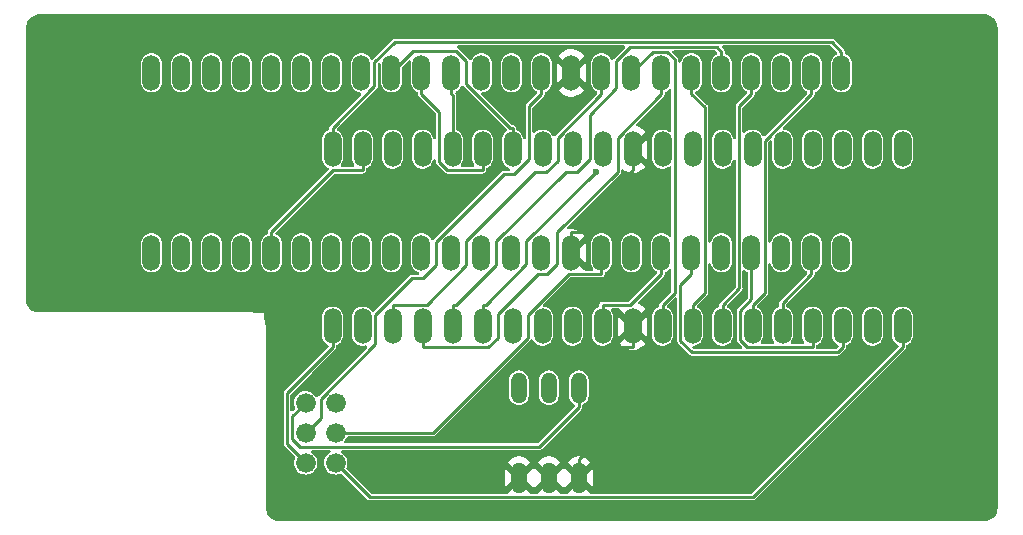
<source format=gbl>
%TF.GenerationSoftware,KiCad,Pcbnew,7.0.8*%
%TF.CreationDate,2023-11-23T12:29:14-06:00*%
%TF.ProjectId,27C160_Adapter,32374331-3630-45f4-9164-61707465722e,1.1*%
%TF.SameCoordinates,Original*%
%TF.FileFunction,Copper,L2,Bot*%
%TF.FilePolarity,Positive*%
%FSLAX46Y46*%
G04 Gerber Fmt 4.6, Leading zero omitted, Abs format (unit mm)*
G04 Created by KiCad (PCBNEW 7.0.8) date 2023-11-23 12:29:14*
%MOMM*%
%LPD*%
G01*
G04 APERTURE LIST*
%TA.AperFunction,ComponentPad*%
%ADD10O,1.506220X3.014980*%
%TD*%
%TA.AperFunction,ComponentPad*%
%ADD11O,1.320800X2.641600*%
%TD*%
%TA.AperFunction,ComponentPad*%
%ADD12C,1.676400*%
%TD*%
%TA.AperFunction,ViaPad*%
%ADD13C,0.600000*%
%TD*%
%TA.AperFunction,Conductor*%
%ADD14C,0.250000*%
%TD*%
G04 APERTURE END LIST*
D10*
%TO.P,ZX1,1,1*%
%TO.N,unconnected-(ZX1-Pad1)*%
X118021000Y-103733600D03*
%TO.P,ZX1,2,2*%
%TO.N,unconnected-(ZX1-Pad2)*%
X120561000Y-103733600D03*
%TO.P,ZX1,3,3*%
%TO.N,unconnected-(ZX1-Pad3)*%
X123101000Y-103733600D03*
%TO.P,ZX1,4,4*%
%TO.N,/A18*%
X125641000Y-103733600D03*
%TO.P,ZX1,5,5*%
%TO.N,/A17*%
X128181000Y-103733600D03*
%TO.P,ZX1,6,6*%
%TO.N,/A7*%
X130721000Y-103733600D03*
%TO.P,ZX1,7,7*%
%TO.N,/A6*%
X133261000Y-103733600D03*
%TO.P,ZX1,8,8*%
%TO.N,/A5*%
X135801000Y-103733600D03*
%TO.P,ZX1,9,9*%
%TO.N,/A4*%
X138341000Y-103733600D03*
%TO.P,ZX1,10,10*%
%TO.N,/A3*%
X140881000Y-103733600D03*
%TO.P,ZX1,11,11*%
%TO.N,/A2*%
X143421000Y-103733600D03*
%TO.P,ZX1,12,12*%
%TO.N,/A1*%
X145961000Y-103733600D03*
%TO.P,ZX1,13,13*%
%TO.N,/A0*%
X148501000Y-103733600D03*
%TO.P,ZX1,14,14*%
%TO.N,/E*%
X151041000Y-103733600D03*
%TO.P,ZX1,15,15*%
%TO.N,GND*%
X153581000Y-103733600D03*
%TO.P,ZX1,16,16*%
%TO.N,/N$6*%
X156121000Y-103733600D03*
%TO.P,ZX1,17,17*%
%TO.N,/D0*%
X158661000Y-103733600D03*
%TO.P,ZX1,18,18*%
%TO.N,/D8*%
X161201000Y-103733600D03*
%TO.P,ZX1,19,19*%
%TO.N,/D1*%
X163741000Y-103733600D03*
%TO.P,ZX1,20,20*%
%TO.N,/D9*%
X166281000Y-103733600D03*
%TO.P,ZX1,21,21*%
%TO.N,/D2*%
X168821000Y-103733600D03*
%TO.P,ZX1,22,22*%
%TO.N,/D10*%
X171361000Y-103733600D03*
%TO.P,ZX1,23,23*%
%TO.N,/D3*%
X173901000Y-103733600D03*
%TO.P,ZX1,24,24*%
%TO.N,/D11*%
X176441000Y-103733600D03*
%TO.P,ZX1,25,25*%
%TO.N,VCC*%
X176441000Y-88493600D03*
%TO.P,ZX1,26,26*%
%TO.N,/D4*%
X173901000Y-88493600D03*
%TO.P,ZX1,27,27*%
%TO.N,/D12*%
X171361000Y-88493600D03*
%TO.P,ZX1,28,28*%
%TO.N,/D5*%
X168821000Y-88493600D03*
%TO.P,ZX1,29,29*%
%TO.N,/D13*%
X166281000Y-88493600D03*
%TO.P,ZX1,30,30*%
%TO.N,/D6*%
X163741000Y-88493600D03*
%TO.P,ZX1,31,31*%
%TO.N,/D14*%
X161201000Y-88493600D03*
%TO.P,ZX1,32,32*%
%TO.N,/D7*%
X158661000Y-88493600D03*
%TO.P,ZX1,33,33*%
%TO.N,/D15*%
X156121000Y-88493600D03*
%TO.P,ZX1,34,34*%
%TO.N,GND*%
X153581000Y-88493600D03*
%TO.P,ZX1,35,35*%
%TO.N,/N$2*%
X151041000Y-88493600D03*
%TO.P,ZX1,36,36*%
%TO.N,/A16*%
X148501000Y-88493600D03*
%TO.P,ZX1,37,37*%
%TO.N,/A15*%
X145961000Y-88493600D03*
%TO.P,ZX1,38,38*%
%TO.N,/A14*%
X143421000Y-88493600D03*
%TO.P,ZX1,39,39*%
%TO.N,/A13*%
X140881000Y-88493600D03*
%TO.P,ZX1,40,40*%
%TO.N,/A12*%
X138341000Y-88493600D03*
%TO.P,ZX1,41,41*%
%TO.N,/A11*%
X135801000Y-88493600D03*
%TO.P,ZX1,42,42*%
%TO.N,/A10*%
X133261000Y-88493600D03*
%TO.P,ZX1,43,43*%
%TO.N,/A9*%
X130721000Y-88493600D03*
%TO.P,ZX1,44,44*%
%TO.N,/A8*%
X128181000Y-88493600D03*
%TO.P,ZX1,45,45*%
%TO.N,/A19*%
X125641000Y-88493600D03*
%TO.P,ZX1,46,46*%
%TO.N,unconnected-(ZX1-Pad46)*%
X123101000Y-88493600D03*
%TO.P,ZX1,47,47*%
%TO.N,unconnected-(ZX1-Pad47)*%
X120561000Y-88493600D03*
%TO.P,ZX1,48,48*%
%TO.N,unconnected-(ZX1-Pad48)*%
X118021000Y-88493600D03*
%TD*%
%TO.P,U1,40,VCC*%
%TO.N,VCC*%
X133360000Y-94954000D03*
%TO.P,U1,39,A17*%
%TO.N,/A17*%
X135900000Y-94954000D03*
%TO.P,U1,38,A16*%
%TO.N,/A16*%
X138440000Y-94954000D03*
%TO.P,U1,37,A15*%
%TO.N,/A15*%
X140980000Y-94954000D03*
%TO.P,U1,36,A14*%
%TO.N,/A14*%
X143520000Y-94954000D03*
%TO.P,U1,35,A13*%
%TO.N,/A13*%
X146060000Y-94954000D03*
%TO.P,U1,34,A12*%
%TO.N,/A12*%
X148600000Y-94954000D03*
%TO.P,U1,33,A11*%
%TO.N,/A11*%
X151140000Y-94954000D03*
%TO.P,U1,32,A10*%
%TO.N,/A10*%
X153680000Y-94954000D03*
%TO.P,U1,31,A9*%
%TO.N,/A9*%
X156220000Y-94954000D03*
%TO.P,U1,30,GND*%
%TO.N,GND*%
X158760000Y-94954000D03*
%TO.P,U1,29,A8*%
%TO.N,/A8*%
X161300000Y-94954000D03*
%TO.P,U1,28,A7*%
%TO.N,/A7*%
X163840000Y-94954000D03*
%TO.P,U1,27,A6*%
%TO.N,/A6*%
X166380000Y-94954000D03*
%TO.P,U1,26,A5*%
%TO.N,/A5*%
X168920000Y-94954000D03*
%TO.P,U1,25,A4*%
%TO.N,/A4*%
X171460000Y-94954000D03*
%TO.P,U1,24,A3*%
%TO.N,/A3*%
X174000000Y-94954000D03*
%TO.P,U1,23,A2*%
%TO.N,/A2*%
X176540000Y-94954000D03*
%TO.P,U1,22,A1*%
%TO.N,/A1*%
X179080000Y-94954000D03*
%TO.P,U1,21,A0*%
%TO.N,/A0*%
X181620000Y-94954000D03*
%TO.P,U1,20,/G*%
%TO.N,/N$5*%
X181620000Y-109940000D03*
%TO.P,U1,19,D0*%
%TO.N,/D0*%
X179080000Y-109940000D03*
%TO.P,U1,18,D1*%
%TO.N,/D1*%
X176540000Y-109940000D03*
%TO.P,U1,17,D2*%
%TO.N,/D2*%
X174000000Y-109940000D03*
%TO.P,U1,16,D3*%
%TO.N,/D3*%
X171460000Y-109940000D03*
%TO.P,U1,15,D4*%
%TO.N,/D4*%
X168920000Y-109940000D03*
%TO.P,U1,14,D5*%
%TO.N,/D5*%
X166380000Y-109940000D03*
%TO.P,U1,13,D6*%
%TO.N,/D6*%
X163840000Y-109940000D03*
%TO.P,U1,12,D7*%
%TO.N,/D7*%
X161300000Y-109940000D03*
%TO.P,U1,11,GND*%
%TO.N,GND*%
X158760000Y-109940000D03*
%TO.P,U1,10,D8*%
%TO.N,/D8*%
X156220000Y-109940000D03*
%TO.P,U1,9,D9*%
%TO.N,/D9*%
X153680000Y-109940000D03*
%TO.P,U1,8,D10*%
%TO.N,/D10*%
X151140000Y-109940000D03*
%TO.P,U1,7,D11*%
%TO.N,/D11*%
X148600000Y-109940000D03*
%TO.P,U1,6,D12*%
%TO.N,/D12*%
X146060000Y-109940000D03*
%TO.P,U1,5,D13*%
%TO.N,/D13*%
X143520000Y-109940000D03*
%TO.P,U1,4,D14*%
%TO.N,/D14*%
X140980000Y-109940000D03*
%TO.P,U1,3,D15*%
%TO.N,/D15*%
X138440000Y-109940000D03*
%TO.P,U1,2,/CE*%
%TO.N,/E*%
X135900000Y-109940000D03*
%TO.P,U1,1,VPP*%
%TO.N,/VPP*%
X133360000Y-109940000D03*
%TD*%
D11*
%TO.P,SW2,6,6*%
%TO.N,/A18*%
X149136000Y-115164000D03*
%TO.P,SW2,5,5*%
%TO.N,/A19*%
X151676000Y-115164000D03*
%TO.P,SW2,4,4*%
%TO.N,/A20*%
X154216000Y-115164000D03*
%TO.P,SW2,3,3*%
%TO.N,GND*%
X154216000Y-122784000D03*
%TO.P,SW2,2,2*%
X151676000Y-122784000D03*
%TO.P,SW2,1,1*%
X149136000Y-122784000D03*
%TD*%
D12*
%TO.P,SW1,1,O*%
%TO.N,/VPP*%
X131086000Y-121514000D03*
%TO.P,SW1,2,P*%
%TO.N,/N$2*%
X131086000Y-118974000D03*
%TO.P,SW1,3,S*%
%TO.N,/A20*%
X131086000Y-116434000D03*
%TO.P,SW1,4,O1*%
%TO.N,/N$5*%
X133626000Y-121514000D03*
%TO.P,SW1,5,P1*%
%TO.N,/N$6*%
X133626000Y-118974000D03*
%TO.P,SW1,6,S1*%
%TO.N,/N$4*%
X133626000Y-116434000D03*
%TD*%
D13*
%TO.N,/D12*%
X155639000Y-96859000D03*
%TD*%
D14*
%TO.N,/A17*%
X133387000Y-96740800D02*
X128181000Y-101946800D01*
X135900000Y-96740800D02*
X133387000Y-96740800D01*
X135900000Y-94954000D02*
X135900000Y-96740800D01*
X128181000Y-103733600D02*
X128181000Y-101946800D01*
%TO.N,/A14*%
X143520000Y-90379400D02*
X143421000Y-90280400D01*
X143520000Y-94954000D02*
X143520000Y-90379400D01*
X143421000Y-88493600D02*
X143421000Y-90280400D01*
%TO.N,/A13*%
X142390100Y-91789500D02*
X140881000Y-90280400D01*
X142390100Y-96042900D02*
X142390100Y-91789500D01*
X143088000Y-96740800D02*
X142390100Y-96042900D01*
X146060000Y-96740800D02*
X143088000Y-96740800D01*
X146060000Y-94954000D02*
X146060000Y-96740800D01*
X140881000Y-88493600D02*
X140881000Y-90280400D01*
%TO.N,/A12*%
X140159500Y-86675100D02*
X138341000Y-88493600D01*
X143836300Y-86675100D02*
X140159500Y-86675100D01*
X144691000Y-87529800D02*
X143836300Y-86675100D01*
X144691000Y-89462800D02*
X144691000Y-87529800D01*
X148395400Y-93167200D02*
X144691000Y-89462800D01*
X148600000Y-93167200D02*
X148395400Y-93167200D01*
X148600000Y-94954000D02*
X148600000Y-93167200D01*
%TO.N,/D1*%
X162802600Y-106458800D02*
X163741000Y-105520400D01*
X162802600Y-111157600D02*
X162802600Y-106458800D01*
X163791800Y-112146800D02*
X162802600Y-111157600D01*
X176120000Y-112146800D02*
X163791800Y-112146800D01*
X176540000Y-111726800D02*
X176120000Y-112146800D01*
X176540000Y-109940000D02*
X176540000Y-111726800D01*
X163741000Y-103733600D02*
X163741000Y-105520400D01*
%TO.N,/D2*%
X168821000Y-107680500D02*
X168821000Y-103733600D01*
X167881800Y-108619700D02*
X168821000Y-107680500D01*
X167881800Y-111130700D02*
X167881800Y-108619700D01*
X168477900Y-111726800D02*
X167881800Y-111130700D01*
X174000000Y-111726800D02*
X168477900Y-111726800D01*
X174000000Y-109940000D02*
X174000000Y-111726800D01*
%TO.N,/D3*%
X171460000Y-107961400D02*
X173901000Y-105520400D01*
X171460000Y-109940000D02*
X171460000Y-107961400D01*
X173901000Y-103733600D02*
X173901000Y-105520400D01*
%TO.N,/D4*%
X168920000Y-109940000D02*
X168920000Y-108153200D01*
X173901000Y-88493600D02*
X173901000Y-90280400D01*
X169952400Y-94229000D02*
X173901000Y-90280400D01*
X169952400Y-107120800D02*
X169952400Y-94229000D01*
X168920000Y-108153200D02*
X169952400Y-107120800D01*
%TO.N,/D5*%
X167788600Y-91312800D02*
X168821000Y-90280400D01*
X167788600Y-106744600D02*
X167788600Y-91312800D01*
X166380000Y-108153200D02*
X167788600Y-106744600D01*
X166380000Y-109940000D02*
X166380000Y-108153200D01*
X168821000Y-88493600D02*
X168821000Y-90280400D01*
%TO.N,/D6*%
X163840000Y-109940000D02*
X163840000Y-108153200D01*
X163741000Y-88493600D02*
X163741000Y-90280400D01*
X164872400Y-91411800D02*
X163741000Y-90280400D01*
X164872400Y-107120800D02*
X164872400Y-91411800D01*
X163840000Y-108153200D02*
X164872400Y-107120800D01*
%TO.N,/D7*%
X161300000Y-109940000D02*
X161300000Y-108153200D01*
X162332500Y-107120700D02*
X161300000Y-108153200D01*
X162332500Y-87355600D02*
X162332500Y-107120700D01*
X161683700Y-86706800D02*
X162332500Y-87355600D01*
X160447800Y-86706800D02*
X161683700Y-86706800D01*
X158661000Y-88493600D02*
X160447800Y-86706800D01*
%TO.N,/D8*%
X158568200Y-108153200D02*
X161201000Y-105520400D01*
X156220000Y-108153200D02*
X158568200Y-108153200D01*
X156220000Y-109940000D02*
X156220000Y-108153200D01*
X161201000Y-103733600D02*
X161201000Y-105520400D01*
%TO.N,/D12*%
X146060000Y-109940000D02*
X146060000Y-108153200D01*
X149771000Y-102727000D02*
X155639000Y-96859000D01*
X149771000Y-104709600D02*
X149771000Y-102727000D01*
X146327400Y-108153200D02*
X149771000Y-104709600D01*
X146060000Y-108153200D02*
X146327400Y-108153200D01*
%TO.N,/D13*%
X165876700Y-86302500D02*
X166281000Y-86706800D01*
X158576700Y-86302500D02*
X165876700Y-86302500D01*
X157352800Y-87526400D02*
X158576700Y-86302500D01*
X157352800Y-89814100D02*
X157352800Y-87526400D01*
X155122600Y-92044300D02*
X157352800Y-89814100D01*
X155122600Y-95807100D02*
X155122600Y-92044300D01*
X154042600Y-96887100D02*
X155122600Y-95807100D01*
X153108500Y-96887100D02*
X154042600Y-96887100D01*
X147231000Y-102764600D02*
X153108500Y-96887100D01*
X147231000Y-104749200D02*
X147231000Y-102764600D01*
X143827000Y-108153200D02*
X147231000Y-104749200D01*
X143520000Y-108153200D02*
X143827000Y-108153200D01*
X143520000Y-109940000D02*
X143520000Y-108153200D01*
X166281000Y-88493600D02*
X166281000Y-86706800D01*
%TO.N,/D14*%
X157490000Y-93991400D02*
X161201000Y-90280400D01*
X157490000Y-96870200D02*
X157490000Y-93991400D01*
X152382100Y-101978100D02*
X157490000Y-96870200D01*
X152382100Y-104680900D02*
X152382100Y-101978100D01*
X151533900Y-105529100D02*
X152382100Y-104680900D01*
X150756700Y-105529100D02*
X151533900Y-105529100D01*
X147334200Y-108951600D02*
X150756700Y-105529100D01*
X147334200Y-110920100D02*
X147334200Y-108951600D01*
X146527500Y-111726800D02*
X147334200Y-110920100D01*
X140980000Y-111726800D02*
X146527500Y-111726800D01*
X140980000Y-109940000D02*
X140980000Y-111726800D01*
X161201000Y-88493600D02*
X161201000Y-90280400D01*
%TO.N,/D15*%
X152410000Y-93991400D02*
X156121000Y-90280400D01*
X152410000Y-95926900D02*
X152410000Y-93991400D01*
X151452400Y-96884500D02*
X152410000Y-95926900D01*
X150528600Y-96884500D02*
X151452400Y-96884500D01*
X144691000Y-102722100D02*
X150528600Y-96884500D01*
X144691000Y-104794200D02*
X144691000Y-102722100D01*
X141332000Y-108153200D02*
X144691000Y-104794200D01*
X138440000Y-108153200D02*
X141332000Y-108153200D01*
X138440000Y-109940000D02*
X138440000Y-108153200D01*
X156121000Y-88493600D02*
X156121000Y-90280400D01*
%TO.N,/N$5*%
X168930000Y-124416800D02*
X181620000Y-111726800D01*
X136528800Y-124416800D02*
X168930000Y-124416800D01*
X133626000Y-121514000D02*
X136528800Y-124416800D01*
X181620000Y-109940000D02*
X181620000Y-111726800D01*
%TO.N,/N$6*%
X153339500Y-105520400D02*
X156121000Y-105520400D01*
X149870000Y-108989900D02*
X153339500Y-105520400D01*
X149870000Y-110959100D02*
X149870000Y-108989900D01*
X141855100Y-118974000D02*
X149870000Y-110959100D01*
X133626000Y-118974000D02*
X141855100Y-118974000D01*
X156121000Y-103733600D02*
X156121000Y-105520400D01*
%TO.N,/N$2*%
X150008600Y-91312800D02*
X151041000Y-90280400D01*
X150008600Y-95808100D02*
X150008600Y-91312800D01*
X148733800Y-97082900D02*
X150008600Y-95808100D01*
X147850000Y-97082900D02*
X148733800Y-97082900D01*
X142151000Y-102781900D02*
X147850000Y-97082900D01*
X142151000Y-104720800D02*
X142151000Y-102781900D01*
X140989300Y-105882500D02*
X142151000Y-104720800D01*
X140085700Y-105882500D02*
X140989300Y-105882500D01*
X136955500Y-109012700D02*
X140085700Y-105882500D01*
X136955500Y-111478500D02*
X136955500Y-109012700D01*
X132356000Y-116078000D02*
X136955500Y-111478500D01*
X132356000Y-117704000D02*
X132356000Y-116078000D01*
X131086000Y-118974000D02*
X132356000Y-117704000D01*
X151041000Y-88493600D02*
X151041000Y-90280400D01*
%TO.N,/A20*%
X154216000Y-115164000D02*
X154216000Y-116764100D01*
X129939800Y-117580200D02*
X131086000Y-116434000D01*
X129939800Y-119475600D02*
X129939800Y-117580200D01*
X130605600Y-120141400D02*
X129939800Y-119475600D01*
X150838700Y-120141400D02*
X130605600Y-120141400D01*
X154216000Y-116764100D02*
X150838700Y-120141400D01*
%TO.N,/VPP*%
X129506800Y-115580000D02*
X133360000Y-111726800D01*
X129506800Y-119934800D02*
X129506800Y-115580000D01*
X131086000Y-121514000D02*
X129506800Y-119934800D01*
X133360000Y-109940000D02*
X133360000Y-111726800D01*
%TO.N,VCC*%
X133360000Y-94954000D02*
X133360000Y-93167200D01*
X176441000Y-88493600D02*
X176441000Y-86706800D01*
X136907200Y-89620000D02*
X133360000Y-93167200D01*
X136907200Y-87614300D02*
X136907200Y-89620000D01*
X138623300Y-85898200D02*
X136907200Y-87614300D01*
X175632400Y-85898200D02*
X138623300Y-85898200D01*
X176441000Y-86706800D02*
X175632400Y-85898200D01*
%TO.N,GND*%
X158760000Y-94954000D02*
X158760000Y-96740800D01*
X153581000Y-103733600D02*
X153581000Y-101946800D01*
X154216000Y-122784000D02*
X154216000Y-121183900D01*
X155968500Y-99532300D02*
X155968500Y-101346100D01*
X158760000Y-96740800D02*
X155968500Y-99532300D01*
X155367800Y-101946800D02*
X153581000Y-101946800D01*
X155968500Y-101346100D02*
X155367800Y-101946800D01*
X158760000Y-109940000D02*
X158760000Y-111726800D01*
X157174700Y-102552300D02*
X155968500Y-101346100D01*
X157174700Y-105363500D02*
X157174700Y-102552300D01*
X155145900Y-107392300D02*
X157174700Y-105363500D01*
X155145900Y-111668400D02*
X155145900Y-107392300D01*
X155204300Y-111726800D02*
X155145900Y-111668400D01*
X158760000Y-111726800D02*
X155204300Y-111726800D01*
X155204300Y-120195600D02*
X154216000Y-121183900D01*
X155204300Y-111726800D02*
X155204300Y-120195600D01*
%TD*%
%TA.AperFunction,Conductor*%
%TO.N,GND*%
G36*
X151284673Y-122911150D02*
G01*
X151343117Y-123025854D01*
X151434146Y-123116883D01*
X151548850Y-123175327D01*
X151626005Y-123187547D01*
X150710971Y-124102581D01*
X150649648Y-124136066D01*
X150623290Y-124138900D01*
X150188710Y-124138900D01*
X150121671Y-124119215D01*
X150101029Y-124102581D01*
X149185994Y-123187547D01*
X149263150Y-123175327D01*
X149377854Y-123116883D01*
X149468883Y-123025854D01*
X149527327Y-122911150D01*
X149539547Y-122833995D01*
X150288527Y-123582975D01*
X150327905Y-123568758D01*
X150365114Y-123542104D01*
X150434895Y-123538584D01*
X150493282Y-123572076D01*
X150523469Y-123582976D01*
X151272452Y-122833994D01*
X151284673Y-122911150D01*
G37*
%TD.AperFunction*%
%TA.AperFunction,Conductor*%
G36*
X153824673Y-122911150D02*
G01*
X153883117Y-123025854D01*
X153974146Y-123116883D01*
X154088850Y-123175327D01*
X154166005Y-123187547D01*
X153250971Y-124102581D01*
X153189648Y-124136066D01*
X153163290Y-124138900D01*
X152728710Y-124138900D01*
X152661671Y-124119215D01*
X152641029Y-124102581D01*
X151725994Y-123187547D01*
X151803150Y-123175327D01*
X151917854Y-123116883D01*
X152008883Y-123025854D01*
X152067327Y-122911150D01*
X152079547Y-122833995D01*
X152828527Y-123582975D01*
X152867905Y-123568758D01*
X152905114Y-123542104D01*
X152974895Y-123538584D01*
X153033282Y-123572076D01*
X153063469Y-123582976D01*
X153812452Y-122833994D01*
X153824673Y-122911150D01*
G37*
%TD.AperFunction*%
%TA.AperFunction,Conductor*%
G36*
X158077768Y-86195785D02*
G01*
X158123523Y-86248589D01*
X158133467Y-86317747D01*
X158104442Y-86381303D01*
X158098415Y-86387775D01*
X157411943Y-87074246D01*
X157197621Y-87288568D01*
X157191141Y-87294207D01*
X157182428Y-87300787D01*
X157152704Y-87333391D01*
X157150730Y-87335458D01*
X157138079Y-87348111D01*
X157135786Y-87350872D01*
X157134359Y-87351831D01*
X157134037Y-87352154D01*
X157133973Y-87352090D01*
X157077810Y-87389866D01*
X157007955Y-87391325D01*
X156948401Y-87354786D01*
X156933011Y-87333644D01*
X156924934Y-87319655D01*
X156886721Y-87253467D01*
X156858016Y-87203748D01*
X156858011Y-87203741D01*
X156730579Y-87062214D01*
X156730577Y-87062212D01*
X156576502Y-86950270D01*
X156576501Y-86950269D01*
X156434568Y-86887078D01*
X156402515Y-86872807D01*
X156402513Y-86872806D01*
X156216226Y-86833210D01*
X156025774Y-86833210D01*
X155839485Y-86872806D01*
X155665502Y-86950268D01*
X155511421Y-87062213D01*
X155383988Y-87203741D01*
X155383983Y-87203748D01*
X155288758Y-87368684D01*
X155229907Y-87549810D01*
X155229907Y-87549812D01*
X155214990Y-87691735D01*
X155214990Y-89295465D01*
X155224735Y-89388180D01*
X155229907Y-89437389D01*
X155284359Y-89604977D01*
X155288759Y-89618517D01*
X155291100Y-89622571D01*
X155383983Y-89783451D01*
X155383988Y-89783458D01*
X155511420Y-89924985D01*
X155511422Y-89924987D01*
X155665497Y-90036929D01*
X155665498Y-90036929D01*
X155665499Y-90036930D01*
X155712379Y-90057802D01*
X155765616Y-90103051D01*
X155785939Y-90169899D01*
X155766895Y-90237124D01*
X155749626Y-90258763D01*
X152254821Y-93753568D01*
X152248341Y-93759207D01*
X152239628Y-93765787D01*
X152209904Y-93798391D01*
X152207930Y-93800458D01*
X152195282Y-93813108D01*
X152195278Y-93813112D01*
X152194054Y-93814899D01*
X152188728Y-93821621D01*
X152167787Y-93844593D01*
X152108077Y-93880876D01*
X152038229Y-93879117D01*
X151980421Y-93839875D01*
X151968761Y-93823056D01*
X151877019Y-93664152D01*
X151877011Y-93664141D01*
X151749579Y-93522614D01*
X151749577Y-93522612D01*
X151595502Y-93410670D01*
X151595501Y-93410669D01*
X151465238Y-93352673D01*
X151421515Y-93333207D01*
X151421513Y-93333206D01*
X151235226Y-93293610D01*
X151044774Y-93293610D01*
X150858485Y-93333206D01*
X150684502Y-93410668D01*
X150530420Y-93522614D01*
X150502649Y-93553457D01*
X150443162Y-93590105D01*
X150373305Y-93588774D01*
X150315257Y-93549887D01*
X150287448Y-93485790D01*
X150286500Y-93470484D01*
X150286500Y-91479271D01*
X150306185Y-91412232D01*
X150322819Y-91391590D01*
X150639441Y-91074968D01*
X151196184Y-90518224D01*
X151202666Y-90512584D01*
X151211369Y-90506012D01*
X151211373Y-90506011D01*
X151241115Y-90473384D01*
X151243022Y-90471386D01*
X151255715Y-90458695D01*
X151256927Y-90456924D01*
X151262271Y-90450177D01*
X151281368Y-90429230D01*
X151283290Y-90424267D01*
X151296616Y-90398985D01*
X151299625Y-90394594D01*
X151306118Y-90366983D01*
X151308654Y-90358795D01*
X151318900Y-90332349D01*
X151318900Y-90327025D01*
X151322194Y-90298635D01*
X151322662Y-90296646D01*
X151323412Y-90293457D01*
X151319494Y-90265375D01*
X151318900Y-90256802D01*
X151318900Y-90196529D01*
X151338585Y-90129490D01*
X151391389Y-90083735D01*
X151392418Y-90083269D01*
X151496500Y-90036930D01*
X151650579Y-89924986D01*
X151751395Y-89813018D01*
X151778011Y-89783458D01*
X151778016Y-89783451D01*
X151786457Y-89768831D01*
X151873241Y-89618517D01*
X151932093Y-89437388D01*
X151946086Y-89304256D01*
X152327890Y-89304256D01*
X152335230Y-89385816D01*
X153098640Y-88622406D01*
X153122325Y-88703070D01*
X153199919Y-88823808D01*
X153308386Y-88917795D01*
X153438939Y-88977417D01*
X153449252Y-88978899D01*
X152515201Y-89912950D01*
X152515201Y-89912952D01*
X152633499Y-90075776D01*
X152633500Y-90075778D01*
X152796542Y-90231662D01*
X152984791Y-90355924D01*
X153192195Y-90444572D01*
X153192212Y-90444578D01*
X153412110Y-90494767D01*
X153637443Y-90504887D01*
X153860973Y-90474608D01*
X154075495Y-90404906D01*
X154274122Y-90298020D01*
X154274125Y-90298018D01*
X154450475Y-90157384D01*
X154598885Y-89987516D01*
X154644692Y-89910845D01*
X153712746Y-88978899D01*
X153723061Y-88977417D01*
X153853614Y-88917795D01*
X153962081Y-88823808D01*
X154039675Y-88703070D01*
X154063359Y-88622407D01*
X154829132Y-89388180D01*
X154829134Y-89388180D01*
X154834110Y-89360764D01*
X154834110Y-87682947D01*
X154826768Y-87601383D01*
X154063359Y-88364792D01*
X154039675Y-88284130D01*
X153962081Y-88163392D01*
X153853614Y-88069405D01*
X153723061Y-88009783D01*
X153712747Y-88008300D01*
X154646797Y-87074248D01*
X154646797Y-87074246D01*
X154528497Y-86911420D01*
X154528498Y-86911420D01*
X154365457Y-86755537D01*
X154177208Y-86631275D01*
X153969804Y-86542627D01*
X153969787Y-86542621D01*
X153749889Y-86492432D01*
X153524556Y-86482312D01*
X153301026Y-86512591D01*
X153086504Y-86582293D01*
X152887877Y-86689179D01*
X152887874Y-86689181D01*
X152711524Y-86829815D01*
X152563112Y-86999685D01*
X152517306Y-87076351D01*
X152517306Y-87076353D01*
X153449253Y-88008300D01*
X153438939Y-88009783D01*
X153308386Y-88069405D01*
X153199919Y-88163392D01*
X153122325Y-88284130D01*
X153098640Y-88364793D01*
X152332864Y-87599017D01*
X152327890Y-87626435D01*
X152327890Y-89304256D01*
X151946086Y-89304256D01*
X151947010Y-89295465D01*
X151947010Y-87691735D01*
X151932093Y-87549812D01*
X151873241Y-87368683D01*
X151806721Y-87253467D01*
X151778016Y-87203748D01*
X151778011Y-87203741D01*
X151650579Y-87062214D01*
X151650577Y-87062212D01*
X151496502Y-86950270D01*
X151496501Y-86950269D01*
X151354568Y-86887078D01*
X151322515Y-86872807D01*
X151322513Y-86872806D01*
X151136226Y-86833210D01*
X150945774Y-86833210D01*
X150759485Y-86872806D01*
X150585502Y-86950268D01*
X150431421Y-87062213D01*
X150303988Y-87203741D01*
X150303983Y-87203748D01*
X150208758Y-87368684D01*
X150149907Y-87549810D01*
X150149907Y-87549812D01*
X150134990Y-87691735D01*
X150134990Y-89295465D01*
X150144735Y-89388180D01*
X150149907Y-89437389D01*
X150204359Y-89604977D01*
X150208759Y-89618517D01*
X150211100Y-89622571D01*
X150303983Y-89783451D01*
X150303988Y-89783458D01*
X150431420Y-89924985D01*
X150431422Y-89924987D01*
X150585497Y-90036929D01*
X150585498Y-90036929D01*
X150585499Y-90036930D01*
X150632379Y-90057802D01*
X150685616Y-90103051D01*
X150705939Y-90169899D01*
X150686895Y-90237124D01*
X150669626Y-90258763D01*
X149853421Y-91074968D01*
X149846941Y-91080607D01*
X149838228Y-91087187D01*
X149808504Y-91119791D01*
X149806530Y-91121858D01*
X149793882Y-91134508D01*
X149793879Y-91134510D01*
X149792655Y-91136298D01*
X149787329Y-91143019D01*
X149768231Y-91163970D01*
X149766305Y-91168942D01*
X149752991Y-91194202D01*
X149749976Y-91198604D01*
X149749975Y-91198606D01*
X149743482Y-91226206D01*
X149740941Y-91234413D01*
X149730700Y-91260850D01*
X149730700Y-91266172D01*
X149727407Y-91294557D01*
X149726188Y-91299737D01*
X149726188Y-91299743D01*
X149730105Y-91327821D01*
X149730700Y-91336397D01*
X149730700Y-93964742D01*
X149711015Y-94031781D01*
X149658211Y-94077536D01*
X149589053Y-94087480D01*
X149525497Y-94058455D01*
X149488769Y-94003060D01*
X149476319Y-93964742D01*
X149432241Y-93829083D01*
X149337015Y-93664147D01*
X149337011Y-93664141D01*
X149209579Y-93522614D01*
X149209577Y-93522612D01*
X149055502Y-93410670D01*
X149055501Y-93410669D01*
X148951465Y-93364350D01*
X148898228Y-93319100D01*
X148877906Y-93252251D01*
X148877900Y-93251070D01*
X148877900Y-93223265D01*
X148880485Y-93204734D01*
X148880448Y-93204731D01*
X148881508Y-93193287D01*
X148878165Y-93157203D01*
X148877900Y-93151480D01*
X148877900Y-93141452D01*
X148877900Y-93141447D01*
X148876050Y-93131554D01*
X148875267Y-93125941D01*
X148871922Y-93089832D01*
X148871920Y-93089827D01*
X148868777Y-93078777D01*
X148868813Y-93078766D01*
X148867808Y-93075768D01*
X148867772Y-93075782D01*
X148863624Y-93065073D01*
X148853425Y-93048602D01*
X148844542Y-93034256D01*
X148841772Y-93029284D01*
X148825611Y-92996827D01*
X148825607Y-92996824D01*
X148818687Y-92987659D01*
X148818716Y-92987636D01*
X148816696Y-92985203D01*
X148816669Y-92985229D01*
X148808928Y-92976737D01*
X148806943Y-92975238D01*
X148780006Y-92954896D01*
X148775604Y-92951240D01*
X148748830Y-92926831D01*
X148739061Y-92920783D01*
X148739080Y-92920750D01*
X148736319Y-92919212D01*
X148736303Y-92919247D01*
X148726020Y-92914126D01*
X148691164Y-92904208D01*
X148685738Y-92902389D01*
X148667034Y-92895144D01*
X148651947Y-92889299D01*
X148640652Y-92887188D01*
X148640658Y-92887151D01*
X148637531Y-92886715D01*
X148637528Y-92886752D01*
X148626086Y-92885691D01*
X148590004Y-92889035D01*
X148584281Y-92889300D01*
X148561872Y-92889300D01*
X148494833Y-92869615D01*
X148474191Y-92852981D01*
X145985754Y-90364544D01*
X145952269Y-90303221D01*
X145957253Y-90233529D01*
X145999125Y-90177596D01*
X146050335Y-90157529D01*
X146049870Y-90155341D01*
X146056226Y-90153990D01*
X146242515Y-90114393D01*
X146416500Y-90036930D01*
X146570579Y-89924986D01*
X146671395Y-89813018D01*
X146698011Y-89783458D01*
X146698016Y-89783451D01*
X146706457Y-89768831D01*
X146793241Y-89618517D01*
X146852093Y-89437388D01*
X146867010Y-89295465D01*
X147594990Y-89295465D01*
X147604735Y-89388180D01*
X147609907Y-89437389D01*
X147664359Y-89604977D01*
X147668759Y-89618517D01*
X147671100Y-89622571D01*
X147763983Y-89783451D01*
X147763988Y-89783458D01*
X147891420Y-89924985D01*
X147891422Y-89924987D01*
X148045497Y-90036929D01*
X148045498Y-90036930D01*
X148079192Y-90051931D01*
X148219485Y-90114393D01*
X148405774Y-90153990D01*
X148596226Y-90153990D01*
X148782515Y-90114393D01*
X148956500Y-90036930D01*
X149110579Y-89924986D01*
X149211395Y-89813018D01*
X149238011Y-89783458D01*
X149238016Y-89783451D01*
X149246457Y-89768831D01*
X149333241Y-89618517D01*
X149392093Y-89437388D01*
X149407010Y-89295465D01*
X149407010Y-87691735D01*
X149392093Y-87549812D01*
X149333241Y-87368683D01*
X149266721Y-87253467D01*
X149238016Y-87203748D01*
X149238011Y-87203741D01*
X149110579Y-87062214D01*
X149110577Y-87062212D01*
X148956502Y-86950270D01*
X148956501Y-86950269D01*
X148814568Y-86887078D01*
X148782515Y-86872807D01*
X148782513Y-86872806D01*
X148596226Y-86833210D01*
X148405774Y-86833210D01*
X148219485Y-86872806D01*
X148045502Y-86950268D01*
X147891421Y-87062213D01*
X147763988Y-87203741D01*
X147763983Y-87203748D01*
X147668758Y-87368684D01*
X147609907Y-87549810D01*
X147609907Y-87549812D01*
X147594990Y-87691735D01*
X147594990Y-89295465D01*
X146867010Y-89295465D01*
X146867010Y-87691735D01*
X146852093Y-87549812D01*
X146793241Y-87368683D01*
X146726721Y-87253467D01*
X146698016Y-87203748D01*
X146698011Y-87203741D01*
X146570579Y-87062214D01*
X146570577Y-87062212D01*
X146416502Y-86950270D01*
X146416501Y-86950269D01*
X146274568Y-86887078D01*
X146242515Y-86872807D01*
X146242513Y-86872806D01*
X146056226Y-86833210D01*
X145865774Y-86833210D01*
X145679485Y-86872806D01*
X145505502Y-86950268D01*
X145351421Y-87062213D01*
X145223988Y-87203741D01*
X145223983Y-87203749D01*
X145133230Y-87360937D01*
X145082663Y-87409153D01*
X145014055Y-87422375D01*
X144949191Y-87396407D01*
X144928270Y-87374060D01*
X144924238Y-87370028D01*
X144920474Y-87366264D01*
X144902728Y-87343860D01*
X144899928Y-87339337D01*
X144894791Y-87335458D01*
X144877301Y-87322250D01*
X144870816Y-87316606D01*
X144074131Y-86519921D01*
X144068487Y-86513435D01*
X144061910Y-86504726D01*
X144029318Y-86475014D01*
X144027246Y-86473036D01*
X144014593Y-86460383D01*
X144012812Y-86459163D01*
X144006077Y-86453827D01*
X143985130Y-86434732D01*
X143980162Y-86432807D01*
X143954888Y-86419485D01*
X143950493Y-86416474D01*
X143943835Y-86413535D01*
X143890459Y-86368450D01*
X143869930Y-86301664D01*
X143888767Y-86234382D01*
X143940990Y-86187964D01*
X143993920Y-86176100D01*
X158010729Y-86176100D01*
X158077768Y-86195785D01*
G37*
%TD.AperFunction*%
%TA.AperFunction,Conductor*%
G36*
X188470426Y-83514691D02*
G01*
X188502521Y-83517216D01*
X188645136Y-83528440D01*
X188664346Y-83531483D01*
X188827638Y-83570686D01*
X188846130Y-83576694D01*
X188969090Y-83627626D01*
X189001277Y-83640959D01*
X189018614Y-83649793D01*
X189161786Y-83737529D01*
X189177527Y-83748965D01*
X189305217Y-83858022D01*
X189318977Y-83871782D01*
X189428034Y-83999472D01*
X189439470Y-84015213D01*
X189527206Y-84158385D01*
X189536040Y-84175722D01*
X189600302Y-84330862D01*
X189606315Y-84349368D01*
X189645515Y-84512648D01*
X189648559Y-84531866D01*
X189662309Y-84706573D01*
X189662500Y-84711440D01*
X189662500Y-125346292D01*
X189662264Y-125351698D01*
X189647227Y-125523561D01*
X189643474Y-125544846D01*
X189600929Y-125703627D01*
X189593536Y-125723939D01*
X189524067Y-125872915D01*
X189513260Y-125891633D01*
X189418971Y-126026292D01*
X189405077Y-126042850D01*
X189288850Y-126159077D01*
X189272292Y-126172971D01*
X189137633Y-126267260D01*
X189118915Y-126278067D01*
X188969939Y-126347536D01*
X188949627Y-126354929D01*
X188790846Y-126397474D01*
X188769561Y-126401227D01*
X188629729Y-126413461D01*
X188597695Y-126416264D01*
X188592293Y-126416500D01*
X128780707Y-126416500D01*
X128775304Y-126416264D01*
X128738923Y-126413081D01*
X128603438Y-126401227D01*
X128582153Y-126397474D01*
X128423372Y-126354929D01*
X128403060Y-126347536D01*
X128254084Y-126278067D01*
X128235366Y-126267260D01*
X128100707Y-126172971D01*
X128084149Y-126159077D01*
X127967922Y-126042850D01*
X127954028Y-126026292D01*
X127859739Y-125891633D01*
X127848932Y-125872915D01*
X127779463Y-125723939D01*
X127772070Y-125703627D01*
X127729525Y-125544846D01*
X127725772Y-125523560D01*
X127710736Y-125351698D01*
X127710500Y-125346292D01*
X127710500Y-109886096D01*
X127680497Y-109696670D01*
X127680497Y-109696667D01*
X127621228Y-109514258D01*
X127534155Y-109343367D01*
X127534153Y-109343364D01*
X127533515Y-109342112D01*
X127520000Y-109285817D01*
X127520000Y-109011362D01*
X127539685Y-108944323D01*
X127556319Y-108923681D01*
X127600000Y-108880000D01*
X127510000Y-108790000D01*
X126764972Y-108790000D01*
X126745574Y-108788473D01*
X126587903Y-108763500D01*
X126587898Y-108763500D01*
X126519480Y-108763500D01*
X108460707Y-108763500D01*
X108455304Y-108763264D01*
X108413858Y-108759638D01*
X108283438Y-108748227D01*
X108262153Y-108744474D01*
X108103372Y-108701929D01*
X108083060Y-108694536D01*
X107934084Y-108625067D01*
X107915366Y-108614260D01*
X107780707Y-108519971D01*
X107764149Y-108506077D01*
X107647922Y-108389850D01*
X107634028Y-108373292D01*
X107539739Y-108238633D01*
X107528932Y-108219915D01*
X107459463Y-108070939D01*
X107452070Y-108050627D01*
X107431781Y-107974908D01*
X107409524Y-107891843D01*
X107405772Y-107870560D01*
X107404464Y-107855615D01*
X107390735Y-107698696D01*
X107390500Y-107693292D01*
X107390500Y-104535465D01*
X117114990Y-104535465D01*
X117122371Y-104605690D01*
X117129907Y-104677389D01*
X117188730Y-104858430D01*
X117188759Y-104858517D01*
X117189895Y-104860484D01*
X117283983Y-105023451D01*
X117283988Y-105023458D01*
X117411420Y-105164985D01*
X117411422Y-105164987D01*
X117565497Y-105276929D01*
X117565498Y-105276930D01*
X117608019Y-105295861D01*
X117739485Y-105354393D01*
X117925774Y-105393990D01*
X118116226Y-105393990D01*
X118302515Y-105354393D01*
X118476500Y-105276930D01*
X118630579Y-105164986D01*
X118747142Y-105035529D01*
X118758011Y-105023458D01*
X118758016Y-105023451D01*
X118779043Y-104987031D01*
X118853241Y-104858517D01*
X118912093Y-104677388D01*
X118927010Y-104535465D01*
X119654990Y-104535465D01*
X119662371Y-104605690D01*
X119669907Y-104677389D01*
X119728730Y-104858430D01*
X119728759Y-104858517D01*
X119729895Y-104860484D01*
X119823983Y-105023451D01*
X119823988Y-105023458D01*
X119951420Y-105164985D01*
X119951422Y-105164987D01*
X120105497Y-105276929D01*
X120105498Y-105276930D01*
X120148019Y-105295861D01*
X120279485Y-105354393D01*
X120465774Y-105393990D01*
X120656226Y-105393990D01*
X120842515Y-105354393D01*
X121016500Y-105276930D01*
X121170579Y-105164986D01*
X121287142Y-105035529D01*
X121298011Y-105023458D01*
X121298016Y-105023451D01*
X121319043Y-104987031D01*
X121393241Y-104858517D01*
X121452093Y-104677388D01*
X121467010Y-104535465D01*
X122194990Y-104535465D01*
X122202371Y-104605690D01*
X122209907Y-104677389D01*
X122268730Y-104858430D01*
X122268759Y-104858517D01*
X122269895Y-104860484D01*
X122363983Y-105023451D01*
X122363988Y-105023458D01*
X122491420Y-105164985D01*
X122491422Y-105164987D01*
X122645497Y-105276929D01*
X122645498Y-105276930D01*
X122688019Y-105295861D01*
X122819485Y-105354393D01*
X123005774Y-105393990D01*
X123196226Y-105393990D01*
X123382515Y-105354393D01*
X123556500Y-105276930D01*
X123710579Y-105164986D01*
X123827142Y-105035529D01*
X123838011Y-105023458D01*
X123838016Y-105023451D01*
X123859043Y-104987031D01*
X123933241Y-104858517D01*
X123992093Y-104677388D01*
X124007010Y-104535465D01*
X124734990Y-104535465D01*
X124742371Y-104605690D01*
X124749907Y-104677389D01*
X124808730Y-104858430D01*
X124808759Y-104858517D01*
X124809895Y-104860484D01*
X124903983Y-105023451D01*
X124903988Y-105023458D01*
X125031420Y-105164985D01*
X125031422Y-105164987D01*
X125185497Y-105276929D01*
X125185498Y-105276930D01*
X125228019Y-105295861D01*
X125359485Y-105354393D01*
X125545774Y-105393990D01*
X125736226Y-105393990D01*
X125922515Y-105354393D01*
X126096500Y-105276930D01*
X126250579Y-105164986D01*
X126367142Y-105035529D01*
X126378011Y-105023458D01*
X126378016Y-105023451D01*
X126399043Y-104987031D01*
X126473241Y-104858517D01*
X126532093Y-104677388D01*
X126547010Y-104535465D01*
X127274990Y-104535465D01*
X127282371Y-104605690D01*
X127289907Y-104677389D01*
X127348730Y-104858430D01*
X127348759Y-104858517D01*
X127349895Y-104860484D01*
X127443983Y-105023451D01*
X127443988Y-105023458D01*
X127571420Y-105164985D01*
X127571422Y-105164987D01*
X127725497Y-105276929D01*
X127725498Y-105276930D01*
X127768019Y-105295861D01*
X127899485Y-105354393D01*
X128085774Y-105393990D01*
X128276226Y-105393990D01*
X128462515Y-105354393D01*
X128636500Y-105276930D01*
X128790579Y-105164986D01*
X128907142Y-105035529D01*
X128918011Y-105023458D01*
X128918016Y-105023451D01*
X128939043Y-104987031D01*
X129013241Y-104858517D01*
X129072093Y-104677388D01*
X129087010Y-104535465D01*
X129814990Y-104535465D01*
X129822371Y-104605690D01*
X129829907Y-104677389D01*
X129888730Y-104858430D01*
X129888759Y-104858517D01*
X129889895Y-104860484D01*
X129983983Y-105023451D01*
X129983988Y-105023458D01*
X130111420Y-105164985D01*
X130111422Y-105164987D01*
X130265497Y-105276929D01*
X130265498Y-105276930D01*
X130308019Y-105295861D01*
X130439485Y-105354393D01*
X130625774Y-105393990D01*
X130816226Y-105393990D01*
X131002515Y-105354393D01*
X131176500Y-105276930D01*
X131330579Y-105164986D01*
X131447142Y-105035529D01*
X131458011Y-105023458D01*
X131458016Y-105023451D01*
X131479043Y-104987031D01*
X131553241Y-104858517D01*
X131612093Y-104677388D01*
X131627010Y-104535465D01*
X132354990Y-104535465D01*
X132362371Y-104605690D01*
X132369907Y-104677389D01*
X132428730Y-104858430D01*
X132428759Y-104858517D01*
X132429895Y-104860484D01*
X132523983Y-105023451D01*
X132523988Y-105023458D01*
X132651420Y-105164985D01*
X132651422Y-105164987D01*
X132805497Y-105276929D01*
X132805498Y-105276930D01*
X132848019Y-105295861D01*
X132979485Y-105354393D01*
X133165774Y-105393990D01*
X133356226Y-105393990D01*
X133542515Y-105354393D01*
X133716500Y-105276930D01*
X133870579Y-105164986D01*
X133987142Y-105035529D01*
X133998011Y-105023458D01*
X133998016Y-105023451D01*
X134019043Y-104987031D01*
X134093241Y-104858517D01*
X134152093Y-104677388D01*
X134167010Y-104535465D01*
X134894990Y-104535465D01*
X134902371Y-104605690D01*
X134909907Y-104677389D01*
X134968730Y-104858430D01*
X134968759Y-104858517D01*
X134969895Y-104860484D01*
X135063983Y-105023451D01*
X135063988Y-105023458D01*
X135191420Y-105164985D01*
X135191422Y-105164987D01*
X135345497Y-105276929D01*
X135345498Y-105276930D01*
X135388019Y-105295861D01*
X135519485Y-105354393D01*
X135705774Y-105393990D01*
X135896226Y-105393990D01*
X136082515Y-105354393D01*
X136256500Y-105276930D01*
X136410579Y-105164986D01*
X136527142Y-105035529D01*
X136538011Y-105023458D01*
X136538016Y-105023451D01*
X136559043Y-104987031D01*
X136633241Y-104858517D01*
X136692093Y-104677388D01*
X136707010Y-104535465D01*
X137434990Y-104535465D01*
X137442371Y-104605690D01*
X137449907Y-104677389D01*
X137508730Y-104858430D01*
X137508759Y-104858517D01*
X137509895Y-104860484D01*
X137603983Y-105023451D01*
X137603988Y-105023458D01*
X137731420Y-105164985D01*
X137731422Y-105164987D01*
X137885497Y-105276929D01*
X137885498Y-105276930D01*
X137928019Y-105295861D01*
X138059485Y-105354393D01*
X138245774Y-105393990D01*
X138436226Y-105393990D01*
X138622515Y-105354393D01*
X138796500Y-105276930D01*
X138950579Y-105164986D01*
X139067142Y-105035529D01*
X139078011Y-105023458D01*
X139078016Y-105023451D01*
X139099043Y-104987031D01*
X139173241Y-104858517D01*
X139232093Y-104677388D01*
X139247010Y-104535465D01*
X139247010Y-102931735D01*
X139232093Y-102789812D01*
X139173241Y-102608683D01*
X139111294Y-102501387D01*
X139078016Y-102443748D01*
X139078011Y-102443741D01*
X138950579Y-102302214D01*
X138950577Y-102302212D01*
X138796502Y-102190270D01*
X138796501Y-102190269D01*
X138666238Y-102132273D01*
X138622515Y-102112807D01*
X138622513Y-102112806D01*
X138436226Y-102073210D01*
X138245774Y-102073210D01*
X138059485Y-102112806D01*
X137885502Y-102190268D01*
X137731421Y-102302213D01*
X137603988Y-102443741D01*
X137603983Y-102443748D01*
X137508758Y-102608684D01*
X137449907Y-102789810D01*
X137449907Y-102789812D01*
X137434990Y-102931735D01*
X137434990Y-104535465D01*
X136707010Y-104535465D01*
X136707010Y-102931735D01*
X136692093Y-102789812D01*
X136633241Y-102608683D01*
X136571294Y-102501387D01*
X136538016Y-102443748D01*
X136538011Y-102443741D01*
X136410579Y-102302214D01*
X136410577Y-102302212D01*
X136256502Y-102190270D01*
X136256501Y-102190269D01*
X136126238Y-102132273D01*
X136082515Y-102112807D01*
X136082513Y-102112806D01*
X135896226Y-102073210D01*
X135705774Y-102073210D01*
X135519485Y-102112806D01*
X135345502Y-102190268D01*
X135191421Y-102302213D01*
X135063988Y-102443741D01*
X135063983Y-102443748D01*
X134968758Y-102608684D01*
X134909907Y-102789810D01*
X134909907Y-102789812D01*
X134894990Y-102931735D01*
X134894990Y-104535465D01*
X134167010Y-104535465D01*
X134167010Y-102931735D01*
X134152093Y-102789812D01*
X134093241Y-102608683D01*
X134031294Y-102501387D01*
X133998016Y-102443748D01*
X133998011Y-102443741D01*
X133870579Y-102302214D01*
X133870577Y-102302212D01*
X133716502Y-102190270D01*
X133716501Y-102190269D01*
X133586238Y-102132273D01*
X133542515Y-102112807D01*
X133542513Y-102112806D01*
X133356226Y-102073210D01*
X133165774Y-102073210D01*
X132979485Y-102112806D01*
X132805502Y-102190268D01*
X132651421Y-102302213D01*
X132523988Y-102443741D01*
X132523983Y-102443748D01*
X132428758Y-102608684D01*
X132369907Y-102789810D01*
X132369907Y-102789812D01*
X132354990Y-102931735D01*
X132354990Y-104535465D01*
X131627010Y-104535465D01*
X131627010Y-102931735D01*
X131612093Y-102789812D01*
X131553241Y-102608683D01*
X131491294Y-102501387D01*
X131458016Y-102443748D01*
X131458011Y-102443741D01*
X131330579Y-102302214D01*
X131330577Y-102302212D01*
X131176502Y-102190270D01*
X131176501Y-102190269D01*
X131046238Y-102132273D01*
X131002515Y-102112807D01*
X131002513Y-102112806D01*
X130816226Y-102073210D01*
X130625774Y-102073210D01*
X130439485Y-102112806D01*
X130265502Y-102190268D01*
X130111421Y-102302213D01*
X129983988Y-102443741D01*
X129983983Y-102443748D01*
X129888758Y-102608684D01*
X129829907Y-102789810D01*
X129829907Y-102789812D01*
X129814990Y-102931735D01*
X129814990Y-104535465D01*
X129087010Y-104535465D01*
X129087010Y-102931735D01*
X129072093Y-102789812D01*
X129013241Y-102608683D01*
X128951294Y-102501387D01*
X128918016Y-102443748D01*
X128918011Y-102443741D01*
X128790579Y-102302214D01*
X128790577Y-102302212D01*
X128636502Y-102190270D01*
X128636496Y-102190267D01*
X128589618Y-102169395D01*
X128536381Y-102124145D01*
X128516060Y-102057296D01*
X128535106Y-101990072D01*
X128552368Y-101968440D01*
X133465791Y-97055019D01*
X133527114Y-97021534D01*
X133553472Y-97018700D01*
X135843935Y-97018700D01*
X135862468Y-97021284D01*
X135862472Y-97021248D01*
X135873913Y-97022308D01*
X135873913Y-97022307D01*
X135873914Y-97022308D01*
X135882267Y-97021534D01*
X135909996Y-97018965D01*
X135915719Y-97018700D01*
X135925750Y-97018700D01*
X135925753Y-97018700D01*
X135935633Y-97016852D01*
X135941266Y-97016066D01*
X135977368Y-97012722D01*
X135977370Y-97012720D01*
X135988424Y-97009577D01*
X135988434Y-97009614D01*
X135991425Y-97008611D01*
X135991411Y-97008575D01*
X136002122Y-97004424D01*
X136002128Y-97004423D01*
X136032942Y-96985342D01*
X136037932Y-96982563D01*
X136070373Y-96966411D01*
X136070374Y-96966410D01*
X136079543Y-96959486D01*
X136079566Y-96959517D01*
X136081997Y-96957498D01*
X136081971Y-96957469D01*
X136090459Y-96949730D01*
X136090463Y-96949728D01*
X136101579Y-96935008D01*
X136112296Y-96920816D01*
X136115950Y-96916413D01*
X136140368Y-96889630D01*
X136140369Y-96889627D01*
X136146417Y-96879859D01*
X136146451Y-96879880D01*
X136147988Y-96877120D01*
X136147953Y-96877103D01*
X136153074Y-96866818D01*
X136153505Y-96865306D01*
X136162992Y-96831959D01*
X136164812Y-96826531D01*
X136168002Y-96818298D01*
X136177900Y-96792749D01*
X136177900Y-96792747D01*
X136177901Y-96792745D01*
X136180012Y-96781454D01*
X136180049Y-96781460D01*
X136180485Y-96778334D01*
X136180448Y-96778331D01*
X136181508Y-96766887D01*
X136178165Y-96730803D01*
X136177900Y-96725080D01*
X136177900Y-96656929D01*
X136197585Y-96589890D01*
X136250389Y-96544135D01*
X136251418Y-96543669D01*
X136355500Y-96497330D01*
X136509579Y-96385386D01*
X136624550Y-96257697D01*
X136637011Y-96243858D01*
X136637016Y-96243852D01*
X136732241Y-96078917D01*
X136791093Y-95897788D01*
X136806010Y-95755865D01*
X137533990Y-95755865D01*
X137543597Y-95847264D01*
X137548907Y-95897789D01*
X137607758Y-96078915D01*
X137702983Y-96243851D01*
X137702988Y-96243858D01*
X137830420Y-96385385D01*
X137830422Y-96385387D01*
X137984497Y-96497329D01*
X137984498Y-96497330D01*
X138020146Y-96513201D01*
X138158485Y-96574793D01*
X138344774Y-96614390D01*
X138535226Y-96614390D01*
X138721515Y-96574793D01*
X138895500Y-96497330D01*
X139049579Y-96385386D01*
X139164550Y-96257697D01*
X139177011Y-96243858D01*
X139177016Y-96243852D01*
X139272241Y-96078917D01*
X139331093Y-95897788D01*
X139346010Y-95755865D01*
X139346010Y-94152135D01*
X139331093Y-94010212D01*
X139272241Y-93829083D01*
X139177015Y-93664147D01*
X139177011Y-93664141D01*
X139049579Y-93522614D01*
X139049577Y-93522612D01*
X138895502Y-93410670D01*
X138895501Y-93410669D01*
X138765238Y-93352673D01*
X138721515Y-93333207D01*
X138721513Y-93333206D01*
X138535226Y-93293610D01*
X138344774Y-93293610D01*
X138158485Y-93333206D01*
X137984502Y-93410668D01*
X137830421Y-93522613D01*
X137702988Y-93664141D01*
X137702983Y-93664148D01*
X137607758Y-93829084D01*
X137548907Y-94010210D01*
X137548907Y-94010212D01*
X137533990Y-94152135D01*
X137533990Y-95755865D01*
X136806010Y-95755865D01*
X136806010Y-94152135D01*
X136791093Y-94010212D01*
X136732241Y-93829083D01*
X136637015Y-93664147D01*
X136637011Y-93664141D01*
X136509579Y-93522614D01*
X136509577Y-93522612D01*
X136355502Y-93410670D01*
X136355501Y-93410669D01*
X136225238Y-93352673D01*
X136181515Y-93333207D01*
X136181513Y-93333206D01*
X135995226Y-93293610D01*
X135804774Y-93293610D01*
X135618485Y-93333206D01*
X135444502Y-93410668D01*
X135290421Y-93522613D01*
X135162988Y-93664141D01*
X135162983Y-93664148D01*
X135067758Y-93829084D01*
X135008907Y-94010210D01*
X135008907Y-94010212D01*
X134993990Y-94152135D01*
X134993990Y-95755865D01*
X135003597Y-95847264D01*
X135008907Y-95897789D01*
X135067758Y-96078915D01*
X135162983Y-96243851D01*
X135162988Y-96243858D01*
X135173857Y-96255929D01*
X135204086Y-96318921D01*
X135195460Y-96388256D01*
X135150718Y-96441921D01*
X135084065Y-96462878D01*
X135081706Y-96462900D01*
X134178294Y-96462900D01*
X134111255Y-96443215D01*
X134065500Y-96390411D01*
X134055556Y-96321253D01*
X134084581Y-96257697D01*
X134086143Y-96255929D01*
X134097011Y-96243858D01*
X134097016Y-96243852D01*
X134192241Y-96078917D01*
X134251093Y-95897788D01*
X134266010Y-95755865D01*
X134266010Y-94152135D01*
X134251093Y-94010212D01*
X134192241Y-93829083D01*
X134097015Y-93664147D01*
X134097011Y-93664141D01*
X133969579Y-93522614D01*
X133969577Y-93522612D01*
X133815502Y-93410670D01*
X133815496Y-93410667D01*
X133768618Y-93389795D01*
X133715381Y-93344545D01*
X133695060Y-93277696D01*
X133714106Y-93210472D01*
X133731369Y-93188839D01*
X137062384Y-89857824D01*
X137068866Y-89852184D01*
X137077569Y-89845612D01*
X137077573Y-89845611D01*
X137107315Y-89812984D01*
X137109222Y-89810986D01*
X137121915Y-89798295D01*
X137123127Y-89796524D01*
X137128471Y-89789777D01*
X137134232Y-89783458D01*
X137147568Y-89768830D01*
X137149490Y-89763867D01*
X137162816Y-89738585D01*
X137165825Y-89734194D01*
X137172318Y-89706583D01*
X137174854Y-89698395D01*
X137185100Y-89671949D01*
X137185100Y-89666626D01*
X137188394Y-89638235D01*
X137188801Y-89636504D01*
X137189612Y-89633057D01*
X137185694Y-89604975D01*
X137185100Y-89596402D01*
X137185100Y-87780770D01*
X137204785Y-87713731D01*
X137221415Y-87693093D01*
X137223310Y-87691197D01*
X137284632Y-87657714D01*
X137354324Y-87662698D01*
X137410257Y-87704570D01*
X137434674Y-87770034D01*
X137434990Y-87778880D01*
X137434990Y-89295465D01*
X137444735Y-89388180D01*
X137449907Y-89437389D01*
X137504359Y-89604977D01*
X137508759Y-89618517D01*
X137511100Y-89622571D01*
X137603983Y-89783451D01*
X137603988Y-89783458D01*
X137731420Y-89924985D01*
X137731422Y-89924987D01*
X137885497Y-90036929D01*
X137885498Y-90036930D01*
X137919192Y-90051931D01*
X138059485Y-90114393D01*
X138245774Y-90153990D01*
X138436226Y-90153990D01*
X138622515Y-90114393D01*
X138796500Y-90036930D01*
X138950579Y-89924986D01*
X139051395Y-89813018D01*
X139078011Y-89783458D01*
X139078016Y-89783451D01*
X139086457Y-89768831D01*
X139173241Y-89618517D01*
X139232093Y-89437388D01*
X139247010Y-89295465D01*
X139247010Y-88031961D01*
X139266695Y-87964922D01*
X139283329Y-87944280D01*
X139759131Y-87468478D01*
X139778961Y-87448648D01*
X139840283Y-87415164D01*
X139909975Y-87420148D01*
X139965908Y-87462020D01*
X139990325Y-87527484D01*
X139989962Y-87549292D01*
X139989907Y-87549810D01*
X139989907Y-87549812D01*
X139974990Y-87691735D01*
X139974990Y-89295465D01*
X139984735Y-89388180D01*
X139989907Y-89437389D01*
X140044359Y-89604977D01*
X140048759Y-89618517D01*
X140051100Y-89622571D01*
X140143983Y-89783451D01*
X140143988Y-89783458D01*
X140271420Y-89924985D01*
X140271422Y-89924987D01*
X140425497Y-90036929D01*
X140425501Y-90036931D01*
X140529534Y-90083249D01*
X140582772Y-90128499D01*
X140603094Y-90195347D01*
X140603100Y-90196529D01*
X140603100Y-90221954D01*
X140602505Y-90230529D01*
X140600997Y-90241338D01*
X140603034Y-90285406D01*
X140603100Y-90288269D01*
X140603100Y-90306155D01*
X140603495Y-90308271D01*
X140604484Y-90316799D01*
X140605794Y-90345127D01*
X140607944Y-90349995D01*
X140616398Y-90377294D01*
X140617376Y-90382526D01*
X140617376Y-90382527D01*
X140617377Y-90382528D01*
X140627564Y-90398981D01*
X140632304Y-90406635D01*
X140636312Y-90414240D01*
X140647760Y-90440168D01*
X140647761Y-90440169D01*
X140647762Y-90440171D01*
X140651523Y-90443932D01*
X140669265Y-90466331D01*
X140672072Y-90470863D01*
X140672073Y-90470864D01*
X140675455Y-90473418D01*
X140694701Y-90487951D01*
X140701183Y-90493592D01*
X142075881Y-91868290D01*
X142109366Y-91929613D01*
X142112200Y-91955971D01*
X142112200Y-93969358D01*
X142092515Y-94036397D01*
X142039711Y-94082152D01*
X141970553Y-94092096D01*
X141906997Y-94063071D01*
X141870269Y-94007676D01*
X141854505Y-93959158D01*
X141812241Y-93829083D01*
X141717015Y-93664147D01*
X141717011Y-93664141D01*
X141589579Y-93522614D01*
X141589577Y-93522612D01*
X141435502Y-93410670D01*
X141435501Y-93410669D01*
X141305238Y-93352673D01*
X141261515Y-93333207D01*
X141261513Y-93333206D01*
X141075226Y-93293610D01*
X140884774Y-93293610D01*
X140698485Y-93333206D01*
X140524502Y-93410668D01*
X140370421Y-93522613D01*
X140242988Y-93664141D01*
X140242983Y-93664148D01*
X140147758Y-93829084D01*
X140088907Y-94010210D01*
X140088907Y-94010212D01*
X140073990Y-94152135D01*
X140073990Y-95755865D01*
X140083597Y-95847264D01*
X140088907Y-95897789D01*
X140147758Y-96078915D01*
X140242983Y-96243851D01*
X140242988Y-96243858D01*
X140370420Y-96385385D01*
X140370422Y-96385387D01*
X140524497Y-96497329D01*
X140524498Y-96497330D01*
X140560146Y-96513201D01*
X140698485Y-96574793D01*
X140884774Y-96614390D01*
X141075226Y-96614390D01*
X141261515Y-96574793D01*
X141435500Y-96497330D01*
X141589579Y-96385386D01*
X141704550Y-96257697D01*
X141717011Y-96243858D01*
X141717016Y-96243852D01*
X141812241Y-96078917D01*
X141870269Y-95900322D01*
X141909706Y-95842648D01*
X141974065Y-95815449D01*
X142042911Y-95827363D01*
X142094387Y-95874607D01*
X142112200Y-95938641D01*
X142112200Y-95984454D01*
X142111605Y-95993029D01*
X142110097Y-96003838D01*
X142110097Y-96003840D01*
X142110097Y-96003841D01*
X142110543Y-96013488D01*
X142112134Y-96047906D01*
X142112200Y-96050769D01*
X142112200Y-96068655D01*
X142112595Y-96070771D01*
X142113584Y-96079299D01*
X142114894Y-96107627D01*
X142117044Y-96112495D01*
X142125498Y-96139794D01*
X142126476Y-96145026D01*
X142126476Y-96145027D01*
X142126477Y-96145028D01*
X142135180Y-96159084D01*
X142141404Y-96169135D01*
X142145412Y-96176740D01*
X142156861Y-96202671D01*
X142160622Y-96206432D01*
X142178366Y-96228832D01*
X142181172Y-96233363D01*
X142203804Y-96250454D01*
X142210284Y-96256094D01*
X142850175Y-96895985D01*
X142855812Y-96902464D01*
X142862389Y-96911173D01*
X142894991Y-96940894D01*
X142897052Y-96942862D01*
X142909705Y-96955515D01*
X142909708Y-96955517D01*
X142911483Y-96956733D01*
X142918221Y-96962071D01*
X142921749Y-96965287D01*
X142939170Y-96981168D01*
X142939173Y-96981169D01*
X142944130Y-96983090D01*
X142969411Y-96996414D01*
X142973806Y-96999425D01*
X143001416Y-97005918D01*
X143009603Y-97008454D01*
X143036051Y-97018700D01*
X143041375Y-97018700D01*
X143069764Y-97021993D01*
X143074944Y-97023212D01*
X143103025Y-97019294D01*
X143111599Y-97018700D01*
X146003935Y-97018700D01*
X146022468Y-97021284D01*
X146022472Y-97021248D01*
X146033913Y-97022308D01*
X146033913Y-97022307D01*
X146033914Y-97022308D01*
X146042267Y-97021534D01*
X146069996Y-97018965D01*
X146075719Y-97018700D01*
X146085750Y-97018700D01*
X146085753Y-97018700D01*
X146095633Y-97016852D01*
X146101266Y-97016066D01*
X146137368Y-97012722D01*
X146137370Y-97012720D01*
X146148424Y-97009577D01*
X146148434Y-97009614D01*
X146151425Y-97008611D01*
X146151411Y-97008575D01*
X146162122Y-97004424D01*
X146162128Y-97004423D01*
X146192942Y-96985342D01*
X146197932Y-96982563D01*
X146230373Y-96966411D01*
X146230374Y-96966410D01*
X146239543Y-96959486D01*
X146239566Y-96959517D01*
X146241997Y-96957498D01*
X146241971Y-96957469D01*
X146250459Y-96949730D01*
X146250463Y-96949728D01*
X146261579Y-96935008D01*
X146272296Y-96920816D01*
X146275950Y-96916413D01*
X146300368Y-96889630D01*
X146300369Y-96889627D01*
X146306417Y-96879859D01*
X146306451Y-96879880D01*
X146307988Y-96877120D01*
X146307953Y-96877103D01*
X146313074Y-96866818D01*
X146313505Y-96865306D01*
X146322992Y-96831959D01*
X146324812Y-96826531D01*
X146328002Y-96818298D01*
X146337900Y-96792749D01*
X146337900Y-96792747D01*
X146337901Y-96792745D01*
X146340012Y-96781454D01*
X146340049Y-96781460D01*
X146340485Y-96778334D01*
X146340448Y-96778331D01*
X146341508Y-96766887D01*
X146338165Y-96730803D01*
X146337900Y-96725080D01*
X146337900Y-96656929D01*
X146357585Y-96589890D01*
X146410389Y-96544135D01*
X146411418Y-96543669D01*
X146515500Y-96497330D01*
X146669579Y-96385386D01*
X146784550Y-96257697D01*
X146797011Y-96243858D01*
X146797016Y-96243852D01*
X146892241Y-96078917D01*
X146951093Y-95897788D01*
X146966010Y-95755865D01*
X146966010Y-94152135D01*
X146951093Y-94010212D01*
X146892241Y-93829083D01*
X146797015Y-93664147D01*
X146797011Y-93664141D01*
X146669579Y-93522614D01*
X146669577Y-93522612D01*
X146515502Y-93410670D01*
X146515501Y-93410669D01*
X146385238Y-93352673D01*
X146341515Y-93333207D01*
X146341513Y-93333206D01*
X146155226Y-93293610D01*
X145964774Y-93293610D01*
X145778485Y-93333206D01*
X145604502Y-93410668D01*
X145450421Y-93522613D01*
X145322988Y-93664141D01*
X145322983Y-93664148D01*
X145227758Y-93829084D01*
X145168907Y-94010210D01*
X145168907Y-94010212D01*
X145153990Y-94152135D01*
X145153990Y-95755865D01*
X145163597Y-95847264D01*
X145168907Y-95897789D01*
X145227758Y-96078915D01*
X145322983Y-96243851D01*
X145322988Y-96243858D01*
X145333857Y-96255929D01*
X145364086Y-96318921D01*
X145355460Y-96388256D01*
X145310718Y-96441921D01*
X145244065Y-96462878D01*
X145241706Y-96462900D01*
X144338294Y-96462900D01*
X144271255Y-96443215D01*
X144225500Y-96390411D01*
X144215556Y-96321253D01*
X144244581Y-96257697D01*
X144246143Y-96255929D01*
X144257011Y-96243858D01*
X144257016Y-96243852D01*
X144352241Y-96078917D01*
X144411093Y-95897788D01*
X144426010Y-95755865D01*
X144426010Y-94152135D01*
X144411093Y-94010212D01*
X144352241Y-93829083D01*
X144257015Y-93664147D01*
X144257011Y-93664141D01*
X144129579Y-93522614D01*
X144129577Y-93522612D01*
X143975502Y-93410670D01*
X143975501Y-93410669D01*
X143871465Y-93364350D01*
X143818228Y-93319100D01*
X143797906Y-93252251D01*
X143797900Y-93251070D01*
X143797900Y-90437842D01*
X143798495Y-90429266D01*
X143800001Y-90418464D01*
X143800003Y-90418459D01*
X143798342Y-90382528D01*
X143797966Y-90374400D01*
X143797900Y-90371537D01*
X143797900Y-90353649D01*
X143797900Y-90353647D01*
X143797503Y-90351528D01*
X143796513Y-90342990D01*
X143796021Y-90332348D01*
X143795204Y-90314673D01*
X143793052Y-90309801D01*
X143784600Y-90282504D01*
X143783623Y-90277272D01*
X143768688Y-90253153D01*
X143764691Y-90245569D01*
X143756000Y-90225885D01*
X143746935Y-90156607D01*
X143776763Y-90093424D01*
X143819003Y-90062528D01*
X143876500Y-90036930D01*
X144030579Y-89924986D01*
X144131395Y-89813018D01*
X144158011Y-89783458D01*
X144158014Y-89783454D01*
X144158016Y-89783451D01*
X144247079Y-89629188D01*
X144297643Y-89580976D01*
X144366250Y-89567752D01*
X144431115Y-89593720D01*
X144456764Y-89621114D01*
X144457760Y-89622569D01*
X144457761Y-89622570D01*
X144457762Y-89622571D01*
X144461523Y-89626332D01*
X144479265Y-89648731D01*
X144482072Y-89653263D01*
X144504701Y-89670351D01*
X144511183Y-89675992D01*
X148100544Y-93265354D01*
X148134029Y-93326677D01*
X148129045Y-93396369D01*
X148087173Y-93452302D01*
X148085749Y-93453353D01*
X147990422Y-93522612D01*
X147862988Y-93664141D01*
X147862983Y-93664148D01*
X147767758Y-93829084D01*
X147708907Y-94010210D01*
X147708907Y-94010212D01*
X147693990Y-94152135D01*
X147693990Y-95755865D01*
X147703597Y-95847264D01*
X147708907Y-95897789D01*
X147767758Y-96078915D01*
X147862983Y-96243851D01*
X147862988Y-96243858D01*
X147990420Y-96385385D01*
X147990422Y-96385387D01*
X148144497Y-96497329D01*
X148144498Y-96497330D01*
X148302599Y-96567720D01*
X148355836Y-96612970D01*
X148376158Y-96679819D01*
X148357113Y-96747043D01*
X148304747Y-96793299D01*
X148252164Y-96805000D01*
X147908443Y-96805000D01*
X147899868Y-96804405D01*
X147889060Y-96802897D01*
X147889059Y-96802897D01*
X147880845Y-96803276D01*
X147845001Y-96804934D01*
X147842138Y-96805000D01*
X147824247Y-96805000D01*
X147822120Y-96805397D01*
X147813597Y-96806385D01*
X147785277Y-96807694D01*
X147785270Y-96807696D01*
X147780400Y-96809847D01*
X147753106Y-96818298D01*
X147747873Y-96819276D01*
X147747871Y-96819276D01*
X147723761Y-96834204D01*
X147716161Y-96838210D01*
X147690229Y-96849661D01*
X147690227Y-96849662D01*
X147686463Y-96853427D01*
X147664066Y-96871167D01*
X147659536Y-96873971D01*
X147642445Y-96896602D01*
X147636804Y-96903085D01*
X141995821Y-102544068D01*
X141989341Y-102549707D01*
X141980628Y-102556287D01*
X141950904Y-102588891D01*
X141948930Y-102590958D01*
X141936282Y-102603608D01*
X141936278Y-102603612D01*
X141935054Y-102605399D01*
X141929727Y-102612122D01*
X141912639Y-102630867D01*
X141852929Y-102667149D01*
X141783081Y-102665390D01*
X141725273Y-102626147D01*
X141713614Y-102609330D01*
X141713241Y-102608684D01*
X141713241Y-102608683D01*
X141651294Y-102501387D01*
X141618016Y-102443748D01*
X141618011Y-102443741D01*
X141490579Y-102302214D01*
X141490577Y-102302212D01*
X141336502Y-102190270D01*
X141336501Y-102190269D01*
X141206238Y-102132273D01*
X141162515Y-102112807D01*
X141162513Y-102112806D01*
X140976226Y-102073210D01*
X140785774Y-102073210D01*
X140599485Y-102112806D01*
X140425502Y-102190268D01*
X140271421Y-102302213D01*
X140143988Y-102443741D01*
X140143983Y-102443748D01*
X140048758Y-102608684D01*
X139989907Y-102789810D01*
X139989907Y-102789812D01*
X139974990Y-102931735D01*
X139974990Y-104535465D01*
X139982371Y-104605690D01*
X139989907Y-104677389D01*
X140048730Y-104858430D01*
X140048759Y-104858517D01*
X140049895Y-104860484D01*
X140143983Y-105023451D01*
X140143988Y-105023458D01*
X140271420Y-105164985D01*
X140271422Y-105164987D01*
X140425497Y-105276929D01*
X140425498Y-105276930D01*
X140468019Y-105295861D01*
X140599485Y-105354393D01*
X140611825Y-105357016D01*
X140622617Y-105359310D01*
X140684099Y-105392502D01*
X140717875Y-105453665D01*
X140713223Y-105523380D01*
X140671618Y-105579512D01*
X140606271Y-105604241D01*
X140596836Y-105604600D01*
X140144143Y-105604600D01*
X140135568Y-105604005D01*
X140124760Y-105602497D01*
X140124759Y-105602497D01*
X140118163Y-105602802D01*
X140080701Y-105604534D01*
X140077838Y-105604600D01*
X140059947Y-105604600D01*
X140057820Y-105604997D01*
X140049297Y-105605985D01*
X140020977Y-105607294D01*
X140020970Y-105607296D01*
X140016100Y-105609447D01*
X139988806Y-105617898D01*
X139983573Y-105618876D01*
X139983571Y-105618876D01*
X139959461Y-105633804D01*
X139951861Y-105637810D01*
X139925929Y-105649261D01*
X139925927Y-105649262D01*
X139922163Y-105653027D01*
X139899766Y-105670767D01*
X139895236Y-105673571D01*
X139878145Y-105696202D01*
X139872504Y-105702685D01*
X136856708Y-108718480D01*
X136795385Y-108751965D01*
X136725693Y-108746981D01*
X136669760Y-108705109D01*
X136661643Y-108692805D01*
X136637015Y-108650147D01*
X136637014Y-108650145D01*
X136637011Y-108650141D01*
X136509579Y-108508614D01*
X136509577Y-108508612D01*
X136355502Y-108396670D01*
X136355501Y-108396669D01*
X136219370Y-108336061D01*
X136181515Y-108319207D01*
X136181513Y-108319206D01*
X135995226Y-108279610D01*
X135804774Y-108279610D01*
X135618485Y-108319206D01*
X135444502Y-108396668D01*
X135290421Y-108508613D01*
X135162988Y-108650141D01*
X135162983Y-108650148D01*
X135067758Y-108815084D01*
X135008907Y-108996210D01*
X135004483Y-109038306D01*
X134993990Y-109138135D01*
X134993990Y-110741865D01*
X135003735Y-110834580D01*
X135008907Y-110883789D01*
X135038366Y-110974456D01*
X135067759Y-111064917D01*
X135076946Y-111080829D01*
X135162983Y-111229851D01*
X135162988Y-111229858D01*
X135290420Y-111371385D01*
X135290422Y-111371387D01*
X135444497Y-111483329D01*
X135444498Y-111483330D01*
X135474607Y-111496735D01*
X135618485Y-111560793D01*
X135804774Y-111600390D01*
X135995226Y-111600390D01*
X136151353Y-111567204D01*
X136221019Y-111572520D01*
X136276753Y-111614657D01*
X136300858Y-111680236D01*
X136285681Y-111748438D01*
X136264814Y-111776175D01*
X132200821Y-115840168D01*
X132194341Y-115845807D01*
X132185628Y-115852387D01*
X132155904Y-115884991D01*
X132153930Y-115887058D01*
X132141282Y-115899708D01*
X132141279Y-115899710D01*
X132140055Y-115901498D01*
X132134730Y-115908218D01*
X132123148Y-115920925D01*
X132063439Y-115957210D01*
X131993591Y-115955453D01*
X131935781Y-115916213D01*
X131922148Y-115895846D01*
X131914058Y-115880712D01*
X131914056Y-115880709D01*
X131905331Y-115870078D01*
X131803891Y-115746471D01*
X131790205Y-115729794D01*
X131639290Y-115605943D01*
X131639284Y-115605938D01*
X131467117Y-115513913D01*
X131369202Y-115484211D01*
X131280290Y-115457240D01*
X131280288Y-115457239D01*
X131280290Y-115457239D01*
X131086000Y-115438104D01*
X130891711Y-115457239D01*
X130704882Y-115513913D01*
X130532715Y-115605938D01*
X130532709Y-115605943D01*
X130381794Y-115729794D01*
X130257943Y-115880709D01*
X130257938Y-115880715D01*
X130165913Y-116052882D01*
X130109239Y-116239711D01*
X130090104Y-116434000D01*
X130109239Y-116628288D01*
X130165913Y-116815116D01*
X130173402Y-116829126D01*
X130187645Y-116897528D01*
X130162646Y-116962773D01*
X130151727Y-116975262D01*
X130009752Y-117117238D01*
X129996382Y-117130608D01*
X129935058Y-117164093D01*
X129865367Y-117159109D01*
X129809433Y-117117238D01*
X129785016Y-117051773D01*
X129784700Y-117042927D01*
X129784700Y-115746471D01*
X129804385Y-115679432D01*
X129821019Y-115658790D01*
X131616096Y-113863713D01*
X133515184Y-111964624D01*
X133521666Y-111958984D01*
X133530369Y-111952412D01*
X133530373Y-111952411D01*
X133560115Y-111919784D01*
X133562022Y-111917786D01*
X133574715Y-111905095D01*
X133575927Y-111903324D01*
X133581271Y-111896577D01*
X133600368Y-111875630D01*
X133602290Y-111870667D01*
X133615616Y-111845385D01*
X133618625Y-111840994D01*
X133625118Y-111813383D01*
X133627654Y-111805195D01*
X133637900Y-111778749D01*
X133637900Y-111773426D01*
X133641194Y-111745035D01*
X133641899Y-111742037D01*
X133642412Y-111739857D01*
X133638494Y-111711775D01*
X133637900Y-111703202D01*
X133637900Y-111642929D01*
X133657585Y-111575890D01*
X133710389Y-111530135D01*
X133711418Y-111529669D01*
X133815500Y-111483330D01*
X133969579Y-111371386D01*
X134070116Y-111259728D01*
X134097011Y-111229858D01*
X134097016Y-111229851D01*
X134098319Y-111227594D01*
X134192241Y-111064917D01*
X134251093Y-110883788D01*
X134266010Y-110741865D01*
X134266010Y-109138135D01*
X134251093Y-108996212D01*
X134192241Y-108815083D01*
X134128747Y-108705109D01*
X134097016Y-108650148D01*
X134097011Y-108650141D01*
X133969579Y-108508614D01*
X133969577Y-108508612D01*
X133815502Y-108396670D01*
X133815501Y-108396669D01*
X133679370Y-108336061D01*
X133641515Y-108319207D01*
X133641513Y-108319206D01*
X133455226Y-108279610D01*
X133264774Y-108279610D01*
X133078485Y-108319206D01*
X132904502Y-108396668D01*
X132750421Y-108508613D01*
X132622988Y-108650141D01*
X132622983Y-108650148D01*
X132527758Y-108815084D01*
X132468907Y-108996210D01*
X132464483Y-109038306D01*
X132453990Y-109138135D01*
X132453990Y-110741865D01*
X132463735Y-110834580D01*
X132468907Y-110883789D01*
X132498366Y-110974456D01*
X132527759Y-111064917D01*
X132536946Y-111080829D01*
X132622983Y-111229851D01*
X132622988Y-111229858D01*
X132750420Y-111371385D01*
X132750422Y-111371387D01*
X132904497Y-111483329D01*
X132904498Y-111483329D01*
X132904499Y-111483330D01*
X132951379Y-111504202D01*
X133004616Y-111549451D01*
X133024939Y-111616299D01*
X133005895Y-111683524D01*
X132988626Y-111705163D01*
X129351621Y-115342168D01*
X129345141Y-115347807D01*
X129336428Y-115354387D01*
X129306704Y-115386991D01*
X129304730Y-115389058D01*
X129292082Y-115401708D01*
X129292079Y-115401710D01*
X129290855Y-115403498D01*
X129285529Y-115410219D01*
X129266431Y-115431170D01*
X129264505Y-115436142D01*
X129251191Y-115461402D01*
X129248176Y-115465804D01*
X129248174Y-115465808D01*
X129241682Y-115493406D01*
X129239141Y-115501613D01*
X129228900Y-115528050D01*
X129228900Y-115533372D01*
X129225607Y-115561757D01*
X129224388Y-115566937D01*
X129224388Y-115566943D01*
X129228305Y-115595021D01*
X129228900Y-115603597D01*
X129228900Y-119876354D01*
X129228305Y-119884929D01*
X129226797Y-119895738D01*
X129228834Y-119939806D01*
X129228900Y-119942669D01*
X129228900Y-119960555D01*
X129229295Y-119962671D01*
X129230284Y-119971199D01*
X129231594Y-119999527D01*
X129233744Y-120004395D01*
X129242198Y-120031694D01*
X129243176Y-120036926D01*
X129258104Y-120061035D01*
X129262112Y-120068640D01*
X129273560Y-120094568D01*
X129273561Y-120094569D01*
X129273562Y-120094571D01*
X129277323Y-120098332D01*
X129295065Y-120120731D01*
X129297872Y-120125263D01*
X129320501Y-120142351D01*
X129326983Y-120147992D01*
X130151726Y-120972736D01*
X130185211Y-121034059D01*
X130180227Y-121103751D01*
X130173406Y-121118865D01*
X130165914Y-121132882D01*
X130165913Y-121132884D01*
X130165912Y-121132887D01*
X130147491Y-121193614D01*
X130109239Y-121319713D01*
X130090104Y-121514000D01*
X130109239Y-121708288D01*
X130165913Y-121895117D01*
X130257938Y-122067284D01*
X130257943Y-122067290D01*
X130381794Y-122218205D01*
X130532709Y-122342056D01*
X130532715Y-122342061D01*
X130704882Y-122434086D01*
X130704884Y-122434086D01*
X130704887Y-122434088D01*
X130891710Y-122490760D01*
X130891709Y-122490760D01*
X130909129Y-122492475D01*
X131086000Y-122509896D01*
X131280290Y-122490760D01*
X131467113Y-122434088D01*
X131481126Y-122426598D01*
X131639284Y-122342061D01*
X131639286Y-122342058D01*
X131639290Y-122342057D01*
X131790205Y-122218205D01*
X131914057Y-122067290D01*
X131914058Y-122067286D01*
X131914061Y-122067284D01*
X132006086Y-121895117D01*
X132006086Y-121895116D01*
X132006088Y-121895113D01*
X132062760Y-121708290D01*
X132081896Y-121514000D01*
X132062760Y-121319710D01*
X132006088Y-121132887D01*
X132006086Y-121132884D01*
X132006086Y-121132882D01*
X131914061Y-120960715D01*
X131914056Y-120960709D01*
X131790205Y-120809794D01*
X131639290Y-120685943D01*
X131639284Y-120685938D01*
X131577020Y-120652658D01*
X131527175Y-120603696D01*
X131511715Y-120535558D01*
X131535547Y-120469878D01*
X131591104Y-120427510D01*
X131635473Y-120419300D01*
X133076527Y-120419300D01*
X133143566Y-120438985D01*
X133189321Y-120491789D01*
X133199265Y-120560947D01*
X133170240Y-120624503D01*
X133134980Y-120652658D01*
X133072715Y-120685938D01*
X133072709Y-120685943D01*
X132921794Y-120809794D01*
X132797943Y-120960709D01*
X132797938Y-120960715D01*
X132705913Y-121132882D01*
X132649239Y-121319711D01*
X132630104Y-121514000D01*
X132649239Y-121708288D01*
X132705913Y-121895117D01*
X132797938Y-122067284D01*
X132797943Y-122067290D01*
X132921794Y-122218205D01*
X133072709Y-122342056D01*
X133072715Y-122342061D01*
X133244882Y-122434086D01*
X133244884Y-122434086D01*
X133244887Y-122434088D01*
X133431710Y-122490760D01*
X133431709Y-122490760D01*
X133449129Y-122492475D01*
X133626000Y-122509896D01*
X133820290Y-122490760D01*
X134007113Y-122434088D01*
X134021125Y-122426597D01*
X134089527Y-122412353D01*
X134154772Y-122437351D01*
X134167263Y-122448273D01*
X136290975Y-124571985D01*
X136296612Y-124578464D01*
X136303189Y-124587173D01*
X136335791Y-124616894D01*
X136337852Y-124618862D01*
X136350505Y-124631515D01*
X136350508Y-124631517D01*
X136352283Y-124632733D01*
X136359021Y-124638071D01*
X136368031Y-124646284D01*
X136379970Y-124657168D01*
X136379973Y-124657169D01*
X136384930Y-124659090D01*
X136410211Y-124672414D01*
X136414606Y-124675425D01*
X136442216Y-124681918D01*
X136450403Y-124684454D01*
X136476851Y-124694700D01*
X136482174Y-124694700D01*
X136510563Y-124697993D01*
X136515743Y-124699212D01*
X136543824Y-124695294D01*
X136552398Y-124694700D01*
X168871557Y-124694700D01*
X168880133Y-124695295D01*
X168890936Y-124696801D01*
X168890941Y-124696803D01*
X168930392Y-124694979D01*
X168935006Y-124694766D01*
X168937869Y-124694700D01*
X168955745Y-124694700D01*
X168955753Y-124694700D01*
X168957864Y-124694305D01*
X168966389Y-124693314D01*
X168994727Y-124692005D01*
X168999587Y-124689858D01*
X169026903Y-124681399D01*
X169032128Y-124680423D01*
X169056236Y-124665494D01*
X169063828Y-124661492D01*
X169089771Y-124650038D01*
X169093531Y-124646277D01*
X169115939Y-124628528D01*
X169120463Y-124625728D01*
X169137560Y-124603086D01*
X169143189Y-124596618D01*
X181775184Y-111964624D01*
X181781666Y-111958984D01*
X181790369Y-111952412D01*
X181790373Y-111952411D01*
X181820115Y-111919784D01*
X181822022Y-111917786D01*
X181834715Y-111905095D01*
X181835927Y-111903324D01*
X181841271Y-111896577D01*
X181860368Y-111875630D01*
X181862290Y-111870667D01*
X181875616Y-111845385D01*
X181878625Y-111840994D01*
X181885118Y-111813383D01*
X181887654Y-111805195D01*
X181897900Y-111778749D01*
X181897900Y-111773426D01*
X181901194Y-111745035D01*
X181901899Y-111742037D01*
X181902412Y-111739857D01*
X181898494Y-111711775D01*
X181897900Y-111703202D01*
X181897900Y-111642929D01*
X181917585Y-111575890D01*
X181970389Y-111530135D01*
X181971418Y-111529669D01*
X182075500Y-111483330D01*
X182229579Y-111371386D01*
X182330116Y-111259728D01*
X182357011Y-111229858D01*
X182357016Y-111229851D01*
X182358319Y-111227594D01*
X182452241Y-111064917D01*
X182511093Y-110883788D01*
X182526010Y-110741865D01*
X182526010Y-109138135D01*
X182511093Y-108996212D01*
X182452241Y-108815083D01*
X182388747Y-108705109D01*
X182357016Y-108650148D01*
X182357011Y-108650141D01*
X182229579Y-108508614D01*
X182229577Y-108508612D01*
X182075502Y-108396670D01*
X182075501Y-108396669D01*
X181939370Y-108336061D01*
X181901515Y-108319207D01*
X181901513Y-108319206D01*
X181715226Y-108279610D01*
X181524774Y-108279610D01*
X181338485Y-108319206D01*
X181164502Y-108396668D01*
X181010421Y-108508613D01*
X180882988Y-108650141D01*
X180882983Y-108650148D01*
X180787758Y-108815084D01*
X180728907Y-108996210D01*
X180724483Y-109038306D01*
X180713990Y-109138135D01*
X180713990Y-110741865D01*
X180723735Y-110834580D01*
X180728907Y-110883789D01*
X180758366Y-110974456D01*
X180787759Y-111064917D01*
X180796946Y-111080829D01*
X180882983Y-111229851D01*
X180882988Y-111229858D01*
X181010420Y-111371385D01*
X181010422Y-111371387D01*
X181164497Y-111483329D01*
X181164498Y-111483329D01*
X181164499Y-111483330D01*
X181211379Y-111504202D01*
X181264616Y-111549451D01*
X181284939Y-111616299D01*
X181265895Y-111683524D01*
X181248626Y-111705163D01*
X168851209Y-124102581D01*
X168789886Y-124136066D01*
X168763528Y-124138900D01*
X155268710Y-124138900D01*
X155201671Y-124119215D01*
X155181029Y-124102581D01*
X154265994Y-123187547D01*
X154343150Y-123175327D01*
X154457854Y-123116883D01*
X154548883Y-123025854D01*
X154607327Y-122911150D01*
X154619547Y-122833994D01*
X155368527Y-123582975D01*
X155368529Y-123582975D01*
X155376400Y-123498041D01*
X155376400Y-122069958D01*
X155368528Y-121985023D01*
X155368527Y-121985023D01*
X154619547Y-122734004D01*
X154607327Y-122656850D01*
X154548883Y-122542146D01*
X154457854Y-122451117D01*
X154343150Y-122392673D01*
X154265995Y-122380452D01*
X155176491Y-121469954D01*
X155077218Y-121338492D01*
X154918293Y-121193614D01*
X154918291Y-121193612D01*
X154735454Y-121080404D01*
X154735448Y-121080402D01*
X154534916Y-121002716D01*
X154323525Y-120963200D01*
X154108475Y-120963200D01*
X153897083Y-121002716D01*
X153897082Y-121002716D01*
X153696551Y-121080402D01*
X153696545Y-121080404D01*
X153513708Y-121193612D01*
X153513706Y-121193614D01*
X153354780Y-121338493D01*
X153354778Y-121338496D01*
X153255506Y-121469954D01*
X154166005Y-122380452D01*
X154088850Y-122392673D01*
X153974146Y-122451117D01*
X153883117Y-122542146D01*
X153824673Y-122656850D01*
X153812452Y-122734005D01*
X153063469Y-121985022D01*
X153024090Y-121999241D01*
X152986883Y-122025894D01*
X152917102Y-122029414D01*
X152858720Y-121995924D01*
X152828527Y-121985023D01*
X152079547Y-122734004D01*
X152067327Y-122656850D01*
X152008883Y-122542146D01*
X151917854Y-122451117D01*
X151803150Y-122392673D01*
X151725995Y-122380452D01*
X152636491Y-121469954D01*
X152537218Y-121338492D01*
X152378293Y-121193614D01*
X152378291Y-121193612D01*
X152195454Y-121080404D01*
X152195448Y-121080402D01*
X151994916Y-121002716D01*
X151783525Y-120963200D01*
X151568475Y-120963200D01*
X151357083Y-121002716D01*
X151357082Y-121002716D01*
X151156551Y-121080402D01*
X151156545Y-121080404D01*
X150973708Y-121193612D01*
X150973706Y-121193614D01*
X150814780Y-121338493D01*
X150814778Y-121338496D01*
X150715506Y-121469954D01*
X151626005Y-122380452D01*
X151548850Y-122392673D01*
X151434146Y-122451117D01*
X151343117Y-122542146D01*
X151284673Y-122656850D01*
X151272452Y-122734005D01*
X150523469Y-121985022D01*
X150484090Y-121999241D01*
X150446883Y-122025894D01*
X150377102Y-122029414D01*
X150318720Y-121995924D01*
X150288527Y-121985023D01*
X149539547Y-122734004D01*
X149527327Y-122656850D01*
X149468883Y-122542146D01*
X149377854Y-122451117D01*
X149263150Y-122392673D01*
X149185995Y-122380452D01*
X150096491Y-121469954D01*
X149997218Y-121338492D01*
X149838293Y-121193614D01*
X149838291Y-121193612D01*
X149655454Y-121080404D01*
X149655448Y-121080402D01*
X149454916Y-121002716D01*
X149243525Y-120963200D01*
X149028475Y-120963200D01*
X148817083Y-121002716D01*
X148817082Y-121002716D01*
X148616551Y-121080402D01*
X148616545Y-121080404D01*
X148433708Y-121193612D01*
X148433706Y-121193614D01*
X148274780Y-121338493D01*
X148274778Y-121338496D01*
X148175506Y-121469954D01*
X149086005Y-122380452D01*
X149008850Y-122392673D01*
X148894146Y-122451117D01*
X148803117Y-122542146D01*
X148744673Y-122656850D01*
X148732452Y-122734005D01*
X147983470Y-121985023D01*
X147975600Y-122069958D01*
X147975600Y-123498042D01*
X147983469Y-123582975D01*
X148732452Y-122833994D01*
X148744673Y-122911150D01*
X148803117Y-123025854D01*
X148894146Y-123116883D01*
X149008850Y-123175327D01*
X149086005Y-123187547D01*
X148170971Y-124102581D01*
X148109648Y-124136066D01*
X148083290Y-124138900D01*
X136695272Y-124138900D01*
X136628233Y-124119215D01*
X136607591Y-124102581D01*
X134560273Y-122055263D01*
X134526788Y-121993940D01*
X134531772Y-121924248D01*
X134538598Y-121909125D01*
X134546088Y-121895113D01*
X134602760Y-121708290D01*
X134621896Y-121514000D01*
X134602760Y-121319710D01*
X134546088Y-121132887D01*
X134546086Y-121132884D01*
X134546086Y-121132882D01*
X134454061Y-120960715D01*
X134454056Y-120960709D01*
X134330205Y-120809794D01*
X134179290Y-120685943D01*
X134179284Y-120685938D01*
X134117020Y-120652658D01*
X134067175Y-120603696D01*
X134051715Y-120535558D01*
X134075547Y-120469878D01*
X134131104Y-120427510D01*
X134175473Y-120419300D01*
X150780257Y-120419300D01*
X150788833Y-120419895D01*
X150799636Y-120421401D01*
X150799641Y-120421403D01*
X150839092Y-120419579D01*
X150843706Y-120419366D01*
X150846569Y-120419300D01*
X150864445Y-120419300D01*
X150864453Y-120419300D01*
X150866564Y-120418905D01*
X150875089Y-120417914D01*
X150903427Y-120416605D01*
X150908287Y-120414458D01*
X150935603Y-120405999D01*
X150940828Y-120405023D01*
X150964936Y-120390094D01*
X150972528Y-120386092D01*
X150998471Y-120374638D01*
X151002231Y-120370877D01*
X151024639Y-120353128D01*
X151029163Y-120350328D01*
X151046260Y-120327686D01*
X151051882Y-120321225D01*
X154371184Y-117001924D01*
X154377666Y-116996284D01*
X154386369Y-116989712D01*
X154386373Y-116989711D01*
X154416115Y-116957084D01*
X154418022Y-116955086D01*
X154430715Y-116942395D01*
X154431932Y-116940617D01*
X154437271Y-116933877D01*
X154456368Y-116912930D01*
X154458290Y-116907966D01*
X154471617Y-116882685D01*
X154474625Y-116878295D01*
X154481117Y-116850685D01*
X154483655Y-116842490D01*
X154493900Y-116816049D01*
X154493900Y-116810725D01*
X154497194Y-116782334D01*
X154498412Y-116777157D01*
X154494495Y-116749077D01*
X154493900Y-116740502D01*
X154493900Y-116676793D01*
X154513585Y-116609754D01*
X154565013Y-116565190D01*
X154564834Y-116564817D01*
X154566209Y-116564154D01*
X154566389Y-116563999D01*
X154567254Y-116563651D01*
X154571104Y-116561797D01*
X154571107Y-116561794D01*
X154571110Y-116561794D01*
X154726293Y-116464287D01*
X154855887Y-116334693D01*
X154953394Y-116179510D01*
X155013926Y-116006521D01*
X155029300Y-115870072D01*
X155029300Y-114457928D01*
X155013926Y-114321479D01*
X154953394Y-114148490D01*
X154855887Y-113993307D01*
X154726293Y-113863713D01*
X154571110Y-113766206D01*
X154571109Y-113766205D01*
X154571108Y-113766205D01*
X154571106Y-113766204D01*
X154398115Y-113705672D01*
X154216004Y-113685154D01*
X154215996Y-113685154D01*
X154033884Y-113705672D01*
X153860893Y-113766204D01*
X153860891Y-113766205D01*
X153705706Y-113863713D01*
X153576113Y-113993306D01*
X153478605Y-114148491D01*
X153478604Y-114148493D01*
X153418072Y-114321484D01*
X153402700Y-114457921D01*
X153402700Y-115870078D01*
X153418072Y-116006515D01*
X153478604Y-116179506D01*
X153478605Y-116179508D01*
X153478606Y-116179510D01*
X153576113Y-116334693D01*
X153705709Y-116464289D01*
X153830196Y-116542508D01*
X153876488Y-116594842D01*
X153887137Y-116663896D01*
X153858762Y-116727744D01*
X153851906Y-116735183D01*
X150759909Y-119827181D01*
X150698586Y-119860666D01*
X150672228Y-119863500D01*
X134440314Y-119863500D01*
X134373275Y-119843815D01*
X134327520Y-119791011D01*
X134317576Y-119721853D01*
X134344460Y-119660836D01*
X134390159Y-119605149D01*
X134454057Y-119527290D01*
X134454058Y-119527286D01*
X134454061Y-119527284D01*
X134512046Y-119418800D01*
X134546088Y-119355113D01*
X134550702Y-119339904D01*
X134589000Y-119281465D01*
X134652812Y-119253009D01*
X134669362Y-119251900D01*
X141796657Y-119251900D01*
X141805233Y-119252495D01*
X141816036Y-119254001D01*
X141816041Y-119254003D01*
X141855492Y-119252179D01*
X141860106Y-119251966D01*
X141862969Y-119251900D01*
X141880845Y-119251900D01*
X141880853Y-119251900D01*
X141882964Y-119251505D01*
X141891489Y-119250514D01*
X141919827Y-119249205D01*
X141924687Y-119247058D01*
X141952003Y-119238599D01*
X141957228Y-119237623D01*
X141981336Y-119222694D01*
X141988928Y-119218692D01*
X142014871Y-119207238D01*
X142018631Y-119203477D01*
X142041039Y-119185728D01*
X142045563Y-119182928D01*
X142062660Y-119160286D01*
X142068289Y-119153818D01*
X145352029Y-115870078D01*
X148322700Y-115870078D01*
X148338072Y-116006515D01*
X148398604Y-116179506D01*
X148398605Y-116179508D01*
X148398606Y-116179510D01*
X148496113Y-116334693D01*
X148625707Y-116464287D01*
X148780890Y-116561794D01*
X148953879Y-116622326D01*
X148953882Y-116622326D01*
X148953884Y-116622327D01*
X149135996Y-116642846D01*
X149136000Y-116642846D01*
X149136004Y-116642846D01*
X149318115Y-116622327D01*
X149318116Y-116622326D01*
X149318121Y-116622326D01*
X149491110Y-116561794D01*
X149646293Y-116464287D01*
X149775887Y-116334693D01*
X149873394Y-116179510D01*
X149933926Y-116006521D01*
X149949299Y-115870078D01*
X150862700Y-115870078D01*
X150878072Y-116006515D01*
X150938604Y-116179506D01*
X150938605Y-116179508D01*
X150938606Y-116179510D01*
X151036113Y-116334693D01*
X151165707Y-116464287D01*
X151320890Y-116561794D01*
X151493879Y-116622326D01*
X151493882Y-116622326D01*
X151493884Y-116622327D01*
X151675996Y-116642846D01*
X151676000Y-116642846D01*
X151676004Y-116642846D01*
X151858115Y-116622327D01*
X151858116Y-116622326D01*
X151858121Y-116622326D01*
X152031110Y-116561794D01*
X152186293Y-116464287D01*
X152315887Y-116334693D01*
X152413394Y-116179510D01*
X152473926Y-116006521D01*
X152489300Y-115870072D01*
X152489300Y-114457928D01*
X152473926Y-114321479D01*
X152413394Y-114148490D01*
X152315887Y-113993307D01*
X152186293Y-113863713D01*
X152031110Y-113766206D01*
X152031109Y-113766205D01*
X152031108Y-113766205D01*
X152031106Y-113766204D01*
X151858115Y-113705672D01*
X151676004Y-113685154D01*
X151675996Y-113685154D01*
X151493884Y-113705672D01*
X151320893Y-113766204D01*
X151320891Y-113766205D01*
X151165706Y-113863713D01*
X151036113Y-113993306D01*
X150938605Y-114148491D01*
X150938604Y-114148493D01*
X150878072Y-114321484D01*
X150862700Y-114457921D01*
X150862700Y-115870078D01*
X149949299Y-115870078D01*
X149949300Y-115870072D01*
X149949300Y-114457928D01*
X149933926Y-114321479D01*
X149873394Y-114148490D01*
X149775887Y-113993307D01*
X149646293Y-113863713D01*
X149491110Y-113766206D01*
X149491109Y-113766205D01*
X149491108Y-113766205D01*
X149491106Y-113766204D01*
X149318115Y-113705672D01*
X149136004Y-113685154D01*
X149135996Y-113685154D01*
X148953884Y-113705672D01*
X148780893Y-113766204D01*
X148780891Y-113766205D01*
X148625706Y-113863713D01*
X148496113Y-113993306D01*
X148398605Y-114148491D01*
X148398604Y-114148493D01*
X148338072Y-114321484D01*
X148322700Y-114457921D01*
X148322700Y-115870078D01*
X145352029Y-115870078D01*
X150025184Y-111196924D01*
X150031666Y-111191284D01*
X150040369Y-111184712D01*
X150040373Y-111184711D01*
X150070115Y-111152084D01*
X150072022Y-111150086D01*
X150084715Y-111137395D01*
X150085927Y-111135624D01*
X150091271Y-111128877D01*
X150110366Y-111107932D01*
X150110365Y-111107932D01*
X150110368Y-111107930D01*
X150110369Y-111107926D01*
X150116216Y-111098484D01*
X150168244Y-111051847D01*
X150237225Y-111040743D01*
X150301260Y-111068695D01*
X150329031Y-111101761D01*
X150402980Y-111229847D01*
X150402988Y-111229858D01*
X150530420Y-111371385D01*
X150530422Y-111371387D01*
X150684497Y-111483329D01*
X150684498Y-111483330D01*
X150714607Y-111496735D01*
X150858485Y-111560793D01*
X151044774Y-111600390D01*
X151235226Y-111600390D01*
X151421515Y-111560793D01*
X151595500Y-111483330D01*
X151749579Y-111371386D01*
X151850116Y-111259728D01*
X151877011Y-111229858D01*
X151877016Y-111229851D01*
X151878319Y-111227594D01*
X151972241Y-111064917D01*
X152031093Y-110883788D01*
X152046010Y-110741865D01*
X152773990Y-110741865D01*
X152783735Y-110834580D01*
X152788907Y-110883789D01*
X152818366Y-110974456D01*
X152847759Y-111064917D01*
X152856946Y-111080829D01*
X152942983Y-111229851D01*
X152942988Y-111229858D01*
X153070420Y-111371385D01*
X153070422Y-111371387D01*
X153224497Y-111483329D01*
X153224498Y-111483330D01*
X153254607Y-111496735D01*
X153398485Y-111560793D01*
X153584774Y-111600390D01*
X153775226Y-111600390D01*
X153961515Y-111560793D01*
X154135500Y-111483330D01*
X154289579Y-111371386D01*
X154390116Y-111259728D01*
X154417011Y-111229858D01*
X154417016Y-111229851D01*
X154418319Y-111227594D01*
X154512241Y-111064917D01*
X154571093Y-110883788D01*
X154586010Y-110741865D01*
X154586010Y-109138135D01*
X154571093Y-108996212D01*
X154512241Y-108815083D01*
X154448747Y-108705109D01*
X154417016Y-108650148D01*
X154417011Y-108650141D01*
X154289579Y-108508614D01*
X154289577Y-108508612D01*
X154135502Y-108396670D01*
X154135501Y-108396669D01*
X153999370Y-108336061D01*
X153961515Y-108319207D01*
X153961513Y-108319206D01*
X153775226Y-108279610D01*
X153584774Y-108279610D01*
X153398485Y-108319206D01*
X153224502Y-108396668D01*
X153070421Y-108508613D01*
X152942988Y-108650141D01*
X152942983Y-108650148D01*
X152847758Y-108815084D01*
X152788907Y-108996210D01*
X152784483Y-109038306D01*
X152773990Y-109138135D01*
X152773990Y-110741865D01*
X152046010Y-110741865D01*
X152046010Y-109138135D01*
X152031093Y-108996212D01*
X151972241Y-108815083D01*
X151908747Y-108705109D01*
X151877016Y-108650148D01*
X151877011Y-108650141D01*
X151749579Y-108508614D01*
X151749577Y-108508612D01*
X151595502Y-108396670D01*
X151595501Y-108396669D01*
X151459370Y-108336061D01*
X151421515Y-108319207D01*
X151421513Y-108319206D01*
X151421512Y-108319206D01*
X151242601Y-108281177D01*
X151181119Y-108247984D01*
X151147343Y-108186821D01*
X151151995Y-108117107D01*
X151180698Y-108072209D01*
X153418291Y-105834619D01*
X153479614Y-105801134D01*
X153505972Y-105798300D01*
X156064935Y-105798300D01*
X156083468Y-105800884D01*
X156083472Y-105800848D01*
X156094913Y-105801908D01*
X156094913Y-105801907D01*
X156094914Y-105801908D01*
X156103267Y-105801134D01*
X156130996Y-105798565D01*
X156136719Y-105798300D01*
X156146750Y-105798300D01*
X156146753Y-105798300D01*
X156156633Y-105796452D01*
X156162266Y-105795666D01*
X156198368Y-105792322D01*
X156198370Y-105792320D01*
X156209424Y-105789177D01*
X156209434Y-105789214D01*
X156212425Y-105788211D01*
X156212411Y-105788175D01*
X156223122Y-105784024D01*
X156223128Y-105784023D01*
X156253942Y-105764942D01*
X156258932Y-105762163D01*
X156291373Y-105746011D01*
X156291374Y-105746010D01*
X156300543Y-105739086D01*
X156300566Y-105739117D01*
X156302997Y-105737098D01*
X156302971Y-105737069D01*
X156311459Y-105729330D01*
X156311463Y-105729328D01*
X156326877Y-105708916D01*
X156333296Y-105700416D01*
X156336950Y-105696013D01*
X156361368Y-105669230D01*
X156361369Y-105669227D01*
X156367417Y-105659459D01*
X156367451Y-105659480D01*
X156368988Y-105656720D01*
X156368953Y-105656703D01*
X156374074Y-105646418D01*
X156376191Y-105638980D01*
X156383992Y-105611559D01*
X156385812Y-105606131D01*
X156388661Y-105598777D01*
X156398900Y-105572349D01*
X156398900Y-105572347D01*
X156398901Y-105572345D01*
X156401012Y-105561054D01*
X156401049Y-105561060D01*
X156401485Y-105557934D01*
X156401448Y-105557931D01*
X156402508Y-105546487D01*
X156399165Y-105510403D01*
X156398900Y-105504680D01*
X156398900Y-105436529D01*
X156418585Y-105369490D01*
X156471389Y-105323735D01*
X156472418Y-105323269D01*
X156576500Y-105276930D01*
X156730579Y-105164986D01*
X156847142Y-105035529D01*
X156858011Y-105023458D01*
X156858016Y-105023451D01*
X156879043Y-104987031D01*
X156953241Y-104858517D01*
X157012093Y-104677388D01*
X157027010Y-104535465D01*
X157754990Y-104535465D01*
X157762371Y-104605690D01*
X157769907Y-104677389D01*
X157828730Y-104858430D01*
X157828759Y-104858517D01*
X157829895Y-104860484D01*
X157923983Y-105023451D01*
X157923988Y-105023458D01*
X158051420Y-105164985D01*
X158051422Y-105164987D01*
X158205497Y-105276929D01*
X158205498Y-105276930D01*
X158248019Y-105295861D01*
X158379485Y-105354393D01*
X158565774Y-105393990D01*
X158756226Y-105393990D01*
X158942515Y-105354393D01*
X159116500Y-105276930D01*
X159270579Y-105164986D01*
X159387142Y-105035529D01*
X159398011Y-105023458D01*
X159398016Y-105023451D01*
X159419043Y-104987031D01*
X159493241Y-104858517D01*
X159552093Y-104677388D01*
X159567010Y-104535465D01*
X159567010Y-102931735D01*
X159552093Y-102789812D01*
X159493241Y-102608683D01*
X159431294Y-102501387D01*
X159398016Y-102443748D01*
X159398011Y-102443741D01*
X159270579Y-102302214D01*
X159270577Y-102302212D01*
X159116502Y-102190270D01*
X159116501Y-102190269D01*
X158986238Y-102132273D01*
X158942515Y-102112807D01*
X158942513Y-102112806D01*
X158756226Y-102073210D01*
X158565774Y-102073210D01*
X158379485Y-102112806D01*
X158205502Y-102190268D01*
X158051421Y-102302213D01*
X157923988Y-102443741D01*
X157923983Y-102443748D01*
X157828758Y-102608684D01*
X157769907Y-102789810D01*
X157769907Y-102789812D01*
X157754990Y-102931735D01*
X157754990Y-104535465D01*
X157027010Y-104535465D01*
X157027010Y-102931735D01*
X157012093Y-102789812D01*
X156953241Y-102608683D01*
X156891294Y-102501387D01*
X156858016Y-102443748D01*
X156858011Y-102443741D01*
X156730579Y-102302214D01*
X156730577Y-102302212D01*
X156576502Y-102190270D01*
X156576501Y-102190269D01*
X156446238Y-102132273D01*
X156402515Y-102112807D01*
X156402513Y-102112806D01*
X156216226Y-102073210D01*
X156025774Y-102073210D01*
X155839485Y-102112806D01*
X155665502Y-102190268D01*
X155511421Y-102302213D01*
X155383988Y-102443741D01*
X155383983Y-102443748D01*
X155288758Y-102608684D01*
X155229907Y-102789810D01*
X155229907Y-102789812D01*
X155214990Y-102931735D01*
X155214990Y-104535465D01*
X155222371Y-104605690D01*
X155229907Y-104677389D01*
X155288730Y-104858430D01*
X155288759Y-104858517D01*
X155289895Y-104860484D01*
X155383983Y-105023451D01*
X155383988Y-105023458D01*
X155394857Y-105035529D01*
X155425086Y-105098521D01*
X155416460Y-105167856D01*
X155371718Y-105221521D01*
X155305065Y-105242478D01*
X155302706Y-105242500D01*
X154765631Y-105242500D01*
X154698592Y-105222815D01*
X154652837Y-105170011D01*
X154648483Y-105154636D01*
X153712746Y-104218899D01*
X153723061Y-104217417D01*
X153853614Y-104157795D01*
X153962081Y-104063808D01*
X154039675Y-103943070D01*
X154063359Y-103862407D01*
X154829132Y-104628180D01*
X154829134Y-104628180D01*
X154834110Y-104600764D01*
X154834110Y-102922947D01*
X154826768Y-102841383D01*
X154063359Y-103604792D01*
X154039675Y-103524130D01*
X153962081Y-103403392D01*
X153853614Y-103309405D01*
X153723061Y-103249783D01*
X153712746Y-103248300D01*
X154646797Y-102314248D01*
X154646797Y-102314246D01*
X154528497Y-102151420D01*
X154528498Y-102151420D01*
X154365457Y-101995537D01*
X154177208Y-101871275D01*
X153969804Y-101782627D01*
X153969787Y-101782621D01*
X153749889Y-101732432D01*
X153524555Y-101722312D01*
X153524554Y-101722312D01*
X153317770Y-101750322D01*
X153248695Y-101739814D01*
X153196267Y-101693630D01*
X153177130Y-101626432D01*
X153197361Y-101559555D01*
X153213440Y-101539768D01*
X157645184Y-97108024D01*
X157651666Y-97102384D01*
X157660369Y-97095812D01*
X157660373Y-97095811D01*
X157690115Y-97063184D01*
X157692022Y-97061186D01*
X157704715Y-97048495D01*
X157705932Y-97046717D01*
X157711271Y-97039977D01*
X157730368Y-97019030D01*
X157732290Y-97014066D01*
X157745617Y-96988785D01*
X157748625Y-96984395D01*
X157755117Y-96956785D01*
X157757655Y-96948590D01*
X157767900Y-96922149D01*
X157767900Y-96916825D01*
X157771194Y-96888434D01*
X157772412Y-96883257D01*
X157768495Y-96855177D01*
X157767900Y-96846602D01*
X157767900Y-96783648D01*
X157787585Y-96716609D01*
X157840389Y-96670854D01*
X157909547Y-96660910D01*
X157970908Y-96688932D01*
X157971184Y-96688587D01*
X157972568Y-96689690D01*
X157973103Y-96689935D01*
X157974714Y-96691402D01*
X157975539Y-96692059D01*
X158163791Y-96816324D01*
X158371195Y-96904972D01*
X158371212Y-96904978D01*
X158591110Y-96955167D01*
X158816443Y-96965287D01*
X159039973Y-96935008D01*
X159254495Y-96865306D01*
X159453122Y-96758420D01*
X159453125Y-96758418D01*
X159629475Y-96617784D01*
X159777885Y-96447916D01*
X159823692Y-96371245D01*
X158891746Y-95439299D01*
X158902061Y-95437817D01*
X159032614Y-95378195D01*
X159141081Y-95284208D01*
X159218675Y-95163470D01*
X159242359Y-95082807D01*
X160008132Y-95848580D01*
X160008134Y-95848580D01*
X160013110Y-95821164D01*
X160013110Y-94143347D01*
X160005768Y-94061783D01*
X159242359Y-94825192D01*
X159218675Y-94744530D01*
X159141081Y-94623792D01*
X159032614Y-94529805D01*
X158902061Y-94470183D01*
X158891746Y-94468700D01*
X159825797Y-93534648D01*
X159825797Y-93534646D01*
X159707497Y-93371820D01*
X159707498Y-93371820D01*
X159544457Y-93215937D01*
X159356208Y-93091675D01*
X159148804Y-93003027D01*
X159148790Y-93003022D01*
X159141669Y-93001397D01*
X159080691Y-92967287D01*
X159047834Y-92905625D01*
X159053530Y-92835988D01*
X159081578Y-92792830D01*
X161356184Y-90518224D01*
X161362666Y-90512584D01*
X161371369Y-90506012D01*
X161371373Y-90506011D01*
X161401115Y-90473384D01*
X161403022Y-90471386D01*
X161415715Y-90458695D01*
X161416927Y-90456924D01*
X161422271Y-90450177D01*
X161441368Y-90429230D01*
X161443290Y-90424267D01*
X161456616Y-90398985D01*
X161459625Y-90394594D01*
X161466118Y-90366983D01*
X161468654Y-90358795D01*
X161478900Y-90332349D01*
X161478900Y-90327025D01*
X161482194Y-90298634D01*
X161483412Y-90293456D01*
X161479494Y-90265374D01*
X161478900Y-90256801D01*
X161478900Y-90196529D01*
X161498585Y-90129490D01*
X161551389Y-90083735D01*
X161552418Y-90083269D01*
X161656500Y-90036930D01*
X161810579Y-89924986D01*
X161838450Y-89894032D01*
X161897936Y-89857383D01*
X161967793Y-89858713D01*
X162025842Y-89897600D01*
X162053652Y-89961697D01*
X162054600Y-89977004D01*
X162054600Y-93384614D01*
X162034915Y-93451653D01*
X161982111Y-93497408D01*
X161912953Y-93507352D01*
X161857715Y-93484932D01*
X161755502Y-93410670D01*
X161755501Y-93410669D01*
X161625238Y-93352673D01*
X161581515Y-93333207D01*
X161581513Y-93333206D01*
X161395226Y-93293610D01*
X161204774Y-93293610D01*
X161018485Y-93333206D01*
X160844502Y-93410668D01*
X160690421Y-93522613D01*
X160562988Y-93664141D01*
X160562983Y-93664148D01*
X160467758Y-93829084D01*
X160408907Y-94010210D01*
X160408907Y-94010212D01*
X160393990Y-94152135D01*
X160393990Y-95755865D01*
X160403597Y-95847264D01*
X160408907Y-95897789D01*
X160467758Y-96078915D01*
X160562983Y-96243851D01*
X160562988Y-96243858D01*
X160690420Y-96385385D01*
X160690422Y-96385387D01*
X160844497Y-96497329D01*
X160844498Y-96497330D01*
X160880146Y-96513201D01*
X161018485Y-96574793D01*
X161204774Y-96614390D01*
X161395226Y-96614390D01*
X161581515Y-96574793D01*
X161755500Y-96497330D01*
X161857715Y-96423066D01*
X161923522Y-96399588D01*
X161991576Y-96415414D01*
X162040270Y-96465520D01*
X162054600Y-96523386D01*
X162054600Y-102250195D01*
X162034915Y-102317234D01*
X161982111Y-102362989D01*
X161912953Y-102372933D01*
X161849397Y-102343908D01*
X161838451Y-102333168D01*
X161810580Y-102302215D01*
X161810577Y-102302212D01*
X161656502Y-102190270D01*
X161656501Y-102190269D01*
X161526238Y-102132273D01*
X161482515Y-102112807D01*
X161482513Y-102112806D01*
X161296226Y-102073210D01*
X161105774Y-102073210D01*
X160919485Y-102112806D01*
X160745502Y-102190268D01*
X160591421Y-102302213D01*
X160463988Y-102443741D01*
X160463983Y-102443748D01*
X160368758Y-102608684D01*
X160309907Y-102789810D01*
X160309907Y-102789812D01*
X160294990Y-102931735D01*
X160294990Y-104535465D01*
X160302371Y-104605690D01*
X160309907Y-104677389D01*
X160368730Y-104858430D01*
X160368759Y-104858517D01*
X160369895Y-104860484D01*
X160463983Y-105023451D01*
X160463988Y-105023458D01*
X160591420Y-105164985D01*
X160591422Y-105164987D01*
X160745497Y-105276929D01*
X160745498Y-105276929D01*
X160745499Y-105276930D01*
X160792379Y-105297802D01*
X160845616Y-105343051D01*
X160865939Y-105409899D01*
X160846895Y-105477124D01*
X160829626Y-105498763D01*
X158489409Y-107838981D01*
X158428086Y-107872466D01*
X158401728Y-107875300D01*
X156276065Y-107875300D01*
X156257531Y-107872715D01*
X156257528Y-107872752D01*
X156246086Y-107871691D01*
X156210004Y-107875035D01*
X156204281Y-107875300D01*
X156194241Y-107875300D01*
X156184384Y-107877143D01*
X156178714Y-107877934D01*
X156142631Y-107881278D01*
X156131584Y-107884421D01*
X156131574Y-107884388D01*
X156128569Y-107885395D01*
X156128582Y-107885428D01*
X156117870Y-107889577D01*
X156087069Y-107908648D01*
X156082066Y-107911435D01*
X156049628Y-107927587D01*
X156040462Y-107934510D01*
X156040440Y-107934481D01*
X156038002Y-107936506D01*
X156038026Y-107936533D01*
X156029534Y-107944274D01*
X156007706Y-107973179D01*
X156004048Y-107977584D01*
X155979633Y-108004367D01*
X155973586Y-108014135D01*
X155973555Y-108014116D01*
X155972014Y-108016882D01*
X155972047Y-108016899D01*
X155966924Y-108027185D01*
X155957005Y-108062042D01*
X155955186Y-108067470D01*
X155942099Y-108101251D01*
X155939989Y-108112544D01*
X155939951Y-108112537D01*
X155939515Y-108115668D01*
X155939552Y-108115672D01*
X155938491Y-108127113D01*
X155941835Y-108163195D01*
X155942100Y-108168918D01*
X155942100Y-108237070D01*
X155922415Y-108304109D01*
X155869611Y-108349864D01*
X155868536Y-108350350D01*
X155764500Y-108396669D01*
X155610421Y-108508613D01*
X155482988Y-108650141D01*
X155482983Y-108650148D01*
X155387758Y-108815084D01*
X155328907Y-108996210D01*
X155324483Y-109038306D01*
X155313990Y-109138135D01*
X155313990Y-110741865D01*
X155323735Y-110834580D01*
X155328907Y-110883789D01*
X155358366Y-110974456D01*
X155387759Y-111064917D01*
X155396946Y-111080829D01*
X155482983Y-111229851D01*
X155482988Y-111229858D01*
X155610420Y-111371385D01*
X155610422Y-111371387D01*
X155764497Y-111483329D01*
X155764498Y-111483330D01*
X155794607Y-111496735D01*
X155938485Y-111560793D01*
X156124774Y-111600390D01*
X156315226Y-111600390D01*
X156501515Y-111560793D01*
X156675500Y-111483330D01*
X156829579Y-111371386D01*
X156930116Y-111259728D01*
X156957011Y-111229858D01*
X156957016Y-111229851D01*
X156958319Y-111227594D01*
X157052241Y-111064917D01*
X157111093Y-110883788D01*
X157126010Y-110741865D01*
X157126010Y-109138135D01*
X157111093Y-108996212D01*
X157052241Y-108815083D01*
X156988747Y-108705109D01*
X156957016Y-108650148D01*
X156957011Y-108650141D01*
X156946143Y-108638071D01*
X156915914Y-108575079D01*
X156924540Y-108505744D01*
X156969282Y-108452079D01*
X157035935Y-108431122D01*
X157038294Y-108431100D01*
X157575369Y-108431100D01*
X157642408Y-108450785D01*
X157688163Y-108503589D01*
X157692515Y-108518962D01*
X158628253Y-109454700D01*
X158617939Y-109456183D01*
X158487386Y-109515805D01*
X158378919Y-109609792D01*
X158301325Y-109730530D01*
X158277640Y-109811192D01*
X157511864Y-109045417D01*
X157506890Y-109072835D01*
X157506890Y-110750656D01*
X157514230Y-110832216D01*
X158277640Y-110068806D01*
X158301325Y-110149470D01*
X158378919Y-110270208D01*
X158487386Y-110364195D01*
X158617939Y-110423817D01*
X158628252Y-110425299D01*
X157694201Y-111359350D01*
X157694201Y-111359352D01*
X157812499Y-111522176D01*
X157812500Y-111522178D01*
X157975542Y-111678062D01*
X158163791Y-111802324D01*
X158371195Y-111890972D01*
X158371212Y-111890978D01*
X158591110Y-111941167D01*
X158816443Y-111951287D01*
X159039973Y-111921008D01*
X159254495Y-111851306D01*
X159453122Y-111744420D01*
X159453125Y-111744418D01*
X159629475Y-111603784D01*
X159777885Y-111433916D01*
X159823692Y-111357245D01*
X158891746Y-110425299D01*
X158902061Y-110423817D01*
X159032614Y-110364195D01*
X159141081Y-110270208D01*
X159218675Y-110149470D01*
X159242359Y-110068807D01*
X160008132Y-110834580D01*
X160008134Y-110834580D01*
X160013110Y-110807164D01*
X160013110Y-109129347D01*
X160005768Y-109047783D01*
X159242359Y-109811192D01*
X159218675Y-109730530D01*
X159141081Y-109609792D01*
X159032614Y-109515805D01*
X158902061Y-109456183D01*
X158891747Y-109454700D01*
X159825797Y-108520648D01*
X159825797Y-108520646D01*
X159707497Y-108357820D01*
X159707498Y-108357820D01*
X159544457Y-108201937D01*
X159356208Y-108077675D01*
X159300983Y-108054071D01*
X159247075Y-108009623D01*
X159225755Y-107943085D01*
X159243793Y-107875584D01*
X159262028Y-107852379D01*
X161356184Y-105758224D01*
X161362666Y-105752584D01*
X161371369Y-105746012D01*
X161371373Y-105746011D01*
X161401115Y-105713384D01*
X161403022Y-105711386D01*
X161415715Y-105698695D01*
X161416932Y-105696917D01*
X161422271Y-105690177D01*
X161441368Y-105669230D01*
X161443290Y-105664266D01*
X161456617Y-105638985D01*
X161459625Y-105634595D01*
X161466117Y-105606985D01*
X161468655Y-105598790D01*
X161478900Y-105572349D01*
X161478900Y-105567025D01*
X161482194Y-105538634D01*
X161482899Y-105535637D01*
X161483412Y-105533457D01*
X161479495Y-105505377D01*
X161478900Y-105496802D01*
X161478900Y-105436529D01*
X161498585Y-105369490D01*
X161551389Y-105323735D01*
X161552418Y-105323269D01*
X161656500Y-105276930D01*
X161810579Y-105164986D01*
X161838450Y-105134032D01*
X161897936Y-105097383D01*
X161967793Y-105098713D01*
X162025842Y-105137600D01*
X162053652Y-105201697D01*
X162054600Y-105217004D01*
X162054600Y-106954227D01*
X162034915Y-107021266D01*
X162018281Y-107041908D01*
X161144821Y-107915368D01*
X161138341Y-107921007D01*
X161129628Y-107927587D01*
X161099904Y-107960191D01*
X161097930Y-107962258D01*
X161085282Y-107974908D01*
X161085279Y-107974910D01*
X161084055Y-107976698D01*
X161078729Y-107983419D01*
X161059631Y-108004370D01*
X161057705Y-108009342D01*
X161044391Y-108034602D01*
X161041376Y-108039004D01*
X161041374Y-108039008D01*
X161034882Y-108066606D01*
X161032341Y-108074813D01*
X161022100Y-108101250D01*
X161022100Y-108106572D01*
X161018807Y-108134957D01*
X161017588Y-108140137D01*
X161017588Y-108140143D01*
X161021505Y-108168221D01*
X161022100Y-108176797D01*
X161022100Y-108237070D01*
X161002415Y-108304109D01*
X160949611Y-108349864D01*
X160948536Y-108350350D01*
X160844500Y-108396669D01*
X160690421Y-108508613D01*
X160562988Y-108650141D01*
X160562983Y-108650148D01*
X160467758Y-108815084D01*
X160408907Y-108996210D01*
X160404483Y-109038306D01*
X160393990Y-109138135D01*
X160393990Y-110741865D01*
X160403735Y-110834580D01*
X160408907Y-110883789D01*
X160438366Y-110974456D01*
X160467759Y-111064917D01*
X160476946Y-111080829D01*
X160562983Y-111229851D01*
X160562988Y-111229858D01*
X160690420Y-111371385D01*
X160690422Y-111371387D01*
X160844497Y-111483329D01*
X160844498Y-111483330D01*
X160874607Y-111496735D01*
X161018485Y-111560793D01*
X161204774Y-111600390D01*
X161395226Y-111600390D01*
X161581515Y-111560793D01*
X161755500Y-111483330D01*
X161909579Y-111371386D01*
X162010116Y-111259728D01*
X162037011Y-111229858D01*
X162037016Y-111229851D01*
X162038319Y-111227594D01*
X162132241Y-111064917D01*
X162191093Y-110883788D01*
X162206010Y-110741865D01*
X162206010Y-109138135D01*
X162191093Y-108996212D01*
X162132241Y-108815083D01*
X162068747Y-108705109D01*
X162037016Y-108650148D01*
X162037011Y-108650141D01*
X161909579Y-108508614D01*
X161909577Y-108508612D01*
X161755502Y-108396670D01*
X161755496Y-108396667D01*
X161708618Y-108375795D01*
X161655381Y-108330545D01*
X161635060Y-108263696D01*
X161654106Y-108196472D01*
X161671369Y-108174839D01*
X162313019Y-107533190D01*
X162374342Y-107499705D01*
X162444034Y-107504689D01*
X162499967Y-107546561D01*
X162524384Y-107612025D01*
X162524700Y-107620871D01*
X162524700Y-111099154D01*
X162524105Y-111107729D01*
X162522597Y-111118538D01*
X162524634Y-111162606D01*
X162524700Y-111165469D01*
X162524700Y-111183355D01*
X162525095Y-111185471D01*
X162526084Y-111193999D01*
X162527394Y-111222327D01*
X162529544Y-111227195D01*
X162537998Y-111254494D01*
X162538976Y-111259726D01*
X162538976Y-111259727D01*
X162538977Y-111259728D01*
X162541956Y-111264540D01*
X162553904Y-111283835D01*
X162557912Y-111291440D01*
X162569360Y-111317368D01*
X162569361Y-111317369D01*
X162569362Y-111317371D01*
X162573123Y-111321132D01*
X162590865Y-111343531D01*
X162593672Y-111348063D01*
X162616301Y-111365151D01*
X162622782Y-111370791D01*
X163553975Y-112301985D01*
X163559612Y-112308464D01*
X163566189Y-112317173D01*
X163598791Y-112346894D01*
X163600852Y-112348862D01*
X163613505Y-112361515D01*
X163613508Y-112361517D01*
X163615283Y-112362733D01*
X163622021Y-112368071D01*
X163635149Y-112380038D01*
X163642970Y-112387168D01*
X163642973Y-112387169D01*
X163647930Y-112389090D01*
X163673211Y-112402414D01*
X163677606Y-112405425D01*
X163705216Y-112411918D01*
X163713403Y-112414454D01*
X163739851Y-112424700D01*
X163745174Y-112424700D01*
X163773563Y-112427993D01*
X163778743Y-112429212D01*
X163806824Y-112425294D01*
X163815398Y-112424700D01*
X176061557Y-112424700D01*
X176070133Y-112425295D01*
X176080936Y-112426801D01*
X176080941Y-112426803D01*
X176120392Y-112424979D01*
X176125006Y-112424766D01*
X176127869Y-112424700D01*
X176145745Y-112424700D01*
X176145753Y-112424700D01*
X176147864Y-112424305D01*
X176156389Y-112423314D01*
X176184727Y-112422005D01*
X176189587Y-112419858D01*
X176216903Y-112411399D01*
X176222128Y-112410423D01*
X176246236Y-112395494D01*
X176253828Y-112391492D01*
X176279771Y-112380038D01*
X176283532Y-112376276D01*
X176305931Y-112358533D01*
X176310463Y-112355728D01*
X176327556Y-112333091D01*
X176333179Y-112326628D01*
X176695189Y-111964619D01*
X176701662Y-111958988D01*
X176710369Y-111952412D01*
X176710373Y-111952411D01*
X176740104Y-111919795D01*
X176742033Y-111917774D01*
X176754715Y-111905095D01*
X176755933Y-111903316D01*
X176761260Y-111896589D01*
X176780368Y-111875630D01*
X176782290Y-111870667D01*
X176795616Y-111845385D01*
X176798625Y-111840994D01*
X176805118Y-111813383D01*
X176807654Y-111805195D01*
X176817900Y-111778749D01*
X176817900Y-111773426D01*
X176821194Y-111745035D01*
X176821899Y-111742037D01*
X176822412Y-111739857D01*
X176818494Y-111711775D01*
X176817900Y-111703202D01*
X176817900Y-111642929D01*
X176837585Y-111575890D01*
X176890389Y-111530135D01*
X176891418Y-111529669D01*
X176995500Y-111483330D01*
X177149579Y-111371386D01*
X177250116Y-111259728D01*
X177277011Y-111229858D01*
X177277016Y-111229851D01*
X177278319Y-111227594D01*
X177372241Y-111064917D01*
X177431093Y-110883788D01*
X177446010Y-110741865D01*
X178173990Y-110741865D01*
X178183735Y-110834580D01*
X178188907Y-110883789D01*
X178218366Y-110974456D01*
X178247759Y-111064917D01*
X178256946Y-111080829D01*
X178342983Y-111229851D01*
X178342988Y-111229858D01*
X178470420Y-111371385D01*
X178470422Y-111371387D01*
X178624497Y-111483329D01*
X178624498Y-111483330D01*
X178654607Y-111496735D01*
X178798485Y-111560793D01*
X178984774Y-111600390D01*
X179175226Y-111600390D01*
X179361515Y-111560793D01*
X179535500Y-111483330D01*
X179689579Y-111371386D01*
X179790116Y-111259728D01*
X179817011Y-111229858D01*
X179817016Y-111229851D01*
X179818319Y-111227594D01*
X179912241Y-111064917D01*
X179971093Y-110883788D01*
X179986010Y-110741865D01*
X179986010Y-109138135D01*
X179971093Y-108996212D01*
X179912241Y-108815083D01*
X179848747Y-108705109D01*
X179817016Y-108650148D01*
X179817011Y-108650141D01*
X179689579Y-108508614D01*
X179689577Y-108508612D01*
X179535502Y-108396670D01*
X179535501Y-108396669D01*
X179399370Y-108336061D01*
X179361515Y-108319207D01*
X179361513Y-108319206D01*
X179175226Y-108279610D01*
X178984774Y-108279610D01*
X178798485Y-108319206D01*
X178624502Y-108396668D01*
X178470421Y-108508613D01*
X178342988Y-108650141D01*
X178342983Y-108650148D01*
X178247758Y-108815084D01*
X178188907Y-108996210D01*
X178184483Y-109038306D01*
X178173990Y-109138135D01*
X178173990Y-110741865D01*
X177446010Y-110741865D01*
X177446010Y-109138135D01*
X177431093Y-108996212D01*
X177372241Y-108815083D01*
X177308747Y-108705109D01*
X177277016Y-108650148D01*
X177277011Y-108650141D01*
X177149579Y-108508614D01*
X177149577Y-108508612D01*
X176995502Y-108396670D01*
X176995501Y-108396669D01*
X176859370Y-108336061D01*
X176821515Y-108319207D01*
X176821513Y-108319206D01*
X176635226Y-108279610D01*
X176444774Y-108279610D01*
X176258485Y-108319206D01*
X176084502Y-108396668D01*
X175930421Y-108508613D01*
X175802988Y-108650141D01*
X175802983Y-108650148D01*
X175707758Y-108815084D01*
X175648907Y-108996210D01*
X175644483Y-109038306D01*
X175633990Y-109138135D01*
X175633990Y-110741865D01*
X175643735Y-110834580D01*
X175648907Y-110883789D01*
X175678366Y-110974456D01*
X175707759Y-111064917D01*
X175716946Y-111080829D01*
X175802983Y-111229851D01*
X175802988Y-111229858D01*
X175930420Y-111371385D01*
X175930422Y-111371387D01*
X176084497Y-111483329D01*
X176084498Y-111483329D01*
X176084499Y-111483330D01*
X176131379Y-111504202D01*
X176184616Y-111549451D01*
X176204939Y-111616299D01*
X176185895Y-111683524D01*
X176168627Y-111705163D01*
X176041207Y-111832582D01*
X175979887Y-111866066D01*
X175953528Y-111868900D01*
X174405299Y-111868900D01*
X174338260Y-111849215D01*
X174292505Y-111796411D01*
X174281828Y-111756340D01*
X174278165Y-111716803D01*
X174277900Y-111711080D01*
X174277900Y-111642929D01*
X174297585Y-111575890D01*
X174350389Y-111530135D01*
X174351418Y-111529669D01*
X174455500Y-111483330D01*
X174609579Y-111371386D01*
X174710116Y-111259728D01*
X174737011Y-111229858D01*
X174737016Y-111229851D01*
X174738319Y-111227594D01*
X174832241Y-111064917D01*
X174891093Y-110883788D01*
X174906010Y-110741865D01*
X174906010Y-109138135D01*
X174891093Y-108996212D01*
X174832241Y-108815083D01*
X174768747Y-108705109D01*
X174737016Y-108650148D01*
X174737011Y-108650141D01*
X174609579Y-108508614D01*
X174609577Y-108508612D01*
X174455502Y-108396670D01*
X174455501Y-108396669D01*
X174319370Y-108336061D01*
X174281515Y-108319207D01*
X174281513Y-108319206D01*
X174095226Y-108279610D01*
X173904774Y-108279610D01*
X173718485Y-108319206D01*
X173544502Y-108396668D01*
X173390421Y-108508613D01*
X173262988Y-108650141D01*
X173262983Y-108650148D01*
X173167758Y-108815084D01*
X173108907Y-108996210D01*
X173104483Y-109038306D01*
X173093990Y-109138135D01*
X173093990Y-110741865D01*
X173103735Y-110834580D01*
X173108907Y-110883789D01*
X173138366Y-110974456D01*
X173167759Y-111064917D01*
X173176946Y-111080829D01*
X173262983Y-111229851D01*
X173262988Y-111229858D01*
X173273857Y-111241929D01*
X173304086Y-111304921D01*
X173295460Y-111374256D01*
X173250718Y-111427921D01*
X173184065Y-111448878D01*
X173181706Y-111448900D01*
X172278294Y-111448900D01*
X172211255Y-111429215D01*
X172165500Y-111376411D01*
X172155556Y-111307253D01*
X172184581Y-111243697D01*
X172186143Y-111241929D01*
X172197011Y-111229858D01*
X172197016Y-111229851D01*
X172198319Y-111227594D01*
X172292241Y-111064917D01*
X172351093Y-110883788D01*
X172366010Y-110741865D01*
X172366010Y-109138135D01*
X172351093Y-108996212D01*
X172292241Y-108815083D01*
X172228747Y-108705109D01*
X172197016Y-108650148D01*
X172197011Y-108650141D01*
X172069579Y-108508614D01*
X172069577Y-108508612D01*
X171915502Y-108396670D01*
X171915501Y-108396669D01*
X171811465Y-108350350D01*
X171758228Y-108305100D01*
X171737906Y-108238251D01*
X171737900Y-108237070D01*
X171737900Y-108127871D01*
X171757585Y-108060832D01*
X171774219Y-108040190D01*
X172900032Y-106914377D01*
X174056184Y-105758224D01*
X174062666Y-105752584D01*
X174071369Y-105746012D01*
X174071373Y-105746011D01*
X174101115Y-105713384D01*
X174103022Y-105711386D01*
X174115715Y-105698695D01*
X174116927Y-105696924D01*
X174122271Y-105690177D01*
X174141368Y-105669230D01*
X174143290Y-105664267D01*
X174156616Y-105638985D01*
X174159625Y-105634594D01*
X174166118Y-105606983D01*
X174168654Y-105598795D01*
X174178900Y-105572349D01*
X174178900Y-105567025D01*
X174182194Y-105538635D01*
X174182899Y-105535637D01*
X174183412Y-105533457D01*
X174179494Y-105505375D01*
X174178900Y-105496802D01*
X174178900Y-105436529D01*
X174198585Y-105369490D01*
X174251389Y-105323735D01*
X174252418Y-105323269D01*
X174356500Y-105276930D01*
X174510579Y-105164986D01*
X174627142Y-105035529D01*
X174638011Y-105023458D01*
X174638016Y-105023451D01*
X174659043Y-104987031D01*
X174733241Y-104858517D01*
X174792093Y-104677388D01*
X174807010Y-104535465D01*
X175534990Y-104535465D01*
X175542371Y-104605690D01*
X175549907Y-104677389D01*
X175608730Y-104858430D01*
X175608759Y-104858517D01*
X175609895Y-104860484D01*
X175703983Y-105023451D01*
X175703988Y-105023458D01*
X175831420Y-105164985D01*
X175831422Y-105164987D01*
X175985497Y-105276929D01*
X175985498Y-105276930D01*
X176028019Y-105295861D01*
X176159485Y-105354393D01*
X176345774Y-105393990D01*
X176536226Y-105393990D01*
X176722515Y-105354393D01*
X176896500Y-105276930D01*
X177050579Y-105164986D01*
X177167142Y-105035529D01*
X177178011Y-105023458D01*
X177178016Y-105023451D01*
X177199043Y-104987031D01*
X177273241Y-104858517D01*
X177332093Y-104677388D01*
X177347010Y-104535465D01*
X177347010Y-102931735D01*
X177332093Y-102789812D01*
X177273241Y-102608683D01*
X177211294Y-102501387D01*
X177178016Y-102443748D01*
X177178011Y-102443741D01*
X177050579Y-102302214D01*
X177050577Y-102302212D01*
X176896502Y-102190270D01*
X176896501Y-102190269D01*
X176766238Y-102132273D01*
X176722515Y-102112807D01*
X176722513Y-102112806D01*
X176536226Y-102073210D01*
X176345774Y-102073210D01*
X176159485Y-102112806D01*
X175985502Y-102190268D01*
X175831421Y-102302213D01*
X175703988Y-102443741D01*
X175703983Y-102443748D01*
X175608758Y-102608684D01*
X175549907Y-102789810D01*
X175549907Y-102789812D01*
X175534990Y-102931735D01*
X175534990Y-104535465D01*
X174807010Y-104535465D01*
X174807010Y-102931735D01*
X174792093Y-102789812D01*
X174733241Y-102608683D01*
X174671294Y-102501387D01*
X174638016Y-102443748D01*
X174638011Y-102443741D01*
X174510579Y-102302214D01*
X174510577Y-102302212D01*
X174356502Y-102190270D01*
X174356501Y-102190269D01*
X174226238Y-102132273D01*
X174182515Y-102112807D01*
X174182513Y-102112806D01*
X173996226Y-102073210D01*
X173805774Y-102073210D01*
X173619485Y-102112806D01*
X173445502Y-102190268D01*
X173291421Y-102302213D01*
X173163988Y-102443741D01*
X173163983Y-102443748D01*
X173068758Y-102608684D01*
X173009907Y-102789810D01*
X173009907Y-102789812D01*
X172994990Y-102931735D01*
X172994990Y-104535465D01*
X173002371Y-104605690D01*
X173009907Y-104677389D01*
X173068730Y-104858430D01*
X173068759Y-104858517D01*
X173069895Y-104860484D01*
X173163983Y-105023451D01*
X173163988Y-105023458D01*
X173291420Y-105164985D01*
X173291422Y-105164987D01*
X173445497Y-105276929D01*
X173445498Y-105276929D01*
X173445499Y-105276930D01*
X173492379Y-105297802D01*
X173545616Y-105343051D01*
X173565939Y-105409899D01*
X173546895Y-105477124D01*
X173529626Y-105498763D01*
X171304821Y-107723568D01*
X171298341Y-107729207D01*
X171289628Y-107735787D01*
X171259904Y-107768391D01*
X171257930Y-107770458D01*
X171245282Y-107783108D01*
X171245279Y-107783110D01*
X171244055Y-107784898D01*
X171238729Y-107791619D01*
X171219631Y-107812570D01*
X171217705Y-107817542D01*
X171204391Y-107842802D01*
X171201376Y-107847204D01*
X171201374Y-107847208D01*
X171194882Y-107874806D01*
X171192341Y-107883013D01*
X171182100Y-107909450D01*
X171182100Y-107914772D01*
X171178807Y-107943157D01*
X171177588Y-107948337D01*
X171177588Y-107948343D01*
X171181372Y-107975472D01*
X171181505Y-107976421D01*
X171182100Y-107984997D01*
X171182100Y-108237070D01*
X171162415Y-108304109D01*
X171109611Y-108349864D01*
X171108536Y-108350350D01*
X171004500Y-108396669D01*
X170850421Y-108508613D01*
X170722988Y-108650141D01*
X170722983Y-108650148D01*
X170627758Y-108815084D01*
X170568907Y-108996210D01*
X170564483Y-109038306D01*
X170553990Y-109138135D01*
X170553990Y-110741865D01*
X170563735Y-110834580D01*
X170568907Y-110883789D01*
X170598366Y-110974456D01*
X170627759Y-111064917D01*
X170636946Y-111080829D01*
X170722983Y-111229851D01*
X170722988Y-111229858D01*
X170733857Y-111241929D01*
X170764086Y-111304921D01*
X170755460Y-111374256D01*
X170710718Y-111427921D01*
X170644065Y-111448878D01*
X170641706Y-111448900D01*
X169738294Y-111448900D01*
X169671255Y-111429215D01*
X169625500Y-111376411D01*
X169615556Y-111307253D01*
X169644581Y-111243697D01*
X169646143Y-111241929D01*
X169657011Y-111229858D01*
X169657016Y-111229851D01*
X169658319Y-111227594D01*
X169752241Y-111064917D01*
X169811093Y-110883788D01*
X169826010Y-110741865D01*
X169826010Y-109138135D01*
X169811093Y-108996212D01*
X169752241Y-108815083D01*
X169688747Y-108705109D01*
X169657016Y-108650148D01*
X169657011Y-108650141D01*
X169529579Y-108508614D01*
X169529577Y-108508612D01*
X169375502Y-108396670D01*
X169375496Y-108396667D01*
X169328618Y-108375795D01*
X169275381Y-108330545D01*
X169255060Y-108263696D01*
X169274106Y-108196472D01*
X169291369Y-108174839D01*
X170107584Y-107358624D01*
X170114066Y-107352984D01*
X170122769Y-107346412D01*
X170122773Y-107346411D01*
X170152515Y-107313784D01*
X170154422Y-107311786D01*
X170167115Y-107299095D01*
X170168327Y-107297324D01*
X170173671Y-107290577D01*
X170181556Y-107281928D01*
X170192768Y-107269630D01*
X170194690Y-107264667D01*
X170208016Y-107239385D01*
X170211025Y-107234994D01*
X170217518Y-107207383D01*
X170220054Y-107199195D01*
X170230300Y-107172749D01*
X170230300Y-107167426D01*
X170233594Y-107139035D01*
X170234812Y-107133857D01*
X170230894Y-107105775D01*
X170230300Y-107097202D01*
X170230300Y-104722857D01*
X170249985Y-104655818D01*
X170302789Y-104610063D01*
X170371947Y-104600119D01*
X170435503Y-104629144D01*
X170472229Y-104684537D01*
X170501594Y-104774911D01*
X170528730Y-104858430D01*
X170528759Y-104858517D01*
X170529895Y-104860484D01*
X170623983Y-105023451D01*
X170623988Y-105023458D01*
X170751420Y-105164985D01*
X170751422Y-105164987D01*
X170905497Y-105276929D01*
X170905498Y-105276930D01*
X170948019Y-105295861D01*
X171079485Y-105354393D01*
X171265774Y-105393990D01*
X171456226Y-105393990D01*
X171642515Y-105354393D01*
X171816500Y-105276930D01*
X171970579Y-105164986D01*
X172087142Y-105035529D01*
X172098011Y-105023458D01*
X172098016Y-105023451D01*
X172119043Y-104987031D01*
X172193241Y-104858517D01*
X172252093Y-104677388D01*
X172267010Y-104535465D01*
X172267010Y-102931735D01*
X172252093Y-102789812D01*
X172193241Y-102608683D01*
X172131294Y-102501387D01*
X172098016Y-102443748D01*
X172098011Y-102443741D01*
X171970579Y-102302214D01*
X171970577Y-102302212D01*
X171816502Y-102190270D01*
X171816501Y-102190269D01*
X171686238Y-102132273D01*
X171642515Y-102112807D01*
X171642513Y-102112806D01*
X171456226Y-102073210D01*
X171265774Y-102073210D01*
X171079485Y-102112806D01*
X170905502Y-102190268D01*
X170751421Y-102302213D01*
X170623988Y-102443741D01*
X170623983Y-102443748D01*
X170528758Y-102608684D01*
X170499252Y-102699497D01*
X170475255Y-102773354D01*
X170472231Y-102782660D01*
X170432794Y-102840335D01*
X170368435Y-102867534D01*
X170299589Y-102855620D01*
X170248113Y-102808376D01*
X170230300Y-102744342D01*
X170230300Y-94395470D01*
X170249985Y-94328431D01*
X170266615Y-94307793D01*
X170342310Y-94232098D01*
X170403632Y-94198614D01*
X170473324Y-94203598D01*
X170529257Y-94245470D01*
X170553674Y-94310934D01*
X170553990Y-94319780D01*
X170553990Y-95755865D01*
X170563597Y-95847264D01*
X170568907Y-95897789D01*
X170627758Y-96078915D01*
X170722983Y-96243851D01*
X170722988Y-96243858D01*
X170850420Y-96385385D01*
X170850422Y-96385387D01*
X171004497Y-96497329D01*
X171004498Y-96497330D01*
X171040146Y-96513201D01*
X171178485Y-96574793D01*
X171364774Y-96614390D01*
X171555226Y-96614390D01*
X171741515Y-96574793D01*
X171915500Y-96497330D01*
X172069579Y-96385386D01*
X172184550Y-96257697D01*
X172197011Y-96243858D01*
X172197016Y-96243852D01*
X172292241Y-96078917D01*
X172351093Y-95897788D01*
X172366010Y-95755865D01*
X173093990Y-95755865D01*
X173103597Y-95847264D01*
X173108907Y-95897789D01*
X173167758Y-96078915D01*
X173262983Y-96243851D01*
X173262988Y-96243858D01*
X173390420Y-96385385D01*
X173390422Y-96385387D01*
X173544497Y-96497329D01*
X173544498Y-96497330D01*
X173580146Y-96513201D01*
X173718485Y-96574793D01*
X173904774Y-96614390D01*
X174095226Y-96614390D01*
X174281515Y-96574793D01*
X174455500Y-96497330D01*
X174609579Y-96385386D01*
X174724550Y-96257697D01*
X174737011Y-96243858D01*
X174737016Y-96243852D01*
X174832241Y-96078917D01*
X174891093Y-95897788D01*
X174906010Y-95755865D01*
X175633990Y-95755865D01*
X175643597Y-95847264D01*
X175648907Y-95897789D01*
X175707758Y-96078915D01*
X175802983Y-96243851D01*
X175802988Y-96243858D01*
X175930420Y-96385385D01*
X175930422Y-96385387D01*
X176084497Y-96497329D01*
X176084498Y-96497330D01*
X176120146Y-96513201D01*
X176258485Y-96574793D01*
X176444774Y-96614390D01*
X176635226Y-96614390D01*
X176821515Y-96574793D01*
X176995500Y-96497330D01*
X177149579Y-96385386D01*
X177264550Y-96257697D01*
X177277011Y-96243858D01*
X177277016Y-96243852D01*
X177372241Y-96078917D01*
X177431093Y-95897788D01*
X177446010Y-95755865D01*
X178173990Y-95755865D01*
X178183597Y-95847264D01*
X178188907Y-95897789D01*
X178247758Y-96078915D01*
X178342983Y-96243851D01*
X178342988Y-96243858D01*
X178470420Y-96385385D01*
X178470422Y-96385387D01*
X178624497Y-96497329D01*
X178624498Y-96497330D01*
X178660146Y-96513201D01*
X178798485Y-96574793D01*
X178984774Y-96614390D01*
X179175226Y-96614390D01*
X179361515Y-96574793D01*
X179535500Y-96497330D01*
X179689579Y-96385386D01*
X179804550Y-96257697D01*
X179817011Y-96243858D01*
X179817016Y-96243852D01*
X179912241Y-96078917D01*
X179971093Y-95897788D01*
X179986010Y-95755865D01*
X180713990Y-95755865D01*
X180723597Y-95847264D01*
X180728907Y-95897789D01*
X180787758Y-96078915D01*
X180882983Y-96243851D01*
X180882988Y-96243858D01*
X181010420Y-96385385D01*
X181010422Y-96385387D01*
X181164497Y-96497329D01*
X181164498Y-96497330D01*
X181200146Y-96513201D01*
X181338485Y-96574793D01*
X181524774Y-96614390D01*
X181715226Y-96614390D01*
X181901515Y-96574793D01*
X182075500Y-96497330D01*
X182229579Y-96385386D01*
X182344550Y-96257697D01*
X182357011Y-96243858D01*
X182357016Y-96243852D01*
X182452241Y-96078917D01*
X182511093Y-95897788D01*
X182526010Y-95755865D01*
X182526010Y-94152135D01*
X182511093Y-94010212D01*
X182452241Y-93829083D01*
X182357015Y-93664147D01*
X182357011Y-93664141D01*
X182229579Y-93522614D01*
X182229577Y-93522612D01*
X182075502Y-93410670D01*
X182075501Y-93410669D01*
X181945238Y-93352673D01*
X181901515Y-93333207D01*
X181901513Y-93333206D01*
X181715226Y-93293610D01*
X181524774Y-93293610D01*
X181338485Y-93333206D01*
X181164502Y-93410668D01*
X181010421Y-93522613D01*
X180882988Y-93664141D01*
X180882983Y-93664148D01*
X180787758Y-93829084D01*
X180728907Y-94010210D01*
X180728907Y-94010212D01*
X180713990Y-94152135D01*
X180713990Y-95755865D01*
X179986010Y-95755865D01*
X179986010Y-94152135D01*
X179971093Y-94010212D01*
X179912241Y-93829083D01*
X179817015Y-93664147D01*
X179817011Y-93664141D01*
X179689579Y-93522614D01*
X179689577Y-93522612D01*
X179535502Y-93410670D01*
X179535501Y-93410669D01*
X179405238Y-93352673D01*
X179361515Y-93333207D01*
X179361513Y-93333206D01*
X179175226Y-93293610D01*
X178984774Y-93293610D01*
X178798485Y-93333206D01*
X178624502Y-93410668D01*
X178470421Y-93522613D01*
X178342988Y-93664141D01*
X178342983Y-93664148D01*
X178247758Y-93829084D01*
X178188907Y-94010210D01*
X178188907Y-94010212D01*
X178173990Y-94152135D01*
X178173990Y-95755865D01*
X177446010Y-95755865D01*
X177446010Y-94152135D01*
X177431093Y-94010212D01*
X177372241Y-93829083D01*
X177277015Y-93664147D01*
X177277011Y-93664141D01*
X177149579Y-93522614D01*
X177149577Y-93522612D01*
X176995502Y-93410670D01*
X176995501Y-93410669D01*
X176865238Y-93352673D01*
X176821515Y-93333207D01*
X176821513Y-93333206D01*
X176635226Y-93293610D01*
X176444774Y-93293610D01*
X176258485Y-93333206D01*
X176084502Y-93410668D01*
X175930421Y-93522613D01*
X175802988Y-93664141D01*
X175802983Y-93664148D01*
X175707758Y-93829084D01*
X175648907Y-94010210D01*
X175648907Y-94010212D01*
X175633990Y-94152135D01*
X175633990Y-95755865D01*
X174906010Y-95755865D01*
X174906010Y-94152135D01*
X174891093Y-94010212D01*
X174832241Y-93829083D01*
X174737015Y-93664147D01*
X174737011Y-93664141D01*
X174609579Y-93522614D01*
X174609577Y-93522612D01*
X174455502Y-93410670D01*
X174455501Y-93410669D01*
X174325238Y-93352673D01*
X174281515Y-93333207D01*
X174281513Y-93333206D01*
X174095226Y-93293610D01*
X173904774Y-93293610D01*
X173718485Y-93333206D01*
X173544502Y-93410668D01*
X173390421Y-93522613D01*
X173262988Y-93664141D01*
X173262983Y-93664148D01*
X173167758Y-93829084D01*
X173108907Y-94010210D01*
X173108907Y-94010212D01*
X173093990Y-94152135D01*
X173093990Y-95755865D01*
X172366010Y-95755865D01*
X172366010Y-94152135D01*
X172351093Y-94010212D01*
X172292241Y-93829083D01*
X172197015Y-93664147D01*
X172197011Y-93664141D01*
X172069579Y-93522614D01*
X172069577Y-93522612D01*
X171915502Y-93410670D01*
X171915501Y-93410669D01*
X171785238Y-93352673D01*
X171741515Y-93333207D01*
X171741513Y-93333206D01*
X171741512Y-93333206D01*
X171552292Y-93292986D01*
X171490810Y-93259794D01*
X171457034Y-93198630D01*
X171461686Y-93128916D01*
X171490390Y-93084018D01*
X174056184Y-90518224D01*
X174062666Y-90512584D01*
X174071369Y-90506012D01*
X174071373Y-90506011D01*
X174101115Y-90473384D01*
X174103022Y-90471386D01*
X174115715Y-90458695D01*
X174116927Y-90456924D01*
X174122271Y-90450177D01*
X174141368Y-90429230D01*
X174143290Y-90424267D01*
X174156616Y-90398985D01*
X174159625Y-90394594D01*
X174166118Y-90366983D01*
X174168654Y-90358795D01*
X174178900Y-90332349D01*
X174178900Y-90327025D01*
X174182194Y-90298634D01*
X174183412Y-90293456D01*
X174179494Y-90265374D01*
X174178900Y-90256801D01*
X174178900Y-90196529D01*
X174198585Y-90129490D01*
X174251389Y-90083735D01*
X174252418Y-90083269D01*
X174356500Y-90036930D01*
X174510579Y-89924986D01*
X174611395Y-89813018D01*
X174638011Y-89783458D01*
X174638016Y-89783451D01*
X174646457Y-89768831D01*
X174733241Y-89618517D01*
X174792093Y-89437388D01*
X174807010Y-89295465D01*
X174807010Y-87691735D01*
X174792093Y-87549812D01*
X174733241Y-87368683D01*
X174666721Y-87253467D01*
X174638016Y-87203748D01*
X174638011Y-87203741D01*
X174510579Y-87062214D01*
X174510577Y-87062212D01*
X174356502Y-86950270D01*
X174356501Y-86950269D01*
X174214568Y-86887078D01*
X174182515Y-86872807D01*
X174182513Y-86872806D01*
X173996226Y-86833210D01*
X173805774Y-86833210D01*
X173619485Y-86872806D01*
X173445502Y-86950268D01*
X173291421Y-87062213D01*
X173163988Y-87203741D01*
X173163983Y-87203748D01*
X173068758Y-87368684D01*
X173009907Y-87549810D01*
X173009907Y-87549812D01*
X172994990Y-87691735D01*
X172994990Y-89295465D01*
X173004735Y-89388180D01*
X173009907Y-89437389D01*
X173064359Y-89604977D01*
X173068759Y-89618517D01*
X173071100Y-89622571D01*
X173163983Y-89783451D01*
X173163988Y-89783458D01*
X173291420Y-89924985D01*
X173291422Y-89924987D01*
X173445497Y-90036929D01*
X173445498Y-90036929D01*
X173445499Y-90036930D01*
X173492379Y-90057802D01*
X173545616Y-90103051D01*
X173565939Y-90169899D01*
X173546895Y-90237124D01*
X173529626Y-90258763D01*
X169942300Y-93846088D01*
X169880977Y-93879573D01*
X169811285Y-93874589D01*
X169755352Y-93832717D01*
X169747232Y-93820407D01*
X169657016Y-93664148D01*
X169657011Y-93664141D01*
X169529579Y-93522614D01*
X169529577Y-93522612D01*
X169375502Y-93410670D01*
X169375501Y-93410669D01*
X169245238Y-93352673D01*
X169201515Y-93333207D01*
X169201513Y-93333206D01*
X169015226Y-93293610D01*
X168824774Y-93293610D01*
X168638485Y-93333206D01*
X168464502Y-93410668D01*
X168310420Y-93522614D01*
X168282649Y-93553457D01*
X168223162Y-93590105D01*
X168153305Y-93588774D01*
X168095257Y-93549887D01*
X168067448Y-93485790D01*
X168066500Y-93470484D01*
X168066500Y-91479271D01*
X168086185Y-91412232D01*
X168102819Y-91391590D01*
X168419441Y-91074968D01*
X168976184Y-90518224D01*
X168982666Y-90512584D01*
X168991369Y-90506012D01*
X168991373Y-90506011D01*
X169021115Y-90473384D01*
X169023022Y-90471386D01*
X169035715Y-90458695D01*
X169036927Y-90456924D01*
X169042271Y-90450177D01*
X169061368Y-90429230D01*
X169063290Y-90424267D01*
X169076616Y-90398985D01*
X169079625Y-90394594D01*
X169086118Y-90366983D01*
X169088654Y-90358795D01*
X169098900Y-90332349D01*
X169098900Y-90327025D01*
X169102194Y-90298635D01*
X169102662Y-90296646D01*
X169103412Y-90293457D01*
X169099494Y-90265375D01*
X169098900Y-90256802D01*
X169098900Y-90196529D01*
X169118585Y-90129490D01*
X169171389Y-90083735D01*
X169172418Y-90083269D01*
X169276500Y-90036930D01*
X169430579Y-89924986D01*
X169531395Y-89813018D01*
X169558011Y-89783458D01*
X169558016Y-89783451D01*
X169566457Y-89768831D01*
X169653241Y-89618517D01*
X169712093Y-89437388D01*
X169727010Y-89295465D01*
X170454990Y-89295465D01*
X170464735Y-89388180D01*
X170469907Y-89437389D01*
X170524359Y-89604977D01*
X170528759Y-89618517D01*
X170531100Y-89622571D01*
X170623983Y-89783451D01*
X170623988Y-89783458D01*
X170751420Y-89924985D01*
X170751422Y-89924987D01*
X170905497Y-90036929D01*
X170905498Y-90036930D01*
X170939192Y-90051931D01*
X171079485Y-90114393D01*
X171265774Y-90153990D01*
X171456226Y-90153990D01*
X171642515Y-90114393D01*
X171816500Y-90036930D01*
X171970579Y-89924986D01*
X172071395Y-89813018D01*
X172098011Y-89783458D01*
X172098016Y-89783451D01*
X172106457Y-89768831D01*
X172193241Y-89618517D01*
X172252093Y-89437388D01*
X172267010Y-89295465D01*
X172267010Y-87691735D01*
X172252093Y-87549812D01*
X172193241Y-87368683D01*
X172126721Y-87253467D01*
X172098016Y-87203748D01*
X172098011Y-87203741D01*
X171970579Y-87062214D01*
X171970577Y-87062212D01*
X171816502Y-86950270D01*
X171816501Y-86950269D01*
X171674568Y-86887078D01*
X171642515Y-86872807D01*
X171642513Y-86872806D01*
X171456226Y-86833210D01*
X171265774Y-86833210D01*
X171079485Y-86872806D01*
X170905502Y-86950268D01*
X170751421Y-87062213D01*
X170623988Y-87203741D01*
X170623983Y-87203748D01*
X170528758Y-87368684D01*
X170469907Y-87549810D01*
X170469907Y-87549812D01*
X170454990Y-87691735D01*
X170454990Y-89295465D01*
X169727010Y-89295465D01*
X169727010Y-87691735D01*
X169712093Y-87549812D01*
X169653241Y-87368683D01*
X169586721Y-87253467D01*
X169558016Y-87203748D01*
X169558011Y-87203741D01*
X169430579Y-87062214D01*
X169430577Y-87062212D01*
X169276502Y-86950270D01*
X169276501Y-86950269D01*
X169134568Y-86887078D01*
X169102515Y-86872807D01*
X169102513Y-86872806D01*
X168916226Y-86833210D01*
X168725774Y-86833210D01*
X168539485Y-86872806D01*
X168365502Y-86950268D01*
X168211421Y-87062213D01*
X168083988Y-87203741D01*
X168083983Y-87203748D01*
X167988758Y-87368684D01*
X167929907Y-87549810D01*
X167929907Y-87549812D01*
X167914990Y-87691735D01*
X167914990Y-89295465D01*
X167924735Y-89388180D01*
X167929907Y-89437389D01*
X167984359Y-89604977D01*
X167988759Y-89618517D01*
X167991100Y-89622571D01*
X168083983Y-89783451D01*
X168083988Y-89783458D01*
X168211420Y-89924985D01*
X168211422Y-89924987D01*
X168365497Y-90036929D01*
X168365498Y-90036929D01*
X168365499Y-90036930D01*
X168412379Y-90057802D01*
X168465616Y-90103051D01*
X168485939Y-90169899D01*
X168466895Y-90237124D01*
X168449626Y-90258763D01*
X167633421Y-91074968D01*
X167626941Y-91080607D01*
X167618228Y-91087187D01*
X167588504Y-91119791D01*
X167586530Y-91121858D01*
X167573882Y-91134508D01*
X167573879Y-91134510D01*
X167572655Y-91136298D01*
X167567329Y-91143019D01*
X167548231Y-91163970D01*
X167546305Y-91168942D01*
X167532991Y-91194202D01*
X167529976Y-91198604D01*
X167529975Y-91198606D01*
X167523482Y-91226206D01*
X167520941Y-91234413D01*
X167510700Y-91260850D01*
X167510700Y-91266172D01*
X167507407Y-91294557D01*
X167506188Y-91299737D01*
X167506188Y-91299743D01*
X167510105Y-91327821D01*
X167510700Y-91336397D01*
X167510700Y-93964742D01*
X167491015Y-94031781D01*
X167438211Y-94077536D01*
X167369053Y-94087480D01*
X167305497Y-94058455D01*
X167268769Y-94003060D01*
X167256319Y-93964742D01*
X167212241Y-93829083D01*
X167117015Y-93664147D01*
X167117011Y-93664141D01*
X166989579Y-93522614D01*
X166989577Y-93522612D01*
X166835502Y-93410670D01*
X166835501Y-93410669D01*
X166705238Y-93352673D01*
X166661515Y-93333207D01*
X166661513Y-93333206D01*
X166475226Y-93293610D01*
X166284774Y-93293610D01*
X166098485Y-93333206D01*
X165924502Y-93410668D01*
X165770421Y-93522613D01*
X165642988Y-93664141D01*
X165642983Y-93664148D01*
X165547758Y-93829084D01*
X165488907Y-94010210D01*
X165488907Y-94010212D01*
X165473990Y-94152135D01*
X165473990Y-95755865D01*
X165483597Y-95847264D01*
X165488907Y-95897789D01*
X165547758Y-96078915D01*
X165642983Y-96243851D01*
X165642988Y-96243858D01*
X165770420Y-96385385D01*
X165770422Y-96385387D01*
X165924497Y-96497329D01*
X165924498Y-96497330D01*
X165960146Y-96513201D01*
X166098485Y-96574793D01*
X166284774Y-96614390D01*
X166475226Y-96614390D01*
X166661515Y-96574793D01*
X166835500Y-96497330D01*
X166989579Y-96385386D01*
X167104550Y-96257697D01*
X167117011Y-96243858D01*
X167117016Y-96243852D01*
X167212241Y-96078917D01*
X167268769Y-95904937D01*
X167308206Y-95847264D01*
X167372565Y-95820065D01*
X167441411Y-95831979D01*
X167492887Y-95879223D01*
X167510700Y-95943257D01*
X167510700Y-106578127D01*
X167491015Y-106645166D01*
X167474381Y-106665808D01*
X166224821Y-107915368D01*
X166218341Y-107921007D01*
X166209628Y-107927587D01*
X166179904Y-107960191D01*
X166177930Y-107962258D01*
X166165282Y-107974908D01*
X166165279Y-107974910D01*
X166164055Y-107976698D01*
X166158729Y-107983419D01*
X166139631Y-108004370D01*
X166137705Y-108009342D01*
X166124391Y-108034602D01*
X166121376Y-108039004D01*
X166121374Y-108039008D01*
X166114882Y-108066606D01*
X166112341Y-108074813D01*
X166102100Y-108101250D01*
X166102100Y-108106572D01*
X166098807Y-108134957D01*
X166097588Y-108140137D01*
X166097588Y-108140143D01*
X166101505Y-108168221D01*
X166102100Y-108176797D01*
X166102100Y-108237070D01*
X166082415Y-108304109D01*
X166029611Y-108349864D01*
X166028536Y-108350350D01*
X165924500Y-108396669D01*
X165770421Y-108508613D01*
X165642988Y-108650141D01*
X165642983Y-108650148D01*
X165547758Y-108815084D01*
X165488907Y-108996210D01*
X165484483Y-109038306D01*
X165473990Y-109138135D01*
X165473990Y-110741865D01*
X165483735Y-110834580D01*
X165488907Y-110883789D01*
X165518366Y-110974456D01*
X165547759Y-111064917D01*
X165556946Y-111080829D01*
X165642983Y-111229851D01*
X165642988Y-111229858D01*
X165770420Y-111371385D01*
X165770422Y-111371387D01*
X165924497Y-111483329D01*
X165924498Y-111483330D01*
X165954607Y-111496735D01*
X166098485Y-111560793D01*
X166284774Y-111600390D01*
X166475226Y-111600390D01*
X166661515Y-111560793D01*
X166835500Y-111483330D01*
X166989579Y-111371386D01*
X167090116Y-111259728D01*
X167117011Y-111229858D01*
X167117016Y-111229851D01*
X167118319Y-111227594D01*
X167212241Y-111064917D01*
X167271093Y-110883788D01*
X167286010Y-110741865D01*
X167286010Y-109138135D01*
X167271093Y-108996212D01*
X167212241Y-108815083D01*
X167148747Y-108705109D01*
X167117016Y-108650148D01*
X167117011Y-108650141D01*
X166989579Y-108508614D01*
X166989577Y-108508612D01*
X166835502Y-108396670D01*
X166835496Y-108396667D01*
X166788618Y-108375795D01*
X166735381Y-108330545D01*
X166715060Y-108263696D01*
X166734106Y-108196472D01*
X166751369Y-108174839D01*
X167943784Y-106982424D01*
X167950266Y-106976784D01*
X167958969Y-106970212D01*
X167958973Y-106970211D01*
X167988715Y-106937584D01*
X167990622Y-106935586D01*
X168003315Y-106922895D01*
X168004527Y-106921124D01*
X168009871Y-106914377D01*
X168028968Y-106893430D01*
X168030890Y-106888467D01*
X168044216Y-106863185D01*
X168047225Y-106858794D01*
X168053718Y-106831183D01*
X168056254Y-106822995D01*
X168066500Y-106796549D01*
X168066500Y-106791226D01*
X168069794Y-106762835D01*
X168071012Y-106757657D01*
X168067094Y-106729575D01*
X168066500Y-106721002D01*
X168066500Y-105303058D01*
X168086185Y-105236019D01*
X168138989Y-105190264D01*
X168208147Y-105180320D01*
X168263383Y-105202739D01*
X168365498Y-105276929D01*
X168365502Y-105276932D01*
X168469534Y-105323249D01*
X168522772Y-105368499D01*
X168543094Y-105435347D01*
X168543100Y-105436529D01*
X168543100Y-107514027D01*
X168523415Y-107581066D01*
X168506781Y-107601708D01*
X167726621Y-108381868D01*
X167720141Y-108387507D01*
X167711428Y-108394087D01*
X167681704Y-108426691D01*
X167679730Y-108428758D01*
X167667082Y-108441408D01*
X167667079Y-108441410D01*
X167665855Y-108443198D01*
X167660529Y-108449919D01*
X167641431Y-108470870D01*
X167639505Y-108475842D01*
X167626191Y-108501102D01*
X167623176Y-108505504D01*
X167623174Y-108505508D01*
X167616682Y-108533106D01*
X167614141Y-108541313D01*
X167603900Y-108567750D01*
X167603900Y-108573072D01*
X167600607Y-108601457D01*
X167599388Y-108606637D01*
X167599388Y-108606643D01*
X167601318Y-108620482D01*
X167603305Y-108634721D01*
X167603900Y-108643297D01*
X167603900Y-111072254D01*
X167603305Y-111080829D01*
X167601797Y-111091638D01*
X167601797Y-111091640D01*
X167601797Y-111091641D01*
X167602790Y-111113118D01*
X167603834Y-111135706D01*
X167603900Y-111138569D01*
X167603900Y-111156455D01*
X167604295Y-111158571D01*
X167605284Y-111167099D01*
X167606594Y-111195427D01*
X167608744Y-111200295D01*
X167617198Y-111227594D01*
X167618176Y-111232826D01*
X167618176Y-111232827D01*
X167618177Y-111232828D01*
X167631592Y-111254494D01*
X167633104Y-111256935D01*
X167637112Y-111264540D01*
X167648560Y-111290468D01*
X167648561Y-111290469D01*
X167648562Y-111290471D01*
X167652323Y-111294232D01*
X167670065Y-111316631D01*
X167672872Y-111321163D01*
X167684636Y-111330047D01*
X167695501Y-111338252D01*
X167701986Y-111343895D01*
X168015309Y-111657219D01*
X168048794Y-111718542D01*
X168043810Y-111788234D01*
X168001938Y-111844167D01*
X167936474Y-111868584D01*
X167927628Y-111868900D01*
X163958272Y-111868900D01*
X163891233Y-111849215D01*
X163870591Y-111832581D01*
X163850081Y-111812071D01*
X163816596Y-111750748D01*
X163821580Y-111681056D01*
X163863452Y-111625123D01*
X163928916Y-111600706D01*
X163933922Y-111600527D01*
X163935225Y-111600390D01*
X163935226Y-111600390D01*
X164121515Y-111560793D01*
X164295500Y-111483330D01*
X164449579Y-111371386D01*
X164550116Y-111259728D01*
X164577011Y-111229858D01*
X164577016Y-111229851D01*
X164578319Y-111227594D01*
X164672241Y-111064917D01*
X164731093Y-110883788D01*
X164746010Y-110741865D01*
X164746010Y-109138135D01*
X164731093Y-108996212D01*
X164672241Y-108815083D01*
X164608747Y-108705109D01*
X164577016Y-108650148D01*
X164577011Y-108650141D01*
X164449579Y-108508614D01*
X164449577Y-108508612D01*
X164295502Y-108396670D01*
X164295496Y-108396667D01*
X164248618Y-108375795D01*
X164195381Y-108330545D01*
X164175060Y-108263696D01*
X164194106Y-108196472D01*
X164211369Y-108174839D01*
X165027584Y-107358624D01*
X165034066Y-107352984D01*
X165042769Y-107346412D01*
X165042773Y-107346411D01*
X165072515Y-107313784D01*
X165074422Y-107311786D01*
X165087115Y-107299095D01*
X165088327Y-107297324D01*
X165093671Y-107290577D01*
X165101556Y-107281928D01*
X165112768Y-107269630D01*
X165114690Y-107264667D01*
X165128016Y-107239385D01*
X165131025Y-107234994D01*
X165137518Y-107207383D01*
X165140054Y-107199195D01*
X165150300Y-107172749D01*
X165150300Y-107167426D01*
X165153594Y-107139035D01*
X165154812Y-107133857D01*
X165150894Y-107105775D01*
X165150300Y-107097202D01*
X165150300Y-104722857D01*
X165169985Y-104655818D01*
X165222789Y-104610063D01*
X165291947Y-104600119D01*
X165355503Y-104629144D01*
X165392229Y-104684537D01*
X165421594Y-104774911D01*
X165448730Y-104858430D01*
X165448759Y-104858517D01*
X165449895Y-104860484D01*
X165543983Y-105023451D01*
X165543988Y-105023458D01*
X165671420Y-105164985D01*
X165671422Y-105164987D01*
X165825497Y-105276929D01*
X165825498Y-105276930D01*
X165868019Y-105295861D01*
X165999485Y-105354393D01*
X166185774Y-105393990D01*
X166376226Y-105393990D01*
X166562515Y-105354393D01*
X166736500Y-105276930D01*
X166890579Y-105164986D01*
X167007142Y-105035529D01*
X167018011Y-105023458D01*
X167018016Y-105023451D01*
X167039043Y-104987031D01*
X167113241Y-104858517D01*
X167172093Y-104677388D01*
X167187010Y-104535465D01*
X167187010Y-102931735D01*
X167172093Y-102789812D01*
X167113241Y-102608683D01*
X167051294Y-102501387D01*
X167018016Y-102443748D01*
X167018011Y-102443741D01*
X166890579Y-102302214D01*
X166890577Y-102302212D01*
X166736502Y-102190270D01*
X166736501Y-102190269D01*
X166606238Y-102132273D01*
X166562515Y-102112807D01*
X166562513Y-102112806D01*
X166376226Y-102073210D01*
X166185774Y-102073210D01*
X165999485Y-102112806D01*
X165825502Y-102190268D01*
X165671421Y-102302213D01*
X165543988Y-102443741D01*
X165543983Y-102443748D01*
X165448758Y-102608684D01*
X165419252Y-102699497D01*
X165395255Y-102773354D01*
X165392231Y-102782660D01*
X165352794Y-102840335D01*
X165288435Y-102867534D01*
X165219589Y-102855620D01*
X165168113Y-102808376D01*
X165150300Y-102744342D01*
X165150300Y-91470242D01*
X165150895Y-91461666D01*
X165152401Y-91450864D01*
X165152403Y-91450859D01*
X165150366Y-91406800D01*
X165150300Y-91403937D01*
X165150300Y-91386049D01*
X165150300Y-91386047D01*
X165149903Y-91383928D01*
X165148913Y-91375390D01*
X165147604Y-91347073D01*
X165145452Y-91342201D01*
X165137000Y-91314904D01*
X165136023Y-91309672D01*
X165121088Y-91285552D01*
X165117094Y-91277976D01*
X165105638Y-91252028D01*
X165101874Y-91248264D01*
X165084128Y-91225860D01*
X165081328Y-91221337D01*
X165058698Y-91204248D01*
X165052216Y-91198606D01*
X164112373Y-90258763D01*
X164078888Y-90197440D01*
X164083872Y-90127748D01*
X164125744Y-90071815D01*
X164149615Y-90057804D01*
X164196500Y-90036930D01*
X164350579Y-89924986D01*
X164451395Y-89813018D01*
X164478011Y-89783458D01*
X164478016Y-89783451D01*
X164486457Y-89768831D01*
X164573241Y-89618517D01*
X164632093Y-89437388D01*
X164647010Y-89295465D01*
X164647010Y-87691735D01*
X164632093Y-87549812D01*
X164573241Y-87368683D01*
X164506721Y-87253467D01*
X164478016Y-87203748D01*
X164478011Y-87203741D01*
X164350579Y-87062214D01*
X164350577Y-87062212D01*
X164196502Y-86950270D01*
X164196501Y-86950269D01*
X164054568Y-86887078D01*
X164022515Y-86872807D01*
X164022513Y-86872806D01*
X163836226Y-86833210D01*
X163645774Y-86833210D01*
X163459485Y-86872806D01*
X163285502Y-86950268D01*
X163131421Y-87062213D01*
X163003988Y-87203741D01*
X163003983Y-87203748D01*
X162908758Y-87368684D01*
X162852331Y-87542352D01*
X162812894Y-87600027D01*
X162748535Y-87627226D01*
X162679689Y-87615312D01*
X162628213Y-87568068D01*
X162610400Y-87504034D01*
X162610400Y-87414043D01*
X162610995Y-87405467D01*
X162612501Y-87394664D01*
X162612503Y-87394659D01*
X162610466Y-87350593D01*
X162610400Y-87347730D01*
X162610400Y-87329849D01*
X162610400Y-87329847D01*
X162610004Y-87327733D01*
X162609014Y-87319195D01*
X162608894Y-87316606D01*
X162607705Y-87290873D01*
X162605554Y-87286003D01*
X162597101Y-87258703D01*
X162596868Y-87257460D01*
X162596123Y-87253472D01*
X162596120Y-87253467D01*
X162581196Y-87229363D01*
X162577188Y-87221759D01*
X162565739Y-87195829D01*
X162561976Y-87192066D01*
X162544229Y-87169660D01*
X162541429Y-87165138D01*
X162518801Y-87148050D01*
X162512316Y-87142406D01*
X162161991Y-86792081D01*
X162128506Y-86730758D01*
X162133490Y-86661066D01*
X162175362Y-86605133D01*
X162240826Y-86580716D01*
X162249672Y-86580400D01*
X165710229Y-86580400D01*
X165777268Y-86600085D01*
X165797910Y-86616719D01*
X165909627Y-86728436D01*
X165943112Y-86789759D01*
X165938128Y-86859451D01*
X165896256Y-86915384D01*
X165872381Y-86929397D01*
X165825502Y-86950268D01*
X165671421Y-87062213D01*
X165543988Y-87203741D01*
X165543983Y-87203748D01*
X165448758Y-87368684D01*
X165389907Y-87549810D01*
X165389907Y-87549812D01*
X165374990Y-87691735D01*
X165374990Y-89295465D01*
X165384735Y-89388180D01*
X165389907Y-89437389D01*
X165444359Y-89604977D01*
X165448759Y-89618517D01*
X165451100Y-89622571D01*
X165543983Y-89783451D01*
X165543988Y-89783458D01*
X165671420Y-89924985D01*
X165671422Y-89924987D01*
X165825497Y-90036929D01*
X165825498Y-90036930D01*
X165859192Y-90051931D01*
X165999485Y-90114393D01*
X166185774Y-90153990D01*
X166376226Y-90153990D01*
X166562515Y-90114393D01*
X166736500Y-90036930D01*
X166890579Y-89924986D01*
X166991395Y-89813018D01*
X167018011Y-89783458D01*
X167018016Y-89783451D01*
X167026457Y-89768831D01*
X167113241Y-89618517D01*
X167172093Y-89437388D01*
X167187010Y-89295465D01*
X167187010Y-87691735D01*
X167172093Y-87549812D01*
X167113241Y-87368683D01*
X167046721Y-87253467D01*
X167018016Y-87203748D01*
X167018011Y-87203741D01*
X166890579Y-87062214D01*
X166890577Y-87062212D01*
X166736502Y-86950270D01*
X166736501Y-86950269D01*
X166632465Y-86903950D01*
X166579228Y-86858700D01*
X166558906Y-86791851D01*
X166558900Y-86790670D01*
X166558900Y-86765243D01*
X166559495Y-86756667D01*
X166561001Y-86745864D01*
X166561003Y-86745859D01*
X166558966Y-86701793D01*
X166558900Y-86698930D01*
X166558900Y-86681049D01*
X166558900Y-86681047D01*
X166558504Y-86678933D01*
X166557514Y-86670395D01*
X166557083Y-86661066D01*
X166556205Y-86642073D01*
X166554054Y-86637203D01*
X166545601Y-86609903D01*
X166544709Y-86605133D01*
X166544623Y-86604672D01*
X166541783Y-86600085D01*
X166529696Y-86580563D01*
X166525688Y-86572959D01*
X166525687Y-86572956D01*
X166514239Y-86547029D01*
X166510476Y-86543266D01*
X166492729Y-86520860D01*
X166489929Y-86516338D01*
X166489926Y-86516336D01*
X166467298Y-86499248D01*
X166460816Y-86493606D01*
X166354991Y-86387781D01*
X166321506Y-86326458D01*
X166326490Y-86256766D01*
X166368362Y-86200833D01*
X166433826Y-86176416D01*
X166442672Y-86176100D01*
X175465929Y-86176100D01*
X175532968Y-86195785D01*
X175553610Y-86212419D01*
X176069627Y-86728436D01*
X176103112Y-86789759D01*
X176098128Y-86859451D01*
X176056256Y-86915384D01*
X176032381Y-86929397D01*
X175985502Y-86950268D01*
X175831421Y-87062213D01*
X175703988Y-87203741D01*
X175703983Y-87203748D01*
X175608758Y-87368684D01*
X175549907Y-87549810D01*
X175549907Y-87549812D01*
X175534990Y-87691735D01*
X175534990Y-89295465D01*
X175544735Y-89388180D01*
X175549907Y-89437389D01*
X175604359Y-89604977D01*
X175608759Y-89618517D01*
X175611100Y-89622571D01*
X175703983Y-89783451D01*
X175703988Y-89783458D01*
X175831420Y-89924985D01*
X175831422Y-89924987D01*
X175985497Y-90036929D01*
X175985498Y-90036930D01*
X176019192Y-90051931D01*
X176159485Y-90114393D01*
X176345774Y-90153990D01*
X176536226Y-90153990D01*
X176722515Y-90114393D01*
X176896500Y-90036930D01*
X177050579Y-89924986D01*
X177151395Y-89813018D01*
X177178011Y-89783458D01*
X177178016Y-89783451D01*
X177186457Y-89768831D01*
X177273241Y-89618517D01*
X177332093Y-89437388D01*
X177347010Y-89295465D01*
X177347010Y-87691735D01*
X177332093Y-87549812D01*
X177273241Y-87368683D01*
X177206721Y-87253467D01*
X177178016Y-87203748D01*
X177178011Y-87203741D01*
X177050579Y-87062214D01*
X177050577Y-87062212D01*
X176896502Y-86950270D01*
X176896501Y-86950269D01*
X176792465Y-86903950D01*
X176739228Y-86858700D01*
X176718906Y-86791851D01*
X176718900Y-86790670D01*
X176718900Y-86765242D01*
X176719495Y-86756666D01*
X176721001Y-86745864D01*
X176721003Y-86745859D01*
X176718966Y-86701800D01*
X176718900Y-86698937D01*
X176718900Y-86681049D01*
X176718900Y-86681047D01*
X176718503Y-86678928D01*
X176717513Y-86670390D01*
X176717082Y-86661066D01*
X176716204Y-86642073D01*
X176714052Y-86637201D01*
X176705601Y-86609903D01*
X176704623Y-86604672D01*
X176689688Y-86580552D01*
X176685694Y-86572976D01*
X176674238Y-86547028D01*
X176670474Y-86543264D01*
X176652728Y-86520860D01*
X176649928Y-86516337D01*
X176627298Y-86499248D01*
X176620816Y-86493606D01*
X175870231Y-85743021D01*
X175864587Y-85736535D01*
X175858010Y-85727826D01*
X175825418Y-85698114D01*
X175823346Y-85696136D01*
X175810693Y-85683483D01*
X175808912Y-85682263D01*
X175802177Y-85676927D01*
X175781230Y-85657832D01*
X175776262Y-85655907D01*
X175750988Y-85642585D01*
X175746594Y-85639575D01*
X175746593Y-85639574D01*
X175746592Y-85639574D01*
X175718991Y-85633081D01*
X175710783Y-85630539D01*
X175684350Y-85620300D01*
X175684349Y-85620300D01*
X175679026Y-85620300D01*
X175650636Y-85617006D01*
X175645457Y-85615788D01*
X175617375Y-85619705D01*
X175608802Y-85620300D01*
X138681743Y-85620300D01*
X138673167Y-85619705D01*
X138662359Y-85618197D01*
X138618294Y-85620234D01*
X138615431Y-85620300D01*
X138597537Y-85620300D01*
X138595418Y-85620696D01*
X138586895Y-85621684D01*
X138558577Y-85622994D01*
X138558572Y-85622995D01*
X138553696Y-85625148D01*
X138526412Y-85633597D01*
X138521172Y-85634576D01*
X138521171Y-85634577D01*
X138497062Y-85649503D01*
X138489464Y-85653508D01*
X138463529Y-85664960D01*
X138459763Y-85668727D01*
X138437366Y-85686467D01*
X138432836Y-85689271D01*
X138415745Y-85711902D01*
X138410104Y-85718385D01*
X136793835Y-87334653D01*
X136732512Y-87368138D01*
X136662820Y-87363154D01*
X136606887Y-87321282D01*
X136598767Y-87308972D01*
X136538016Y-87203748D01*
X136538011Y-87203741D01*
X136410579Y-87062214D01*
X136410577Y-87062212D01*
X136256502Y-86950270D01*
X136256501Y-86950269D01*
X136114568Y-86887078D01*
X136082515Y-86872807D01*
X136082513Y-86872806D01*
X135896226Y-86833210D01*
X135705774Y-86833210D01*
X135519485Y-86872806D01*
X135345502Y-86950268D01*
X135191421Y-87062213D01*
X135063988Y-87203741D01*
X135063983Y-87203748D01*
X134968758Y-87368684D01*
X134909907Y-87549810D01*
X134909907Y-87549812D01*
X134894990Y-87691735D01*
X134894990Y-89295465D01*
X134904735Y-89388180D01*
X134909907Y-89437389D01*
X134964359Y-89604977D01*
X134968759Y-89618517D01*
X134971100Y-89622571D01*
X135063983Y-89783451D01*
X135063988Y-89783458D01*
X135191420Y-89924985D01*
X135191422Y-89924987D01*
X135345497Y-90036929D01*
X135345498Y-90036930D01*
X135379192Y-90051931D01*
X135519485Y-90114393D01*
X135519487Y-90114393D01*
X135519488Y-90114394D01*
X135578905Y-90127023D01*
X135705774Y-90153990D01*
X135705778Y-90153990D01*
X135708704Y-90154612D01*
X135770186Y-90187804D01*
X135803963Y-90248967D01*
X135799311Y-90318681D01*
X135770605Y-90363583D01*
X133204821Y-92929368D01*
X133198341Y-92935007D01*
X133189628Y-92941587D01*
X133159904Y-92974191D01*
X133157930Y-92976258D01*
X133145282Y-92988908D01*
X133145279Y-92988910D01*
X133144055Y-92990698D01*
X133138729Y-92997419D01*
X133119631Y-93018370D01*
X133117705Y-93023342D01*
X133104391Y-93048602D01*
X133101376Y-93053004D01*
X133101374Y-93053008D01*
X133094882Y-93080606D01*
X133092341Y-93088813D01*
X133082100Y-93115250D01*
X133082100Y-93120572D01*
X133078807Y-93148957D01*
X133077588Y-93154137D01*
X133077588Y-93154143D01*
X133081505Y-93182221D01*
X133082100Y-93190797D01*
X133082100Y-93251070D01*
X133062415Y-93318109D01*
X133009611Y-93363864D01*
X133008536Y-93364350D01*
X132904500Y-93410669D01*
X132750421Y-93522613D01*
X132622988Y-93664141D01*
X132622983Y-93664148D01*
X132527758Y-93829084D01*
X132468907Y-94010210D01*
X132468907Y-94010212D01*
X132453990Y-94152135D01*
X132453990Y-95755865D01*
X132463597Y-95847264D01*
X132468907Y-95897789D01*
X132527758Y-96078915D01*
X132622983Y-96243851D01*
X132622988Y-96243858D01*
X132750420Y-96385385D01*
X132750422Y-96385387D01*
X132904497Y-96497329D01*
X132904498Y-96497330D01*
X132970061Y-96526520D01*
X133023298Y-96571770D01*
X133043620Y-96638619D01*
X133024575Y-96705843D01*
X133007307Y-96727481D01*
X128025821Y-101708968D01*
X128019341Y-101714607D01*
X128010628Y-101721187D01*
X127980904Y-101753791D01*
X127978930Y-101755858D01*
X127966282Y-101768508D01*
X127966279Y-101768510D01*
X127965055Y-101770298D01*
X127959729Y-101777019D01*
X127940631Y-101797970D01*
X127938705Y-101802942D01*
X127925391Y-101828202D01*
X127922376Y-101832604D01*
X127922374Y-101832608D01*
X127915882Y-101860206D01*
X127913341Y-101868413D01*
X127903100Y-101894850D01*
X127903100Y-101900172D01*
X127899807Y-101928557D01*
X127898588Y-101933737D01*
X127898588Y-101933743D01*
X127902505Y-101961821D01*
X127903100Y-101970397D01*
X127903100Y-102030670D01*
X127883415Y-102097709D01*
X127830611Y-102143464D01*
X127829536Y-102143950D01*
X127725500Y-102190269D01*
X127571421Y-102302213D01*
X127443988Y-102443741D01*
X127443983Y-102443748D01*
X127348758Y-102608684D01*
X127289907Y-102789810D01*
X127289907Y-102789812D01*
X127274990Y-102931735D01*
X127274990Y-104535465D01*
X126547010Y-104535465D01*
X126547010Y-102931735D01*
X126532093Y-102789812D01*
X126473241Y-102608683D01*
X126411294Y-102501387D01*
X126378016Y-102443748D01*
X126378011Y-102443741D01*
X126250579Y-102302214D01*
X126250577Y-102302212D01*
X126096502Y-102190270D01*
X126096501Y-102190269D01*
X125966238Y-102132273D01*
X125922515Y-102112807D01*
X125922513Y-102112806D01*
X125736226Y-102073210D01*
X125545774Y-102073210D01*
X125359485Y-102112806D01*
X125185502Y-102190268D01*
X125031421Y-102302213D01*
X124903988Y-102443741D01*
X124903983Y-102443748D01*
X124808758Y-102608684D01*
X124749907Y-102789810D01*
X124749907Y-102789812D01*
X124734990Y-102931735D01*
X124734990Y-104535465D01*
X124007010Y-104535465D01*
X124007010Y-102931735D01*
X123992093Y-102789812D01*
X123933241Y-102608683D01*
X123871294Y-102501387D01*
X123838016Y-102443748D01*
X123838011Y-102443741D01*
X123710579Y-102302214D01*
X123710577Y-102302212D01*
X123556502Y-102190270D01*
X123556501Y-102190269D01*
X123426238Y-102132273D01*
X123382515Y-102112807D01*
X123382513Y-102112806D01*
X123196226Y-102073210D01*
X123005774Y-102073210D01*
X122819485Y-102112806D01*
X122645502Y-102190268D01*
X122491421Y-102302213D01*
X122363988Y-102443741D01*
X122363983Y-102443748D01*
X122268758Y-102608684D01*
X122209907Y-102789810D01*
X122209907Y-102789812D01*
X122194990Y-102931735D01*
X122194990Y-104535465D01*
X121467010Y-104535465D01*
X121467010Y-102931735D01*
X121452093Y-102789812D01*
X121393241Y-102608683D01*
X121331294Y-102501387D01*
X121298016Y-102443748D01*
X121298011Y-102443741D01*
X121170579Y-102302214D01*
X121170577Y-102302212D01*
X121016502Y-102190270D01*
X121016501Y-102190269D01*
X120886238Y-102132273D01*
X120842515Y-102112807D01*
X120842513Y-102112806D01*
X120656226Y-102073210D01*
X120465774Y-102073210D01*
X120279485Y-102112806D01*
X120105502Y-102190268D01*
X119951421Y-102302213D01*
X119823988Y-102443741D01*
X119823983Y-102443748D01*
X119728758Y-102608684D01*
X119669907Y-102789810D01*
X119669907Y-102789812D01*
X119654990Y-102931735D01*
X119654990Y-104535465D01*
X118927010Y-104535465D01*
X118927010Y-102931735D01*
X118912093Y-102789812D01*
X118853241Y-102608683D01*
X118791294Y-102501387D01*
X118758016Y-102443748D01*
X118758011Y-102443741D01*
X118630579Y-102302214D01*
X118630577Y-102302212D01*
X118476502Y-102190270D01*
X118476501Y-102190269D01*
X118346238Y-102132273D01*
X118302515Y-102112807D01*
X118302513Y-102112806D01*
X118116226Y-102073210D01*
X117925774Y-102073210D01*
X117739485Y-102112806D01*
X117565502Y-102190268D01*
X117411421Y-102302213D01*
X117283988Y-102443741D01*
X117283983Y-102443748D01*
X117188758Y-102608684D01*
X117129907Y-102789810D01*
X117129907Y-102789812D01*
X117114990Y-102931735D01*
X117114990Y-104535465D01*
X107390500Y-104535465D01*
X107390500Y-89295465D01*
X117114990Y-89295465D01*
X117124735Y-89388180D01*
X117129907Y-89437389D01*
X117184359Y-89604977D01*
X117188759Y-89618517D01*
X117191100Y-89622571D01*
X117283983Y-89783451D01*
X117283988Y-89783458D01*
X117411420Y-89924985D01*
X117411422Y-89924987D01*
X117565497Y-90036929D01*
X117565498Y-90036930D01*
X117599192Y-90051931D01*
X117739485Y-90114393D01*
X117925774Y-90153990D01*
X118116226Y-90153990D01*
X118302515Y-90114393D01*
X118476500Y-90036930D01*
X118630579Y-89924986D01*
X118731395Y-89813018D01*
X118758011Y-89783458D01*
X118758016Y-89783451D01*
X118766457Y-89768831D01*
X118853241Y-89618517D01*
X118912093Y-89437388D01*
X118927010Y-89295465D01*
X119654990Y-89295465D01*
X119664735Y-89388180D01*
X119669907Y-89437389D01*
X119724359Y-89604977D01*
X119728759Y-89618517D01*
X119731100Y-89622571D01*
X119823983Y-89783451D01*
X119823988Y-89783458D01*
X119951420Y-89924985D01*
X119951422Y-89924987D01*
X120105497Y-90036929D01*
X120105498Y-90036930D01*
X120139192Y-90051931D01*
X120279485Y-90114393D01*
X120465774Y-90153990D01*
X120656226Y-90153990D01*
X120842515Y-90114393D01*
X121016500Y-90036930D01*
X121170579Y-89924986D01*
X121271395Y-89813018D01*
X121298011Y-89783458D01*
X121298016Y-89783451D01*
X121306457Y-89768831D01*
X121393241Y-89618517D01*
X121452093Y-89437388D01*
X121467010Y-89295465D01*
X122194990Y-89295465D01*
X122204735Y-89388180D01*
X122209907Y-89437389D01*
X122264359Y-89604977D01*
X122268759Y-89618517D01*
X122271100Y-89622571D01*
X122363983Y-89783451D01*
X122363988Y-89783458D01*
X122491420Y-89924985D01*
X122491422Y-89924987D01*
X122645497Y-90036929D01*
X122645498Y-90036930D01*
X122679192Y-90051931D01*
X122819485Y-90114393D01*
X123005774Y-90153990D01*
X123196226Y-90153990D01*
X123382515Y-90114393D01*
X123556500Y-90036930D01*
X123710579Y-89924986D01*
X123811395Y-89813018D01*
X123838011Y-89783458D01*
X123838016Y-89783451D01*
X123846457Y-89768831D01*
X123933241Y-89618517D01*
X123992093Y-89437388D01*
X124007010Y-89295465D01*
X124734990Y-89295465D01*
X124744735Y-89388180D01*
X124749907Y-89437389D01*
X124804359Y-89604977D01*
X124808759Y-89618517D01*
X124811100Y-89622571D01*
X124903983Y-89783451D01*
X124903988Y-89783458D01*
X125031420Y-89924985D01*
X125031422Y-89924987D01*
X125185497Y-90036929D01*
X125185498Y-90036930D01*
X125219192Y-90051931D01*
X125359485Y-90114393D01*
X125545774Y-90153990D01*
X125736226Y-90153990D01*
X125922515Y-90114393D01*
X126096500Y-90036930D01*
X126250579Y-89924986D01*
X126351395Y-89813018D01*
X126378011Y-89783458D01*
X126378016Y-89783451D01*
X126386457Y-89768831D01*
X126473241Y-89618517D01*
X126532093Y-89437388D01*
X126547010Y-89295465D01*
X127274990Y-89295465D01*
X127284735Y-89388180D01*
X127289907Y-89437389D01*
X127344359Y-89604977D01*
X127348759Y-89618517D01*
X127351100Y-89622571D01*
X127443983Y-89783451D01*
X127443988Y-89783458D01*
X127571420Y-89924985D01*
X127571422Y-89924987D01*
X127725497Y-90036929D01*
X127725498Y-90036930D01*
X127759192Y-90051931D01*
X127899485Y-90114393D01*
X128085774Y-90153990D01*
X128276226Y-90153990D01*
X128462515Y-90114393D01*
X128636500Y-90036930D01*
X128790579Y-89924986D01*
X128891395Y-89813018D01*
X128918011Y-89783458D01*
X128918016Y-89783451D01*
X128926457Y-89768831D01*
X129013241Y-89618517D01*
X129072093Y-89437388D01*
X129087010Y-89295465D01*
X129814990Y-89295465D01*
X129824735Y-89388180D01*
X129829907Y-89437389D01*
X129884359Y-89604977D01*
X129888759Y-89618517D01*
X129891100Y-89622571D01*
X129983983Y-89783451D01*
X129983988Y-89783458D01*
X130111420Y-89924985D01*
X130111422Y-89924987D01*
X130265497Y-90036929D01*
X130265498Y-90036930D01*
X130299192Y-90051931D01*
X130439485Y-90114393D01*
X130625774Y-90153990D01*
X130816226Y-90153990D01*
X131002515Y-90114393D01*
X131176500Y-90036930D01*
X131330579Y-89924986D01*
X131431395Y-89813018D01*
X131458011Y-89783458D01*
X131458016Y-89783451D01*
X131466457Y-89768831D01*
X131553241Y-89618517D01*
X131612093Y-89437388D01*
X131627010Y-89295465D01*
X132354990Y-89295465D01*
X132364735Y-89388180D01*
X132369907Y-89437389D01*
X132424359Y-89604977D01*
X132428759Y-89618517D01*
X132431100Y-89622571D01*
X132523983Y-89783451D01*
X132523988Y-89783458D01*
X132651420Y-89924985D01*
X132651422Y-89924987D01*
X132805497Y-90036929D01*
X132805498Y-90036930D01*
X132839192Y-90051931D01*
X132979485Y-90114393D01*
X133165774Y-90153990D01*
X133356226Y-90153990D01*
X133542515Y-90114393D01*
X133716500Y-90036930D01*
X133870579Y-89924986D01*
X133971395Y-89813018D01*
X133998011Y-89783458D01*
X133998016Y-89783451D01*
X134006457Y-89768831D01*
X134093241Y-89618517D01*
X134152093Y-89437388D01*
X134167010Y-89295465D01*
X134167010Y-87691735D01*
X134152093Y-87549812D01*
X134093241Y-87368683D01*
X134026721Y-87253467D01*
X133998016Y-87203748D01*
X133998011Y-87203741D01*
X133870579Y-87062214D01*
X133870577Y-87062212D01*
X133716502Y-86950270D01*
X133716501Y-86950269D01*
X133574568Y-86887078D01*
X133542515Y-86872807D01*
X133542513Y-86872806D01*
X133356226Y-86833210D01*
X133165774Y-86833210D01*
X132979485Y-86872806D01*
X132805502Y-86950268D01*
X132651421Y-87062213D01*
X132523988Y-87203741D01*
X132523983Y-87203748D01*
X132428758Y-87368684D01*
X132369907Y-87549810D01*
X132369907Y-87549812D01*
X132354990Y-87691735D01*
X132354990Y-89295465D01*
X131627010Y-89295465D01*
X131627010Y-87691735D01*
X131612093Y-87549812D01*
X131553241Y-87368683D01*
X131486721Y-87253467D01*
X131458016Y-87203748D01*
X131458011Y-87203741D01*
X131330579Y-87062214D01*
X131330577Y-87062212D01*
X131176502Y-86950270D01*
X131176501Y-86950269D01*
X131034568Y-86887078D01*
X131002515Y-86872807D01*
X131002513Y-86872806D01*
X130816226Y-86833210D01*
X130625774Y-86833210D01*
X130439485Y-86872806D01*
X130265502Y-86950268D01*
X130111421Y-87062213D01*
X129983988Y-87203741D01*
X129983983Y-87203748D01*
X129888758Y-87368684D01*
X129829907Y-87549810D01*
X129829907Y-87549812D01*
X129814990Y-87691735D01*
X129814990Y-89295465D01*
X129087010Y-89295465D01*
X129087010Y-87691735D01*
X129072093Y-87549812D01*
X129013241Y-87368683D01*
X128946721Y-87253467D01*
X128918016Y-87203748D01*
X128918011Y-87203741D01*
X128790579Y-87062214D01*
X128790577Y-87062212D01*
X128636502Y-86950270D01*
X128636501Y-86950269D01*
X128494568Y-86887078D01*
X128462515Y-86872807D01*
X128462513Y-86872806D01*
X128276226Y-86833210D01*
X128085774Y-86833210D01*
X127899485Y-86872806D01*
X127725502Y-86950268D01*
X127571421Y-87062213D01*
X127443988Y-87203741D01*
X127443983Y-87203748D01*
X127348758Y-87368684D01*
X127289907Y-87549810D01*
X127289907Y-87549812D01*
X127274990Y-87691735D01*
X127274990Y-89295465D01*
X126547010Y-89295465D01*
X126547010Y-87691735D01*
X126532093Y-87549812D01*
X126473241Y-87368683D01*
X126406721Y-87253467D01*
X126378016Y-87203748D01*
X126378011Y-87203741D01*
X126250579Y-87062214D01*
X126250577Y-87062212D01*
X126096502Y-86950270D01*
X126096501Y-86950269D01*
X125954568Y-86887078D01*
X125922515Y-86872807D01*
X125922513Y-86872806D01*
X125736226Y-86833210D01*
X125545774Y-86833210D01*
X125359485Y-86872806D01*
X125185502Y-86950268D01*
X125031421Y-87062213D01*
X124903988Y-87203741D01*
X124903983Y-87203748D01*
X124808758Y-87368684D01*
X124749907Y-87549810D01*
X124749907Y-87549812D01*
X124734990Y-87691735D01*
X124734990Y-89295465D01*
X124007010Y-89295465D01*
X124007010Y-87691735D01*
X123992093Y-87549812D01*
X123933241Y-87368683D01*
X123866721Y-87253467D01*
X123838016Y-87203748D01*
X123838011Y-87203741D01*
X123710579Y-87062214D01*
X123710577Y-87062212D01*
X123556502Y-86950270D01*
X123556501Y-86950269D01*
X123414568Y-86887078D01*
X123382515Y-86872807D01*
X123382513Y-86872806D01*
X123196226Y-86833210D01*
X123005774Y-86833210D01*
X122819485Y-86872806D01*
X122645502Y-86950268D01*
X122491421Y-87062213D01*
X122363988Y-87203741D01*
X122363983Y-87203748D01*
X122268758Y-87368684D01*
X122209907Y-87549810D01*
X122209907Y-87549812D01*
X122194990Y-87691735D01*
X122194990Y-89295465D01*
X121467010Y-89295465D01*
X121467010Y-87691735D01*
X121452093Y-87549812D01*
X121393241Y-87368683D01*
X121326721Y-87253467D01*
X121298016Y-87203748D01*
X121298011Y-87203741D01*
X121170579Y-87062214D01*
X121170577Y-87062212D01*
X121016502Y-86950270D01*
X121016501Y-86950269D01*
X120874568Y-86887078D01*
X120842515Y-86872807D01*
X120842513Y-86872806D01*
X120656226Y-86833210D01*
X120465774Y-86833210D01*
X120279485Y-86872806D01*
X120105502Y-86950268D01*
X119951421Y-87062213D01*
X119823988Y-87203741D01*
X119823983Y-87203748D01*
X119728758Y-87368684D01*
X119669907Y-87549810D01*
X119669907Y-87549812D01*
X119654990Y-87691735D01*
X119654990Y-89295465D01*
X118927010Y-89295465D01*
X118927010Y-87691735D01*
X118912093Y-87549812D01*
X118853241Y-87368683D01*
X118786721Y-87253467D01*
X118758016Y-87203748D01*
X118758011Y-87203741D01*
X118630579Y-87062214D01*
X118630577Y-87062212D01*
X118476502Y-86950270D01*
X118476501Y-86950269D01*
X118334568Y-86887078D01*
X118302515Y-86872807D01*
X118302513Y-86872806D01*
X118116226Y-86833210D01*
X117925774Y-86833210D01*
X117739485Y-86872806D01*
X117565502Y-86950268D01*
X117411421Y-87062213D01*
X117283988Y-87203741D01*
X117283983Y-87203748D01*
X117188758Y-87368684D01*
X117129907Y-87549810D01*
X117129907Y-87549812D01*
X117114990Y-87691735D01*
X117114990Y-89295465D01*
X107390500Y-89295465D01*
X107390500Y-84711440D01*
X107390691Y-84706574D01*
X107404440Y-84531867D01*
X107407482Y-84512655D01*
X107446687Y-84349357D01*
X107452693Y-84330872D01*
X107516960Y-84175719D01*
X107525793Y-84158385D01*
X107613529Y-84015213D01*
X107624965Y-83999472D01*
X107734027Y-83871776D01*
X107747776Y-83858027D01*
X107875475Y-83748962D01*
X107891213Y-83737529D01*
X108034388Y-83649791D01*
X108051719Y-83640960D01*
X108206872Y-83576693D01*
X108225357Y-83570687D01*
X108388655Y-83531482D01*
X108407861Y-83528440D01*
X108555766Y-83516800D01*
X108582574Y-83514691D01*
X108587440Y-83514500D01*
X108609531Y-83514500D01*
X188443469Y-83514500D01*
X188465560Y-83514500D01*
X188470426Y-83514691D01*
G37*
%TD.AperFunction*%
%TD*%
M02*

</source>
